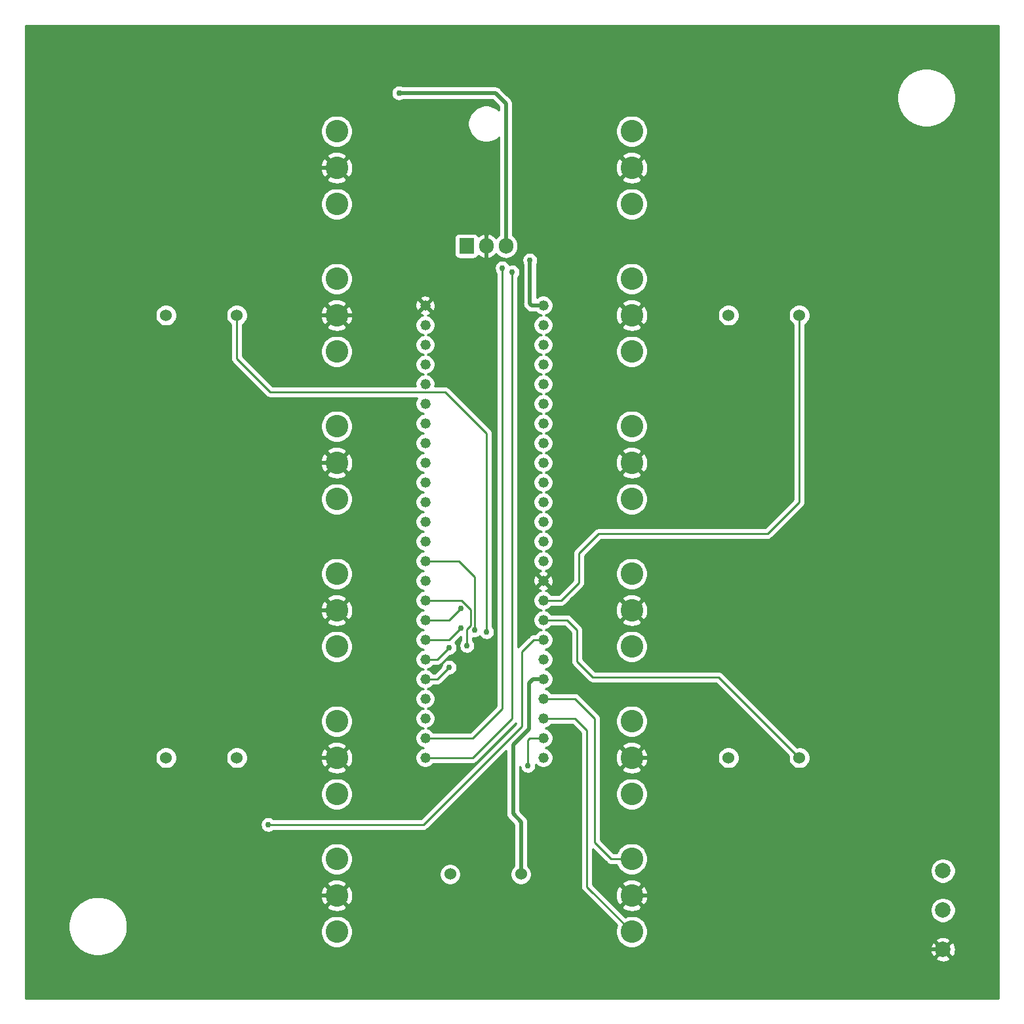
<source format=gbr>
G04 #@! TF.GenerationSoftware,KiCad,Pcbnew,(5.1.6)-1*
G04 #@! TF.CreationDate,2020-11-29T14:51:15-05:00*
G04 #@! TF.ProjectId,Launchbox,4c61756e-6368-4626-9f78-2e6b69636164,Launchbox*
G04 #@! TF.SameCoordinates,Original*
G04 #@! TF.FileFunction,Copper,L2,Bot*
G04 #@! TF.FilePolarity,Positive*
%FSLAX46Y46*%
G04 Gerber Fmt 4.6, Leading zero omitted, Abs format (unit mm)*
G04 Created by KiCad (PCBNEW (5.1.6)-1) date 2020-11-29 14:51:15*
%MOMM*%
%LPD*%
G01*
G04 APERTURE LIST*
G04 #@! TA.AperFunction,ComponentPad*
%ADD10C,1.320800*%
G04 #@! TD*
G04 #@! TA.AperFunction,ComponentPad*
%ADD11C,2.921000*%
G04 #@! TD*
G04 #@! TA.AperFunction,ComponentPad*
%ADD12C,1.524000*%
G04 #@! TD*
G04 #@! TA.AperFunction,ComponentPad*
%ADD13R,1.905000X2.000000*%
G04 #@! TD*
G04 #@! TA.AperFunction,ComponentPad*
%ADD14O,1.905000X2.000000*%
G04 #@! TD*
G04 #@! TA.AperFunction,ComponentPad*
%ADD15C,2.000000*%
G04 #@! TD*
G04 #@! TA.AperFunction,ViaPad*
%ADD16C,0.762000*%
G04 #@! TD*
G04 #@! TA.AperFunction,Conductor*
%ADD17C,0.508000*%
G04 #@! TD*
G04 #@! TA.AperFunction,Conductor*
%ADD18C,0.254000*%
G04 #@! TD*
G04 APERTURE END LIST*
D10*
X96095000Y-130795000D03*
X96095000Y-128255000D03*
X96095000Y-125715000D03*
X96095000Y-123175000D03*
X96095000Y-120635000D03*
X96095000Y-118095000D03*
X96095000Y-115555000D03*
X96095000Y-113015000D03*
X96095000Y-110475000D03*
X96095000Y-107935000D03*
X96095000Y-105395000D03*
X96095000Y-102855000D03*
X96095000Y-100315000D03*
X96095000Y-97775000D03*
X96095000Y-95235000D03*
X96095000Y-92695000D03*
X96095000Y-90155000D03*
X96095000Y-87615000D03*
X96095000Y-85075000D03*
X96095000Y-82535000D03*
X96095000Y-79995000D03*
X96095000Y-77455000D03*
X96095000Y-74915000D03*
X96095000Y-72375000D03*
X111335000Y-130795000D03*
X111335000Y-128255000D03*
X111335000Y-125715000D03*
X111335000Y-123175000D03*
X111335000Y-120635000D03*
X111335000Y-118095000D03*
X111335000Y-115555000D03*
X111335000Y-113015000D03*
X111335000Y-110475000D03*
X111335000Y-107935000D03*
X111335000Y-105395000D03*
X111335000Y-102855000D03*
X111335000Y-100315000D03*
X111335000Y-97775000D03*
X111335000Y-95235000D03*
X111335000Y-92695000D03*
X111335000Y-90155000D03*
X111335000Y-87615000D03*
X111335000Y-85075000D03*
X111335000Y-82535000D03*
X111335000Y-79995000D03*
X111335000Y-77455000D03*
X111335000Y-74915000D03*
X111335000Y-72375000D03*
D11*
X122765000Y-78344000D03*
X122765000Y-73645000D03*
X122765000Y-68946000D03*
X84665000Y-49896000D03*
X84665000Y-54595000D03*
X84665000Y-59294000D03*
X84665000Y-78344000D03*
X84665000Y-73645000D03*
X84665000Y-68946000D03*
X84665000Y-87996000D03*
X84665000Y-92695000D03*
X84665000Y-97394000D03*
X84665000Y-116444000D03*
X84665000Y-111745000D03*
X84665000Y-107046000D03*
X84665000Y-126096000D03*
X84665000Y-130795000D03*
X84665000Y-135494000D03*
X84665000Y-153274000D03*
X84665000Y-148575000D03*
X84665000Y-143876000D03*
X122765000Y-135494000D03*
X122765000Y-130795000D03*
X122765000Y-126096000D03*
X122765000Y-107046000D03*
X122765000Y-111745000D03*
X122765000Y-116444000D03*
X122765000Y-87996000D03*
X122765000Y-92695000D03*
X122765000Y-97394000D03*
X122765000Y-49896000D03*
X122765000Y-54595000D03*
X122765000Y-59294000D03*
X122765000Y-143876000D03*
X122765000Y-148575000D03*
X122765000Y-153274000D03*
D12*
X99321000Y-145835000D03*
X108465000Y-145835000D03*
X62611000Y-73660000D03*
X71755000Y-73660000D03*
X71755000Y-130810000D03*
X62611000Y-130810000D03*
X144399000Y-130810000D03*
X135255000Y-130810000D03*
X135255000Y-73660000D03*
X144399000Y-73660000D03*
D13*
X101440000Y-64710000D03*
D14*
X103980000Y-64710000D03*
X106520000Y-64710000D03*
D15*
X162965000Y-145400000D03*
X162965000Y-150480000D03*
X162965000Y-155560000D03*
D16*
X128016000Y-123571000D03*
X101473000Y-116332000D03*
X102489000Y-114300000D03*
X100711001Y-111506000D03*
X100711001Y-114046000D03*
X99187000Y-119126000D03*
X99187000Y-116586000D03*
X106045000Y-67564000D03*
X107315000Y-68072000D03*
X109601000Y-66548000D03*
X92710000Y-44958000D03*
X104013000Y-114554000D03*
X75819000Y-139446000D03*
X109347000Y-131826000D03*
D17*
X76947000Y-143266398D02*
X69215000Y-135534398D01*
X79502000Y-47752000D02*
X80899000Y-46355000D01*
X80899000Y-46355000D02*
X97282000Y-46355000D01*
X103980000Y-53053000D02*
X103980000Y-64710000D01*
X97282000Y-46355000D02*
X103980000Y-53053000D01*
X79771000Y-54595000D02*
X79502000Y-54864000D01*
X84665000Y-54595000D02*
X79771000Y-54595000D01*
X79502000Y-55626000D02*
X79502000Y-54864000D01*
X79502000Y-54864000D02*
X79502000Y-47752000D01*
X94825000Y-73645000D02*
X96095000Y-72375000D01*
X84665000Y-73645000D02*
X94825000Y-73645000D01*
X81773000Y-73645000D02*
X71628000Y-63500000D01*
X84665000Y-73645000D02*
X81773000Y-73645000D01*
X69215000Y-65913000D02*
X71628000Y-63500000D01*
X71628000Y-63500000D02*
X79502000Y-55626000D01*
X77582000Y-130795000D02*
X69215000Y-122428000D01*
X84665000Y-130795000D02*
X77582000Y-130795000D01*
X69215000Y-135534398D02*
X69215000Y-122428000D01*
X84665000Y-148575000D02*
X77171000Y-148575000D01*
X76947000Y-155560000D02*
X76947000Y-148351000D01*
X77171000Y-148575000D02*
X76947000Y-148351000D01*
X76947000Y-148351000D02*
X76947000Y-143266398D01*
X122765000Y-148575000D02*
X127874000Y-148575000D01*
X129809000Y-150510000D02*
X129809000Y-155560000D01*
X127874000Y-148575000D02*
X129809000Y-150510000D01*
X162965000Y-155560000D02*
X129809000Y-155560000D01*
X129809000Y-155560000D02*
X76947000Y-155560000D01*
X127874000Y-123713000D02*
X128016000Y-123571000D01*
X127747000Y-130795000D02*
X127874000Y-130668000D01*
X122765000Y-130795000D02*
X127747000Y-130795000D01*
X127874000Y-148575000D02*
X127874000Y-130668000D01*
X127874000Y-130668000D02*
X127874000Y-123713000D01*
X69738000Y-111745000D02*
X69215000Y-112268000D01*
X84665000Y-111745000D02*
X69738000Y-111745000D01*
X69215000Y-122428000D02*
X69215000Y-112268000D01*
X84665000Y-92695000D02*
X69992000Y-92695000D01*
X69215000Y-112268000D02*
X69215000Y-93472000D01*
X69992000Y-92695000D02*
X69215000Y-93472000D01*
X69215000Y-93472000D02*
X69215000Y-65913000D01*
D18*
X101473000Y-114188238D02*
X101980990Y-113680248D01*
X101473000Y-116332000D02*
X101473000Y-114188238D01*
X100807763Y-110475000D02*
X96095000Y-110475000D01*
X101980990Y-111648227D02*
X100807763Y-110475000D01*
X101980990Y-113680248D02*
X101980990Y-111648227D01*
X102489000Y-114300000D02*
X102489000Y-107442000D01*
X100442000Y-105395000D02*
X96095000Y-105395000D01*
X102489000Y-107442000D02*
X100442000Y-105395000D01*
X99202001Y-113015000D02*
X96095000Y-113015000D01*
X100711001Y-111506000D02*
X99202001Y-113015000D01*
X99202001Y-115555000D02*
X96095000Y-115555000D01*
X100711001Y-114046000D02*
X99202001Y-115555000D01*
X97678000Y-120635000D02*
X96095000Y-120635000D01*
X99187000Y-119126000D02*
X97678000Y-120635000D01*
X96110000Y-118110000D02*
X96095000Y-118095000D01*
X97678000Y-118095000D02*
X96095000Y-118095000D01*
X99187000Y-116586000D02*
X97678000Y-118095000D01*
X106045000Y-67564000D02*
X106045000Y-124460000D01*
X102250000Y-128255000D02*
X96095000Y-128255000D01*
X106045000Y-124460000D02*
X102250000Y-128255000D01*
X107315000Y-68072000D02*
X107315000Y-125730000D01*
X102250000Y-130795000D02*
X96095000Y-130795000D01*
X107315000Y-125730000D02*
X102250000Y-130795000D01*
X122765000Y-153274000D02*
X116967000Y-147476000D01*
X116967000Y-147476000D02*
X116967000Y-127254000D01*
X115428000Y-125715000D02*
X111335000Y-125715000D01*
X116967000Y-127254000D02*
X115428000Y-125715000D01*
X122765000Y-143876000D02*
X120127000Y-143876000D01*
X120127000Y-143876000D02*
X117983000Y-141732000D01*
X117983000Y-141732000D02*
X117983000Y-125730000D01*
X115428000Y-123175000D02*
X111335000Y-123175000D01*
X117983000Y-125730000D02*
X115428000Y-123175000D01*
D17*
X109840000Y-72375000D02*
X111335000Y-72375000D01*
X109601000Y-66548000D02*
X109601000Y-72136000D01*
X109601000Y-72136000D02*
X109840000Y-72375000D01*
X92710000Y-44958000D02*
X105156000Y-44958000D01*
X106520000Y-46322000D02*
X106520000Y-64710000D01*
X105156000Y-44958000D02*
X106520000Y-46322000D01*
D18*
X71755000Y-73660000D02*
X71755000Y-79248000D01*
X76083401Y-83576401D02*
X98689401Y-83576401D01*
X71755000Y-79248000D02*
X76083401Y-83576401D01*
X98689401Y-83576401D02*
X104013000Y-88900000D01*
X104013000Y-88900000D02*
X104013000Y-114554000D01*
X110124000Y-115555000D02*
X111335000Y-115555000D01*
X108585000Y-117094000D02*
X110124000Y-115555000D01*
X108585000Y-126746000D02*
X108585000Y-117094000D01*
X75819000Y-139446000D02*
X95885000Y-139446000D01*
X95885000Y-139446000D02*
X108585000Y-126746000D01*
X144399000Y-130810000D02*
X133985000Y-120396000D01*
X133985000Y-120396000D02*
X117729000Y-120396000D01*
X117729000Y-120396000D02*
X115697000Y-118364000D01*
X115697000Y-118364000D02*
X115697000Y-114300000D01*
X114412000Y-113015000D02*
X111335000Y-113015000D01*
X115697000Y-114300000D02*
X114412000Y-113015000D01*
X144399000Y-73660000D02*
X144399000Y-97790000D01*
X144399000Y-97790000D02*
X140335000Y-101854000D01*
X140335000Y-101854000D02*
X118491000Y-101854000D01*
X118491000Y-101854000D02*
X115951000Y-104394000D01*
X115951000Y-104394000D02*
X115951000Y-108204000D01*
X113680000Y-110475000D02*
X111335000Y-110475000D01*
X115951000Y-108204000D02*
X113680000Y-110475000D01*
X109347000Y-131826000D02*
X109347000Y-128524000D01*
X109616000Y-128255000D02*
X111335000Y-128255000D01*
X109347000Y-128524000D02*
X109616000Y-128255000D01*
D17*
X108465000Y-145835000D02*
X108465000Y-139072000D01*
X108465000Y-139072000D02*
X107442000Y-138049000D01*
X107442000Y-138049000D02*
X107442000Y-129159000D01*
X107442000Y-129159000D02*
X109474000Y-127127000D01*
X109474000Y-127127000D02*
X109474000Y-121158000D01*
X109997000Y-120635000D02*
X111335000Y-120635000D01*
X109474000Y-121158000D02*
X109997000Y-120635000D01*
D18*
G36*
X170167301Y-161912300D02*
G01*
X44462700Y-161912300D01*
X44462700Y-156695413D01*
X162009192Y-156695413D01*
X162104956Y-156959814D01*
X162394571Y-157100704D01*
X162706108Y-157182384D01*
X163027595Y-157201718D01*
X163346675Y-157157961D01*
X163651088Y-157052795D01*
X163825044Y-156959814D01*
X163920808Y-156695413D01*
X162965000Y-155739605D01*
X162009192Y-156695413D01*
X44462700Y-156695413D01*
X44462700Y-152183350D01*
X49990804Y-152183350D01*
X49990804Y-152936650D01*
X50137765Y-153675477D01*
X50426041Y-154371436D01*
X50844553Y-154997783D01*
X51377217Y-155530447D01*
X52003564Y-155948959D01*
X52699523Y-156237235D01*
X53438350Y-156384196D01*
X54191650Y-156384196D01*
X54930477Y-156237235D01*
X55626436Y-155948959D01*
X56114873Y-155622595D01*
X161323282Y-155622595D01*
X161367039Y-155941675D01*
X161472205Y-156246088D01*
X161565186Y-156420044D01*
X161829587Y-156515808D01*
X162785395Y-155560000D01*
X163144605Y-155560000D01*
X164100413Y-156515808D01*
X164364814Y-156420044D01*
X164505704Y-156130429D01*
X164587384Y-155818892D01*
X164606718Y-155497405D01*
X164562961Y-155178325D01*
X164457795Y-154873912D01*
X164364814Y-154699956D01*
X164100413Y-154604192D01*
X163144605Y-155560000D01*
X162785395Y-155560000D01*
X161829587Y-154604192D01*
X161565186Y-154699956D01*
X161424296Y-154989571D01*
X161342616Y-155301108D01*
X161323282Y-155622595D01*
X56114873Y-155622595D01*
X56252783Y-155530447D01*
X56785447Y-154997783D01*
X57203959Y-154371436D01*
X57492235Y-153675477D01*
X57613146Y-153067611D01*
X82569500Y-153067611D01*
X82569500Y-153480389D01*
X82650029Y-153885235D01*
X82807992Y-154266591D01*
X83037319Y-154609803D01*
X83329197Y-154901681D01*
X83672409Y-155131008D01*
X84053765Y-155288971D01*
X84458611Y-155369500D01*
X84871389Y-155369500D01*
X85276235Y-155288971D01*
X85657591Y-155131008D01*
X86000803Y-154901681D01*
X86292681Y-154609803D01*
X86522008Y-154266591D01*
X86679971Y-153885235D01*
X86760500Y-153480389D01*
X86760500Y-153067611D01*
X86679971Y-152662765D01*
X86522008Y-152281409D01*
X86292681Y-151938197D01*
X86000803Y-151646319D01*
X85657591Y-151416992D01*
X85276235Y-151259029D01*
X84871389Y-151178500D01*
X84458611Y-151178500D01*
X84053765Y-151259029D01*
X83672409Y-151416992D01*
X83329197Y-151646319D01*
X83037319Y-151938197D01*
X82807992Y-152281409D01*
X82650029Y-152662765D01*
X82569500Y-153067611D01*
X57613146Y-153067611D01*
X57639196Y-152936650D01*
X57639196Y-152183350D01*
X57492235Y-151444523D01*
X57203959Y-150748564D01*
X56785447Y-150122217D01*
X56701759Y-150038529D01*
X83381077Y-150038529D01*
X83532334Y-150350045D01*
X83900393Y-150536910D01*
X84297834Y-150648381D01*
X84709386Y-150680172D01*
X85119231Y-150631063D01*
X85511621Y-150502940D01*
X85797666Y-150350045D01*
X85948923Y-150038529D01*
X84665000Y-148754605D01*
X83381077Y-150038529D01*
X56701759Y-150038529D01*
X56252783Y-149589553D01*
X55626436Y-149171041D01*
X54930477Y-148882765D01*
X54191650Y-148735804D01*
X53438350Y-148735804D01*
X52699523Y-148882765D01*
X52003564Y-149171041D01*
X51377217Y-149589553D01*
X50844553Y-150122217D01*
X50426041Y-150748564D01*
X50137765Y-151444523D01*
X49990804Y-152183350D01*
X44462700Y-152183350D01*
X44462700Y-148619386D01*
X82559828Y-148619386D01*
X82608937Y-149029231D01*
X82737060Y-149421621D01*
X82889955Y-149707666D01*
X83201471Y-149858923D01*
X84485395Y-148575000D01*
X84844605Y-148575000D01*
X86128529Y-149858923D01*
X86440045Y-149707666D01*
X86626910Y-149339607D01*
X86738381Y-148942166D01*
X86770172Y-148530614D01*
X86721063Y-148120769D01*
X86592940Y-147728379D01*
X86440045Y-147442334D01*
X86128529Y-147291077D01*
X84844605Y-148575000D01*
X84485395Y-148575000D01*
X83201471Y-147291077D01*
X82889955Y-147442334D01*
X82703090Y-147810393D01*
X82591619Y-148207834D01*
X82559828Y-148619386D01*
X44462700Y-148619386D01*
X44462700Y-147111471D01*
X83381077Y-147111471D01*
X84665000Y-148395395D01*
X85948923Y-147111471D01*
X85797666Y-146799955D01*
X85429607Y-146613090D01*
X85032166Y-146501619D01*
X84620614Y-146469828D01*
X84210769Y-146518937D01*
X83818379Y-146647060D01*
X83532334Y-146799955D01*
X83381077Y-147111471D01*
X44462700Y-147111471D01*
X44462700Y-143669611D01*
X82569500Y-143669611D01*
X82569500Y-144082389D01*
X82650029Y-144487235D01*
X82807992Y-144868591D01*
X83037319Y-145211803D01*
X83329197Y-145503681D01*
X83672409Y-145733008D01*
X84053765Y-145890971D01*
X84458611Y-145971500D01*
X84871389Y-145971500D01*
X85276235Y-145890971D01*
X85657591Y-145733008D01*
X85710870Y-145697408D01*
X97924000Y-145697408D01*
X97924000Y-145972592D01*
X97977686Y-146242490D01*
X98082995Y-146496727D01*
X98235880Y-146725535D01*
X98430465Y-146920120D01*
X98659273Y-147073005D01*
X98913510Y-147178314D01*
X99183408Y-147232000D01*
X99458592Y-147232000D01*
X99728490Y-147178314D01*
X99982727Y-147073005D01*
X100211535Y-146920120D01*
X100406120Y-146725535D01*
X100559005Y-146496727D01*
X100664314Y-146242490D01*
X100718000Y-145972592D01*
X100718000Y-145697408D01*
X100664314Y-145427510D01*
X100559005Y-145173273D01*
X100406120Y-144944465D01*
X100211535Y-144749880D01*
X99982727Y-144596995D01*
X99728490Y-144491686D01*
X99458592Y-144438000D01*
X99183408Y-144438000D01*
X98913510Y-144491686D01*
X98659273Y-144596995D01*
X98430465Y-144749880D01*
X98235880Y-144944465D01*
X98082995Y-145173273D01*
X97977686Y-145427510D01*
X97924000Y-145697408D01*
X85710870Y-145697408D01*
X86000803Y-145503681D01*
X86292681Y-145211803D01*
X86522008Y-144868591D01*
X86679971Y-144487235D01*
X86760500Y-144082389D01*
X86760500Y-143669611D01*
X86679971Y-143264765D01*
X86522008Y-142883409D01*
X86292681Y-142540197D01*
X86000803Y-142248319D01*
X85657591Y-142018992D01*
X85276235Y-141861029D01*
X84871389Y-141780500D01*
X84458611Y-141780500D01*
X84053765Y-141861029D01*
X83672409Y-142018992D01*
X83329197Y-142248319D01*
X83037319Y-142540197D01*
X82807992Y-142883409D01*
X82650029Y-143264765D01*
X82569500Y-143669611D01*
X44462700Y-143669611D01*
X44462700Y-135287611D01*
X82569500Y-135287611D01*
X82569500Y-135700389D01*
X82650029Y-136105235D01*
X82807992Y-136486591D01*
X83037319Y-136829803D01*
X83329197Y-137121681D01*
X83672409Y-137351008D01*
X84053765Y-137508971D01*
X84458611Y-137589500D01*
X84871389Y-137589500D01*
X85276235Y-137508971D01*
X85657591Y-137351008D01*
X86000803Y-137121681D01*
X86292681Y-136829803D01*
X86522008Y-136486591D01*
X86679971Y-136105235D01*
X86760500Y-135700389D01*
X86760500Y-135287611D01*
X86679971Y-134882765D01*
X86522008Y-134501409D01*
X86292681Y-134158197D01*
X86000803Y-133866319D01*
X85657591Y-133636992D01*
X85276235Y-133479029D01*
X84871389Y-133398500D01*
X84458611Y-133398500D01*
X84053765Y-133479029D01*
X83672409Y-133636992D01*
X83329197Y-133866319D01*
X83037319Y-134158197D01*
X82807992Y-134501409D01*
X82650029Y-134882765D01*
X82569500Y-135287611D01*
X44462700Y-135287611D01*
X44462700Y-132258529D01*
X83381077Y-132258529D01*
X83532334Y-132570045D01*
X83900393Y-132756910D01*
X84297834Y-132868381D01*
X84709386Y-132900172D01*
X85119231Y-132851063D01*
X85511621Y-132722940D01*
X85797666Y-132570045D01*
X85948923Y-132258529D01*
X84665000Y-130974605D01*
X83381077Y-132258529D01*
X44462700Y-132258529D01*
X44462700Y-130672408D01*
X61214000Y-130672408D01*
X61214000Y-130947592D01*
X61267686Y-131217490D01*
X61372995Y-131471727D01*
X61525880Y-131700535D01*
X61720465Y-131895120D01*
X61949273Y-132048005D01*
X62203510Y-132153314D01*
X62473408Y-132207000D01*
X62748592Y-132207000D01*
X63018490Y-132153314D01*
X63272727Y-132048005D01*
X63501535Y-131895120D01*
X63696120Y-131700535D01*
X63849005Y-131471727D01*
X63954314Y-131217490D01*
X64008000Y-130947592D01*
X64008000Y-130672408D01*
X70358000Y-130672408D01*
X70358000Y-130947592D01*
X70411686Y-131217490D01*
X70516995Y-131471727D01*
X70669880Y-131700535D01*
X70864465Y-131895120D01*
X71093273Y-132048005D01*
X71347510Y-132153314D01*
X71617408Y-132207000D01*
X71892592Y-132207000D01*
X72162490Y-132153314D01*
X72416727Y-132048005D01*
X72645535Y-131895120D01*
X72840120Y-131700535D01*
X72993005Y-131471727D01*
X73098314Y-131217490D01*
X73152000Y-130947592D01*
X73152000Y-130839386D01*
X82559828Y-130839386D01*
X82608937Y-131249231D01*
X82737060Y-131641621D01*
X82889955Y-131927666D01*
X83201471Y-132078923D01*
X84485395Y-130795000D01*
X84844605Y-130795000D01*
X86128529Y-132078923D01*
X86440045Y-131927666D01*
X86626910Y-131559607D01*
X86738381Y-131162166D01*
X86770172Y-130750614D01*
X86721063Y-130340769D01*
X86592940Y-129948379D01*
X86440045Y-129662334D01*
X86128529Y-129511077D01*
X84844605Y-130795000D01*
X84485395Y-130795000D01*
X83201471Y-129511077D01*
X82889955Y-129662334D01*
X82703090Y-130030393D01*
X82591619Y-130427834D01*
X82559828Y-130839386D01*
X73152000Y-130839386D01*
X73152000Y-130672408D01*
X73098314Y-130402510D01*
X72993005Y-130148273D01*
X72840120Y-129919465D01*
X72645535Y-129724880D01*
X72416727Y-129571995D01*
X72162490Y-129466686D01*
X71892592Y-129413000D01*
X71617408Y-129413000D01*
X71347510Y-129466686D01*
X71093273Y-129571995D01*
X70864465Y-129724880D01*
X70669880Y-129919465D01*
X70516995Y-130148273D01*
X70411686Y-130402510D01*
X70358000Y-130672408D01*
X64008000Y-130672408D01*
X63954314Y-130402510D01*
X63849005Y-130148273D01*
X63696120Y-129919465D01*
X63501535Y-129724880D01*
X63272727Y-129571995D01*
X63018490Y-129466686D01*
X62748592Y-129413000D01*
X62473408Y-129413000D01*
X62203510Y-129466686D01*
X61949273Y-129571995D01*
X61720465Y-129724880D01*
X61525880Y-129919465D01*
X61372995Y-130148273D01*
X61267686Y-130402510D01*
X61214000Y-130672408D01*
X44462700Y-130672408D01*
X44462700Y-129331471D01*
X83381077Y-129331471D01*
X84665000Y-130615395D01*
X85948923Y-129331471D01*
X85797666Y-129019955D01*
X85429607Y-128833090D01*
X85032166Y-128721619D01*
X84620614Y-128689828D01*
X84210769Y-128738937D01*
X83818379Y-128867060D01*
X83532334Y-129019955D01*
X83381077Y-129331471D01*
X44462700Y-129331471D01*
X44462700Y-125889611D01*
X82569500Y-125889611D01*
X82569500Y-126302389D01*
X82650029Y-126707235D01*
X82807992Y-127088591D01*
X83037319Y-127431803D01*
X83329197Y-127723681D01*
X83672409Y-127953008D01*
X84053765Y-128110971D01*
X84458611Y-128191500D01*
X84871389Y-128191500D01*
X85276235Y-128110971D01*
X85657591Y-127953008D01*
X86000803Y-127723681D01*
X86292681Y-127431803D01*
X86522008Y-127088591D01*
X86679971Y-126707235D01*
X86760500Y-126302389D01*
X86760500Y-125889611D01*
X86679971Y-125484765D01*
X86522008Y-125103409D01*
X86292681Y-124760197D01*
X86000803Y-124468319D01*
X85657591Y-124238992D01*
X85276235Y-124081029D01*
X84871389Y-124000500D01*
X84458611Y-124000500D01*
X84053765Y-124081029D01*
X83672409Y-124238992D01*
X83329197Y-124468319D01*
X83037319Y-124760197D01*
X82807992Y-125103409D01*
X82650029Y-125484765D01*
X82569500Y-125889611D01*
X44462700Y-125889611D01*
X44462700Y-116237611D01*
X82569500Y-116237611D01*
X82569500Y-116650389D01*
X82650029Y-117055235D01*
X82807992Y-117436591D01*
X83037319Y-117779803D01*
X83329197Y-118071681D01*
X83672409Y-118301008D01*
X84053765Y-118458971D01*
X84458611Y-118539500D01*
X84871389Y-118539500D01*
X85276235Y-118458971D01*
X85657591Y-118301008D01*
X86000803Y-118071681D01*
X86292681Y-117779803D01*
X86522008Y-117436591D01*
X86679971Y-117055235D01*
X86760500Y-116650389D01*
X86760500Y-116237611D01*
X86679971Y-115832765D01*
X86522008Y-115451409D01*
X86292681Y-115108197D01*
X86000803Y-114816319D01*
X85657591Y-114586992D01*
X85276235Y-114429029D01*
X84871389Y-114348500D01*
X84458611Y-114348500D01*
X84053765Y-114429029D01*
X83672409Y-114586992D01*
X83329197Y-114816319D01*
X83037319Y-115108197D01*
X82807992Y-115451409D01*
X82650029Y-115832765D01*
X82569500Y-116237611D01*
X44462700Y-116237611D01*
X44462700Y-113208529D01*
X83381077Y-113208529D01*
X83532334Y-113520045D01*
X83900393Y-113706910D01*
X84297834Y-113818381D01*
X84709386Y-113850172D01*
X85119231Y-113801063D01*
X85511621Y-113672940D01*
X85797666Y-113520045D01*
X85948923Y-113208529D01*
X84665000Y-111924605D01*
X83381077Y-113208529D01*
X44462700Y-113208529D01*
X44462700Y-111789386D01*
X82559828Y-111789386D01*
X82608937Y-112199231D01*
X82737060Y-112591621D01*
X82889955Y-112877666D01*
X83201471Y-113028923D01*
X84485395Y-111745000D01*
X84844605Y-111745000D01*
X86128529Y-113028923D01*
X86440045Y-112877666D01*
X86626910Y-112509607D01*
X86738381Y-112112166D01*
X86770172Y-111700614D01*
X86721063Y-111290769D01*
X86592940Y-110898379D01*
X86440045Y-110612334D01*
X86128529Y-110461077D01*
X84844605Y-111745000D01*
X84485395Y-111745000D01*
X83201471Y-110461077D01*
X82889955Y-110612334D01*
X82703090Y-110980393D01*
X82591619Y-111377834D01*
X82559828Y-111789386D01*
X44462700Y-111789386D01*
X44462700Y-110281471D01*
X83381077Y-110281471D01*
X84665000Y-111565395D01*
X85948923Y-110281471D01*
X85797666Y-109969955D01*
X85429607Y-109783090D01*
X85032166Y-109671619D01*
X84620614Y-109639828D01*
X84210769Y-109688937D01*
X83818379Y-109817060D01*
X83532334Y-109969955D01*
X83381077Y-110281471D01*
X44462700Y-110281471D01*
X44462700Y-106839611D01*
X82569500Y-106839611D01*
X82569500Y-107252389D01*
X82650029Y-107657235D01*
X82807992Y-108038591D01*
X83037319Y-108381803D01*
X83329197Y-108673681D01*
X83672409Y-108903008D01*
X84053765Y-109060971D01*
X84458611Y-109141500D01*
X84871389Y-109141500D01*
X85276235Y-109060971D01*
X85657591Y-108903008D01*
X86000803Y-108673681D01*
X86292681Y-108381803D01*
X86522008Y-108038591D01*
X86679971Y-107657235D01*
X86760500Y-107252389D01*
X86760500Y-106839611D01*
X86679971Y-106434765D01*
X86522008Y-106053409D01*
X86292681Y-105710197D01*
X86000803Y-105418319D01*
X85657591Y-105188992D01*
X85276235Y-105031029D01*
X84871389Y-104950500D01*
X84458611Y-104950500D01*
X84053765Y-105031029D01*
X83672409Y-105188992D01*
X83329197Y-105418319D01*
X83037319Y-105710197D01*
X82807992Y-106053409D01*
X82650029Y-106434765D01*
X82569500Y-106839611D01*
X44462700Y-106839611D01*
X44462700Y-97187611D01*
X82569500Y-97187611D01*
X82569500Y-97600389D01*
X82650029Y-98005235D01*
X82807992Y-98386591D01*
X83037319Y-98729803D01*
X83329197Y-99021681D01*
X83672409Y-99251008D01*
X84053765Y-99408971D01*
X84458611Y-99489500D01*
X84871389Y-99489500D01*
X85276235Y-99408971D01*
X85657591Y-99251008D01*
X86000803Y-99021681D01*
X86292681Y-98729803D01*
X86522008Y-98386591D01*
X86679971Y-98005235D01*
X86760500Y-97600389D01*
X86760500Y-97187611D01*
X86679971Y-96782765D01*
X86522008Y-96401409D01*
X86292681Y-96058197D01*
X86000803Y-95766319D01*
X85657591Y-95536992D01*
X85276235Y-95379029D01*
X84871389Y-95298500D01*
X84458611Y-95298500D01*
X84053765Y-95379029D01*
X83672409Y-95536992D01*
X83329197Y-95766319D01*
X83037319Y-96058197D01*
X82807992Y-96401409D01*
X82650029Y-96782765D01*
X82569500Y-97187611D01*
X44462700Y-97187611D01*
X44462700Y-94158529D01*
X83381077Y-94158529D01*
X83532334Y-94470045D01*
X83900393Y-94656910D01*
X84297834Y-94768381D01*
X84709386Y-94800172D01*
X85119231Y-94751063D01*
X85511621Y-94622940D01*
X85797666Y-94470045D01*
X85948923Y-94158529D01*
X84665000Y-92874605D01*
X83381077Y-94158529D01*
X44462700Y-94158529D01*
X44462700Y-92739386D01*
X82559828Y-92739386D01*
X82608937Y-93149231D01*
X82737060Y-93541621D01*
X82889955Y-93827666D01*
X83201471Y-93978923D01*
X84485395Y-92695000D01*
X84844605Y-92695000D01*
X86128529Y-93978923D01*
X86440045Y-93827666D01*
X86626910Y-93459607D01*
X86738381Y-93062166D01*
X86770172Y-92650614D01*
X86721063Y-92240769D01*
X86592940Y-91848379D01*
X86440045Y-91562334D01*
X86128529Y-91411077D01*
X84844605Y-92695000D01*
X84485395Y-92695000D01*
X83201471Y-91411077D01*
X82889955Y-91562334D01*
X82703090Y-91930393D01*
X82591619Y-92327834D01*
X82559828Y-92739386D01*
X44462700Y-92739386D01*
X44462700Y-91231471D01*
X83381077Y-91231471D01*
X84665000Y-92515395D01*
X85948923Y-91231471D01*
X85797666Y-90919955D01*
X85429607Y-90733090D01*
X85032166Y-90621619D01*
X84620614Y-90589828D01*
X84210769Y-90638937D01*
X83818379Y-90767060D01*
X83532334Y-90919955D01*
X83381077Y-91231471D01*
X44462700Y-91231471D01*
X44462700Y-87789611D01*
X82569500Y-87789611D01*
X82569500Y-88202389D01*
X82650029Y-88607235D01*
X82807992Y-88988591D01*
X83037319Y-89331803D01*
X83329197Y-89623681D01*
X83672409Y-89853008D01*
X84053765Y-90010971D01*
X84458611Y-90091500D01*
X84871389Y-90091500D01*
X85276235Y-90010971D01*
X85657591Y-89853008D01*
X86000803Y-89623681D01*
X86292681Y-89331803D01*
X86522008Y-88988591D01*
X86679971Y-88607235D01*
X86760500Y-88202389D01*
X86760500Y-87789611D01*
X86679971Y-87384765D01*
X86522008Y-87003409D01*
X86292681Y-86660197D01*
X86000803Y-86368319D01*
X85657591Y-86138992D01*
X85276235Y-85981029D01*
X84871389Y-85900500D01*
X84458611Y-85900500D01*
X84053765Y-85981029D01*
X83672409Y-86138992D01*
X83329197Y-86368319D01*
X83037319Y-86660197D01*
X82807992Y-87003409D01*
X82650029Y-87384765D01*
X82569500Y-87789611D01*
X44462700Y-87789611D01*
X44462700Y-73522408D01*
X61214000Y-73522408D01*
X61214000Y-73797592D01*
X61267686Y-74067490D01*
X61372995Y-74321727D01*
X61525880Y-74550535D01*
X61720465Y-74745120D01*
X61949273Y-74898005D01*
X62203510Y-75003314D01*
X62473408Y-75057000D01*
X62748592Y-75057000D01*
X63018490Y-75003314D01*
X63272727Y-74898005D01*
X63501535Y-74745120D01*
X63696120Y-74550535D01*
X63849005Y-74321727D01*
X63954314Y-74067490D01*
X64008000Y-73797592D01*
X64008000Y-73522408D01*
X70358000Y-73522408D01*
X70358000Y-73797592D01*
X70411686Y-74067490D01*
X70516995Y-74321727D01*
X70669880Y-74550535D01*
X70864465Y-74745120D01*
X70993000Y-74831005D01*
X70993001Y-79210567D01*
X70989314Y-79248000D01*
X71004027Y-79397378D01*
X71047599Y-79541015D01*
X71118355Y-79673392D01*
X71189721Y-79760351D01*
X71213579Y-79789422D01*
X71242649Y-79813279D01*
X75518121Y-84088752D01*
X75541979Y-84117823D01*
X75658009Y-84213046D01*
X75790386Y-84283803D01*
X75934023Y-84327375D01*
X76045975Y-84338401D01*
X76045977Y-84338401D01*
X76083400Y-84342087D01*
X76120823Y-84338401D01*
X95029215Y-84338401D01*
X94947031Y-84461398D01*
X94849381Y-84697146D01*
X94799600Y-84947414D01*
X94799600Y-85202586D01*
X94849381Y-85452854D01*
X94947031Y-85688602D01*
X95088797Y-85900769D01*
X95269231Y-86081203D01*
X95481398Y-86222969D01*
X95717146Y-86320619D01*
X95839719Y-86345000D01*
X95717146Y-86369381D01*
X95481398Y-86467031D01*
X95269231Y-86608797D01*
X95088797Y-86789231D01*
X94947031Y-87001398D01*
X94849381Y-87237146D01*
X94799600Y-87487414D01*
X94799600Y-87742586D01*
X94849381Y-87992854D01*
X94947031Y-88228602D01*
X95088797Y-88440769D01*
X95269231Y-88621203D01*
X95481398Y-88762969D01*
X95717146Y-88860619D01*
X95839719Y-88885000D01*
X95717146Y-88909381D01*
X95481398Y-89007031D01*
X95269231Y-89148797D01*
X95088797Y-89329231D01*
X94947031Y-89541398D01*
X94849381Y-89777146D01*
X94799600Y-90027414D01*
X94799600Y-90282586D01*
X94849381Y-90532854D01*
X94947031Y-90768602D01*
X95088797Y-90980769D01*
X95269231Y-91161203D01*
X95481398Y-91302969D01*
X95717146Y-91400619D01*
X95839719Y-91425000D01*
X95717146Y-91449381D01*
X95481398Y-91547031D01*
X95269231Y-91688797D01*
X95088797Y-91869231D01*
X94947031Y-92081398D01*
X94849381Y-92317146D01*
X94799600Y-92567414D01*
X94799600Y-92822586D01*
X94849381Y-93072854D01*
X94947031Y-93308602D01*
X95088797Y-93520769D01*
X95269231Y-93701203D01*
X95481398Y-93842969D01*
X95717146Y-93940619D01*
X95839719Y-93965000D01*
X95717146Y-93989381D01*
X95481398Y-94087031D01*
X95269231Y-94228797D01*
X95088797Y-94409231D01*
X94947031Y-94621398D01*
X94849381Y-94857146D01*
X94799600Y-95107414D01*
X94799600Y-95362586D01*
X94849381Y-95612854D01*
X94947031Y-95848602D01*
X95088797Y-96060769D01*
X95269231Y-96241203D01*
X95481398Y-96382969D01*
X95717146Y-96480619D01*
X95839719Y-96505000D01*
X95717146Y-96529381D01*
X95481398Y-96627031D01*
X95269231Y-96768797D01*
X95088797Y-96949231D01*
X94947031Y-97161398D01*
X94849381Y-97397146D01*
X94799600Y-97647414D01*
X94799600Y-97902586D01*
X94849381Y-98152854D01*
X94947031Y-98388602D01*
X95088797Y-98600769D01*
X95269231Y-98781203D01*
X95481398Y-98922969D01*
X95717146Y-99020619D01*
X95839719Y-99045000D01*
X95717146Y-99069381D01*
X95481398Y-99167031D01*
X95269231Y-99308797D01*
X95088797Y-99489231D01*
X94947031Y-99701398D01*
X94849381Y-99937146D01*
X94799600Y-100187414D01*
X94799600Y-100442586D01*
X94849381Y-100692854D01*
X94947031Y-100928602D01*
X95088797Y-101140769D01*
X95269231Y-101321203D01*
X95481398Y-101462969D01*
X95717146Y-101560619D01*
X95839719Y-101585000D01*
X95717146Y-101609381D01*
X95481398Y-101707031D01*
X95269231Y-101848797D01*
X95088797Y-102029231D01*
X94947031Y-102241398D01*
X94849381Y-102477146D01*
X94799600Y-102727414D01*
X94799600Y-102982586D01*
X94849381Y-103232854D01*
X94947031Y-103468602D01*
X95088797Y-103680769D01*
X95269231Y-103861203D01*
X95481398Y-104002969D01*
X95717146Y-104100619D01*
X95839719Y-104125000D01*
X95717146Y-104149381D01*
X95481398Y-104247031D01*
X95269231Y-104388797D01*
X95088797Y-104569231D01*
X94947031Y-104781398D01*
X94849381Y-105017146D01*
X94799600Y-105267414D01*
X94799600Y-105522586D01*
X94849381Y-105772854D01*
X94947031Y-106008602D01*
X95088797Y-106220769D01*
X95269231Y-106401203D01*
X95481398Y-106542969D01*
X95717146Y-106640619D01*
X95839719Y-106665000D01*
X95717146Y-106689381D01*
X95481398Y-106787031D01*
X95269231Y-106928797D01*
X95088797Y-107109231D01*
X94947031Y-107321398D01*
X94849381Y-107557146D01*
X94799600Y-107807414D01*
X94799600Y-108062586D01*
X94849381Y-108312854D01*
X94947031Y-108548602D01*
X95088797Y-108760769D01*
X95269231Y-108941203D01*
X95481398Y-109082969D01*
X95717146Y-109180619D01*
X95839719Y-109205000D01*
X95717146Y-109229381D01*
X95481398Y-109327031D01*
X95269231Y-109468797D01*
X95088797Y-109649231D01*
X94947031Y-109861398D01*
X94849381Y-110097146D01*
X94799600Y-110347414D01*
X94799600Y-110602586D01*
X94849381Y-110852854D01*
X94947031Y-111088602D01*
X95088797Y-111300769D01*
X95269231Y-111481203D01*
X95481398Y-111622969D01*
X95717146Y-111720619D01*
X95839719Y-111745000D01*
X95717146Y-111769381D01*
X95481398Y-111867031D01*
X95269231Y-112008797D01*
X95088797Y-112189231D01*
X94947031Y-112401398D01*
X94849381Y-112637146D01*
X94799600Y-112887414D01*
X94799600Y-113142586D01*
X94849381Y-113392854D01*
X94947031Y-113628602D01*
X95088797Y-113840769D01*
X95269231Y-114021203D01*
X95481398Y-114162969D01*
X95717146Y-114260619D01*
X95839719Y-114285000D01*
X95717146Y-114309381D01*
X95481398Y-114407031D01*
X95269231Y-114548797D01*
X95088797Y-114729231D01*
X94947031Y-114941398D01*
X94849381Y-115177146D01*
X94799600Y-115427414D01*
X94799600Y-115682586D01*
X94849381Y-115932854D01*
X94947031Y-116168602D01*
X95088797Y-116380769D01*
X95269231Y-116561203D01*
X95481398Y-116702969D01*
X95717146Y-116800619D01*
X95839719Y-116825000D01*
X95717146Y-116849381D01*
X95481398Y-116947031D01*
X95269231Y-117088797D01*
X95088797Y-117269231D01*
X94947031Y-117481398D01*
X94849381Y-117717146D01*
X94799600Y-117967414D01*
X94799600Y-118222586D01*
X94849381Y-118472854D01*
X94947031Y-118708602D01*
X95088797Y-118920769D01*
X95269231Y-119101203D01*
X95481398Y-119242969D01*
X95717146Y-119340619D01*
X95839719Y-119365000D01*
X95717146Y-119389381D01*
X95481398Y-119487031D01*
X95269231Y-119628797D01*
X95088797Y-119809231D01*
X94947031Y-120021398D01*
X94849381Y-120257146D01*
X94799600Y-120507414D01*
X94799600Y-120762586D01*
X94849381Y-121012854D01*
X94947031Y-121248602D01*
X95088797Y-121460769D01*
X95269231Y-121641203D01*
X95481398Y-121782969D01*
X95717146Y-121880619D01*
X95839719Y-121905000D01*
X95717146Y-121929381D01*
X95481398Y-122027031D01*
X95269231Y-122168797D01*
X95088797Y-122349231D01*
X94947031Y-122561398D01*
X94849381Y-122797146D01*
X94799600Y-123047414D01*
X94799600Y-123302586D01*
X94849381Y-123552854D01*
X94947031Y-123788602D01*
X95088797Y-124000769D01*
X95269231Y-124181203D01*
X95481398Y-124322969D01*
X95717146Y-124420619D01*
X95839719Y-124445000D01*
X95717146Y-124469381D01*
X95481398Y-124567031D01*
X95269231Y-124708797D01*
X95088797Y-124889231D01*
X94947031Y-125101398D01*
X94849381Y-125337146D01*
X94799600Y-125587414D01*
X94799600Y-125842586D01*
X94849381Y-126092854D01*
X94947031Y-126328602D01*
X95088797Y-126540769D01*
X95269231Y-126721203D01*
X95481398Y-126862969D01*
X95717146Y-126960619D01*
X95839719Y-126985000D01*
X95717146Y-127009381D01*
X95481398Y-127107031D01*
X95269231Y-127248797D01*
X95088797Y-127429231D01*
X94947031Y-127641398D01*
X94849381Y-127877146D01*
X94799600Y-128127414D01*
X94799600Y-128382586D01*
X94849381Y-128632854D01*
X94947031Y-128868602D01*
X95088797Y-129080769D01*
X95269231Y-129261203D01*
X95481398Y-129402969D01*
X95717146Y-129500619D01*
X95839719Y-129525000D01*
X95717146Y-129549381D01*
X95481398Y-129647031D01*
X95269231Y-129788797D01*
X95088797Y-129969231D01*
X94947031Y-130181398D01*
X94849381Y-130417146D01*
X94799600Y-130667414D01*
X94799600Y-130922586D01*
X94849381Y-131172854D01*
X94947031Y-131408602D01*
X95088797Y-131620769D01*
X95269231Y-131801203D01*
X95481398Y-131942969D01*
X95717146Y-132040619D01*
X95967414Y-132090400D01*
X96222586Y-132090400D01*
X96472854Y-132040619D01*
X96708602Y-131942969D01*
X96920769Y-131801203D01*
X97101203Y-131620769D01*
X97143812Y-131557000D01*
X102212577Y-131557000D01*
X102250000Y-131560686D01*
X102287423Y-131557000D01*
X102287426Y-131557000D01*
X102399378Y-131545974D01*
X102543015Y-131502402D01*
X102675392Y-131431645D01*
X102791422Y-131336422D01*
X102815284Y-131307346D01*
X107823000Y-126299630D01*
X107823000Y-126430369D01*
X95569370Y-138684000D01*
X76493841Y-138684000D01*
X76466662Y-138656821D01*
X76300256Y-138545632D01*
X76115356Y-138469044D01*
X75919067Y-138430000D01*
X75718933Y-138430000D01*
X75522644Y-138469044D01*
X75337744Y-138545632D01*
X75171338Y-138656821D01*
X75029821Y-138798338D01*
X74918632Y-138964744D01*
X74842044Y-139149644D01*
X74803000Y-139345933D01*
X74803000Y-139546067D01*
X74842044Y-139742356D01*
X74918632Y-139927256D01*
X75029821Y-140093662D01*
X75171338Y-140235179D01*
X75337744Y-140346368D01*
X75522644Y-140422956D01*
X75718933Y-140462000D01*
X75919067Y-140462000D01*
X76115356Y-140422956D01*
X76300256Y-140346368D01*
X76466662Y-140235179D01*
X76493841Y-140208000D01*
X95847577Y-140208000D01*
X95885000Y-140211686D01*
X95922423Y-140208000D01*
X95922426Y-140208000D01*
X96034378Y-140196974D01*
X96178015Y-140153402D01*
X96310392Y-140082645D01*
X96426422Y-139987422D01*
X96450284Y-139958346D01*
X106553001Y-129855630D01*
X106553000Y-138005340D01*
X106548700Y-138049000D01*
X106553000Y-138092660D01*
X106553000Y-138092666D01*
X106565864Y-138223273D01*
X106616697Y-138390850D01*
X106699247Y-138545290D01*
X106810341Y-138680659D01*
X106844264Y-138708499D01*
X107576001Y-139440237D01*
X107576000Y-144748854D01*
X107574465Y-144749880D01*
X107379880Y-144944465D01*
X107226995Y-145173273D01*
X107121686Y-145427510D01*
X107068000Y-145697408D01*
X107068000Y-145972592D01*
X107121686Y-146242490D01*
X107226995Y-146496727D01*
X107379880Y-146725535D01*
X107574465Y-146920120D01*
X107803273Y-147073005D01*
X108057510Y-147178314D01*
X108327408Y-147232000D01*
X108602592Y-147232000D01*
X108872490Y-147178314D01*
X109126727Y-147073005D01*
X109355535Y-146920120D01*
X109550120Y-146725535D01*
X109703005Y-146496727D01*
X109808314Y-146242490D01*
X109862000Y-145972592D01*
X109862000Y-145697408D01*
X109808314Y-145427510D01*
X109703005Y-145173273D01*
X109550120Y-144944465D01*
X109355535Y-144749880D01*
X109354000Y-144748854D01*
X109354000Y-139115659D01*
X109358300Y-139071999D01*
X109354000Y-139028339D01*
X109354000Y-139028333D01*
X109341136Y-138897726D01*
X109341136Y-138897724D01*
X109290302Y-138730147D01*
X109271529Y-138695026D01*
X109207753Y-138575709D01*
X109096659Y-138440341D01*
X109062741Y-138412505D01*
X108331000Y-137680765D01*
X108331000Y-131926067D01*
X108370044Y-132122356D01*
X108446632Y-132307256D01*
X108557821Y-132473662D01*
X108699338Y-132615179D01*
X108865744Y-132726368D01*
X109050644Y-132802956D01*
X109246933Y-132842000D01*
X109447067Y-132842000D01*
X109643356Y-132802956D01*
X109828256Y-132726368D01*
X109994662Y-132615179D01*
X110136179Y-132473662D01*
X110247368Y-132307256D01*
X110323956Y-132122356D01*
X110363000Y-131926067D01*
X110363000Y-131725933D01*
X110345380Y-131637352D01*
X110509231Y-131801203D01*
X110721398Y-131942969D01*
X110957146Y-132040619D01*
X111207414Y-132090400D01*
X111462586Y-132090400D01*
X111712854Y-132040619D01*
X111948602Y-131942969D01*
X112160769Y-131801203D01*
X112341203Y-131620769D01*
X112482969Y-131408602D01*
X112580619Y-131172854D01*
X112630400Y-130922586D01*
X112630400Y-130667414D01*
X112580619Y-130417146D01*
X112482969Y-130181398D01*
X112341203Y-129969231D01*
X112160769Y-129788797D01*
X111948602Y-129647031D01*
X111712854Y-129549381D01*
X111590281Y-129525000D01*
X111712854Y-129500619D01*
X111948602Y-129402969D01*
X112160769Y-129261203D01*
X112341203Y-129080769D01*
X112482969Y-128868602D01*
X112580619Y-128632854D01*
X112630400Y-128382586D01*
X112630400Y-128127414D01*
X112580619Y-127877146D01*
X112482969Y-127641398D01*
X112341203Y-127429231D01*
X112160769Y-127248797D01*
X111948602Y-127107031D01*
X111712854Y-127009381D01*
X111590281Y-126985000D01*
X111712854Y-126960619D01*
X111948602Y-126862969D01*
X112160769Y-126721203D01*
X112341203Y-126540769D01*
X112383812Y-126477000D01*
X115112370Y-126477000D01*
X116205001Y-127569631D01*
X116205000Y-147438577D01*
X116201314Y-147476000D01*
X116205000Y-147513423D01*
X116205000Y-147513425D01*
X116216026Y-147625377D01*
X116259598Y-147769014D01*
X116259599Y-147769015D01*
X116330355Y-147901392D01*
X116369983Y-147949678D01*
X116425578Y-148017422D01*
X116454654Y-148041284D01*
X120845543Y-152432174D01*
X120750029Y-152662765D01*
X120669500Y-153067611D01*
X120669500Y-153480389D01*
X120750029Y-153885235D01*
X120907992Y-154266591D01*
X121137319Y-154609803D01*
X121429197Y-154901681D01*
X121772409Y-155131008D01*
X122153765Y-155288971D01*
X122558611Y-155369500D01*
X122971389Y-155369500D01*
X123376235Y-155288971D01*
X123757591Y-155131008D01*
X124100803Y-154901681D01*
X124392681Y-154609803D01*
X124516438Y-154424587D01*
X162009192Y-154424587D01*
X162965000Y-155380395D01*
X163920808Y-154424587D01*
X163825044Y-154160186D01*
X163535429Y-154019296D01*
X163223892Y-153937616D01*
X162902405Y-153918282D01*
X162583325Y-153962039D01*
X162278912Y-154067205D01*
X162104956Y-154160186D01*
X162009192Y-154424587D01*
X124516438Y-154424587D01*
X124622008Y-154266591D01*
X124779971Y-153885235D01*
X124860500Y-153480389D01*
X124860500Y-153067611D01*
X124779971Y-152662765D01*
X124622008Y-152281409D01*
X124392681Y-151938197D01*
X124100803Y-151646319D01*
X123757591Y-151416992D01*
X123376235Y-151259029D01*
X122971389Y-151178500D01*
X122558611Y-151178500D01*
X122153765Y-151259029D01*
X121923174Y-151354543D01*
X120607160Y-150038529D01*
X121481077Y-150038529D01*
X121632334Y-150350045D01*
X122000393Y-150536910D01*
X122397834Y-150648381D01*
X122809386Y-150680172D01*
X123219231Y-150631063D01*
X123611621Y-150502940D01*
X123897666Y-150350045D01*
X123912755Y-150318967D01*
X161330000Y-150318967D01*
X161330000Y-150641033D01*
X161392832Y-150956912D01*
X161516082Y-151254463D01*
X161695013Y-151522252D01*
X161922748Y-151749987D01*
X162190537Y-151928918D01*
X162488088Y-152052168D01*
X162803967Y-152115000D01*
X163126033Y-152115000D01*
X163441912Y-152052168D01*
X163739463Y-151928918D01*
X164007252Y-151749987D01*
X164234987Y-151522252D01*
X164413918Y-151254463D01*
X164537168Y-150956912D01*
X164600000Y-150641033D01*
X164600000Y-150318967D01*
X164537168Y-150003088D01*
X164413918Y-149705537D01*
X164234987Y-149437748D01*
X164007252Y-149210013D01*
X163739463Y-149031082D01*
X163441912Y-148907832D01*
X163126033Y-148845000D01*
X162803967Y-148845000D01*
X162488088Y-148907832D01*
X162190537Y-149031082D01*
X161922748Y-149210013D01*
X161695013Y-149437748D01*
X161516082Y-149705537D01*
X161392832Y-150003088D01*
X161330000Y-150318967D01*
X123912755Y-150318967D01*
X124048923Y-150038529D01*
X122765000Y-148754605D01*
X121481077Y-150038529D01*
X120607160Y-150038529D01*
X119188017Y-148619386D01*
X120659828Y-148619386D01*
X120708937Y-149029231D01*
X120837060Y-149421621D01*
X120989955Y-149707666D01*
X121301471Y-149858923D01*
X122585395Y-148575000D01*
X122944605Y-148575000D01*
X124228529Y-149858923D01*
X124540045Y-149707666D01*
X124726910Y-149339607D01*
X124838381Y-148942166D01*
X124870172Y-148530614D01*
X124821063Y-148120769D01*
X124692940Y-147728379D01*
X124540045Y-147442334D01*
X124228529Y-147291077D01*
X122944605Y-148575000D01*
X122585395Y-148575000D01*
X121301471Y-147291077D01*
X120989955Y-147442334D01*
X120803090Y-147810393D01*
X120691619Y-148207834D01*
X120659828Y-148619386D01*
X119188017Y-148619386D01*
X117729000Y-147160370D01*
X117729000Y-147111471D01*
X121481077Y-147111471D01*
X122765000Y-148395395D01*
X124048923Y-147111471D01*
X123897666Y-146799955D01*
X123529607Y-146613090D01*
X123132166Y-146501619D01*
X122720614Y-146469828D01*
X122310769Y-146518937D01*
X121918379Y-146647060D01*
X121632334Y-146799955D01*
X121481077Y-147111471D01*
X117729000Y-147111471D01*
X117729000Y-142555630D01*
X119561721Y-144388352D01*
X119585578Y-144417422D01*
X119614648Y-144441279D01*
X119701607Y-144512645D01*
X119772364Y-144550465D01*
X119833985Y-144583402D01*
X119977622Y-144626974D01*
X120089574Y-144638000D01*
X120089577Y-144638000D01*
X120127000Y-144641686D01*
X120164423Y-144638000D01*
X120812478Y-144638000D01*
X120907992Y-144868591D01*
X121137319Y-145211803D01*
X121429197Y-145503681D01*
X121772409Y-145733008D01*
X122153765Y-145890971D01*
X122558611Y-145971500D01*
X122971389Y-145971500D01*
X123376235Y-145890971D01*
X123757591Y-145733008D01*
X124100803Y-145503681D01*
X124365517Y-145238967D01*
X161330000Y-145238967D01*
X161330000Y-145561033D01*
X161392832Y-145876912D01*
X161516082Y-146174463D01*
X161695013Y-146442252D01*
X161922748Y-146669987D01*
X162190537Y-146848918D01*
X162488088Y-146972168D01*
X162803967Y-147035000D01*
X163126033Y-147035000D01*
X163441912Y-146972168D01*
X163739463Y-146848918D01*
X164007252Y-146669987D01*
X164234987Y-146442252D01*
X164413918Y-146174463D01*
X164537168Y-145876912D01*
X164600000Y-145561033D01*
X164600000Y-145238967D01*
X164537168Y-144923088D01*
X164413918Y-144625537D01*
X164234987Y-144357748D01*
X164007252Y-144130013D01*
X163739463Y-143951082D01*
X163441912Y-143827832D01*
X163126033Y-143765000D01*
X162803967Y-143765000D01*
X162488088Y-143827832D01*
X162190537Y-143951082D01*
X161922748Y-144130013D01*
X161695013Y-144357748D01*
X161516082Y-144625537D01*
X161392832Y-144923088D01*
X161330000Y-145238967D01*
X124365517Y-145238967D01*
X124392681Y-145211803D01*
X124622008Y-144868591D01*
X124779971Y-144487235D01*
X124860500Y-144082389D01*
X124860500Y-143669611D01*
X124779971Y-143264765D01*
X124622008Y-142883409D01*
X124392681Y-142540197D01*
X124100803Y-142248319D01*
X123757591Y-142018992D01*
X123376235Y-141861029D01*
X122971389Y-141780500D01*
X122558611Y-141780500D01*
X122153765Y-141861029D01*
X121772409Y-142018992D01*
X121429197Y-142248319D01*
X121137319Y-142540197D01*
X120907992Y-142883409D01*
X120812478Y-143114000D01*
X120442631Y-143114000D01*
X118745000Y-141416370D01*
X118745000Y-135287611D01*
X120669500Y-135287611D01*
X120669500Y-135700389D01*
X120750029Y-136105235D01*
X120907992Y-136486591D01*
X121137319Y-136829803D01*
X121429197Y-137121681D01*
X121772409Y-137351008D01*
X122153765Y-137508971D01*
X122558611Y-137589500D01*
X122971389Y-137589500D01*
X123376235Y-137508971D01*
X123757591Y-137351008D01*
X124100803Y-137121681D01*
X124392681Y-136829803D01*
X124622008Y-136486591D01*
X124779971Y-136105235D01*
X124860500Y-135700389D01*
X124860500Y-135287611D01*
X124779971Y-134882765D01*
X124622008Y-134501409D01*
X124392681Y-134158197D01*
X124100803Y-133866319D01*
X123757591Y-133636992D01*
X123376235Y-133479029D01*
X122971389Y-133398500D01*
X122558611Y-133398500D01*
X122153765Y-133479029D01*
X121772409Y-133636992D01*
X121429197Y-133866319D01*
X121137319Y-134158197D01*
X120907992Y-134501409D01*
X120750029Y-134882765D01*
X120669500Y-135287611D01*
X118745000Y-135287611D01*
X118745000Y-132258529D01*
X121481077Y-132258529D01*
X121632334Y-132570045D01*
X122000393Y-132756910D01*
X122397834Y-132868381D01*
X122809386Y-132900172D01*
X123219231Y-132851063D01*
X123611621Y-132722940D01*
X123897666Y-132570045D01*
X124048923Y-132258529D01*
X122765000Y-130974605D01*
X121481077Y-132258529D01*
X118745000Y-132258529D01*
X118745000Y-130839386D01*
X120659828Y-130839386D01*
X120708937Y-131249231D01*
X120837060Y-131641621D01*
X120989955Y-131927666D01*
X121301471Y-132078923D01*
X122585395Y-130795000D01*
X122944605Y-130795000D01*
X124228529Y-132078923D01*
X124540045Y-131927666D01*
X124726910Y-131559607D01*
X124838381Y-131162166D01*
X124870172Y-130750614D01*
X124860802Y-130672408D01*
X133858000Y-130672408D01*
X133858000Y-130947592D01*
X133911686Y-131217490D01*
X134016995Y-131471727D01*
X134169880Y-131700535D01*
X134364465Y-131895120D01*
X134593273Y-132048005D01*
X134847510Y-132153314D01*
X135117408Y-132207000D01*
X135392592Y-132207000D01*
X135662490Y-132153314D01*
X135916727Y-132048005D01*
X136145535Y-131895120D01*
X136340120Y-131700535D01*
X136493005Y-131471727D01*
X136598314Y-131217490D01*
X136652000Y-130947592D01*
X136652000Y-130672408D01*
X136598314Y-130402510D01*
X136493005Y-130148273D01*
X136340120Y-129919465D01*
X136145535Y-129724880D01*
X135916727Y-129571995D01*
X135662490Y-129466686D01*
X135392592Y-129413000D01*
X135117408Y-129413000D01*
X134847510Y-129466686D01*
X134593273Y-129571995D01*
X134364465Y-129724880D01*
X134169880Y-129919465D01*
X134016995Y-130148273D01*
X133911686Y-130402510D01*
X133858000Y-130672408D01*
X124860802Y-130672408D01*
X124821063Y-130340769D01*
X124692940Y-129948379D01*
X124540045Y-129662334D01*
X124228529Y-129511077D01*
X122944605Y-130795000D01*
X122585395Y-130795000D01*
X121301471Y-129511077D01*
X120989955Y-129662334D01*
X120803090Y-130030393D01*
X120691619Y-130427834D01*
X120659828Y-130839386D01*
X118745000Y-130839386D01*
X118745000Y-129331471D01*
X121481077Y-129331471D01*
X122765000Y-130615395D01*
X124048923Y-129331471D01*
X123897666Y-129019955D01*
X123529607Y-128833090D01*
X123132166Y-128721619D01*
X122720614Y-128689828D01*
X122310769Y-128738937D01*
X121918379Y-128867060D01*
X121632334Y-129019955D01*
X121481077Y-129331471D01*
X118745000Y-129331471D01*
X118745000Y-125889611D01*
X120669500Y-125889611D01*
X120669500Y-126302389D01*
X120750029Y-126707235D01*
X120907992Y-127088591D01*
X121137319Y-127431803D01*
X121429197Y-127723681D01*
X121772409Y-127953008D01*
X122153765Y-128110971D01*
X122558611Y-128191500D01*
X122971389Y-128191500D01*
X123376235Y-128110971D01*
X123757591Y-127953008D01*
X124100803Y-127723681D01*
X124392681Y-127431803D01*
X124622008Y-127088591D01*
X124779971Y-126707235D01*
X124860500Y-126302389D01*
X124860500Y-125889611D01*
X124779971Y-125484765D01*
X124622008Y-125103409D01*
X124392681Y-124760197D01*
X124100803Y-124468319D01*
X123757591Y-124238992D01*
X123376235Y-124081029D01*
X122971389Y-124000500D01*
X122558611Y-124000500D01*
X122153765Y-124081029D01*
X121772409Y-124238992D01*
X121429197Y-124468319D01*
X121137319Y-124760197D01*
X120907992Y-125103409D01*
X120750029Y-125484765D01*
X120669500Y-125889611D01*
X118745000Y-125889611D01*
X118745000Y-125767423D01*
X118748686Y-125730000D01*
X118745000Y-125692574D01*
X118733974Y-125580622D01*
X118690402Y-125436985D01*
X118637037Y-125337146D01*
X118619645Y-125304607D01*
X118584857Y-125262219D01*
X118524422Y-125188578D01*
X118495346Y-125164716D01*
X115993284Y-122662654D01*
X115969422Y-122633578D01*
X115853392Y-122538355D01*
X115721015Y-122467598D01*
X115577378Y-122424026D01*
X115465426Y-122413000D01*
X115465423Y-122413000D01*
X115428000Y-122409314D01*
X115390577Y-122413000D01*
X112383812Y-122413000D01*
X112341203Y-122349231D01*
X112160769Y-122168797D01*
X111948602Y-122027031D01*
X111712854Y-121929381D01*
X111590281Y-121905000D01*
X111712854Y-121880619D01*
X111948602Y-121782969D01*
X112160769Y-121641203D01*
X112341203Y-121460769D01*
X112482969Y-121248602D01*
X112580619Y-121012854D01*
X112630400Y-120762586D01*
X112630400Y-120507414D01*
X112580619Y-120257146D01*
X112482969Y-120021398D01*
X112341203Y-119809231D01*
X112160769Y-119628797D01*
X111948602Y-119487031D01*
X111712854Y-119389381D01*
X111590281Y-119365000D01*
X111712854Y-119340619D01*
X111948602Y-119242969D01*
X112160769Y-119101203D01*
X112341203Y-118920769D01*
X112482969Y-118708602D01*
X112580619Y-118472854D01*
X112630400Y-118222586D01*
X112630400Y-117967414D01*
X112580619Y-117717146D01*
X112482969Y-117481398D01*
X112341203Y-117269231D01*
X112160769Y-117088797D01*
X111948602Y-116947031D01*
X111712854Y-116849381D01*
X111590281Y-116825000D01*
X111712854Y-116800619D01*
X111948602Y-116702969D01*
X112160769Y-116561203D01*
X112341203Y-116380769D01*
X112482969Y-116168602D01*
X112580619Y-115932854D01*
X112630400Y-115682586D01*
X112630400Y-115427414D01*
X112580619Y-115177146D01*
X112482969Y-114941398D01*
X112341203Y-114729231D01*
X112160769Y-114548797D01*
X111948602Y-114407031D01*
X111712854Y-114309381D01*
X111590281Y-114285000D01*
X111712854Y-114260619D01*
X111948602Y-114162969D01*
X112160769Y-114021203D01*
X112341203Y-113840769D01*
X112383812Y-113777000D01*
X114096370Y-113777000D01*
X114935001Y-114615632D01*
X114935000Y-118326577D01*
X114931314Y-118364000D01*
X114935000Y-118401423D01*
X114935000Y-118401425D01*
X114946026Y-118513377D01*
X114989598Y-118657014D01*
X115017172Y-118708602D01*
X115060355Y-118789392D01*
X115083342Y-118817401D01*
X115155578Y-118905422D01*
X115184654Y-118929284D01*
X117163720Y-120908351D01*
X117187578Y-120937422D01*
X117216648Y-120961279D01*
X117303607Y-121032645D01*
X117355519Y-121060392D01*
X117435985Y-121103402D01*
X117579622Y-121146974D01*
X117691574Y-121158000D01*
X117691577Y-121158000D01*
X117729000Y-121161686D01*
X117766423Y-121158000D01*
X133669370Y-121158000D01*
X143032159Y-130520790D01*
X143002000Y-130672408D01*
X143002000Y-130947592D01*
X143055686Y-131217490D01*
X143160995Y-131471727D01*
X143313880Y-131700535D01*
X143508465Y-131895120D01*
X143737273Y-132048005D01*
X143991510Y-132153314D01*
X144261408Y-132207000D01*
X144536592Y-132207000D01*
X144806490Y-132153314D01*
X145060727Y-132048005D01*
X145289535Y-131895120D01*
X145484120Y-131700535D01*
X145637005Y-131471727D01*
X145742314Y-131217490D01*
X145796000Y-130947592D01*
X145796000Y-130672408D01*
X145742314Y-130402510D01*
X145637005Y-130148273D01*
X145484120Y-129919465D01*
X145289535Y-129724880D01*
X145060727Y-129571995D01*
X144806490Y-129466686D01*
X144536592Y-129413000D01*
X144261408Y-129413000D01*
X144109790Y-129443159D01*
X134550284Y-119883654D01*
X134526422Y-119854578D01*
X134410392Y-119759355D01*
X134278015Y-119688598D01*
X134134378Y-119645026D01*
X134022426Y-119634000D01*
X134022423Y-119634000D01*
X133985000Y-119630314D01*
X133947577Y-119634000D01*
X118044631Y-119634000D01*
X116459000Y-118048370D01*
X116459000Y-116237611D01*
X120669500Y-116237611D01*
X120669500Y-116650389D01*
X120750029Y-117055235D01*
X120907992Y-117436591D01*
X121137319Y-117779803D01*
X121429197Y-118071681D01*
X121772409Y-118301008D01*
X122153765Y-118458971D01*
X122558611Y-118539500D01*
X122971389Y-118539500D01*
X123376235Y-118458971D01*
X123757591Y-118301008D01*
X124100803Y-118071681D01*
X124392681Y-117779803D01*
X124622008Y-117436591D01*
X124779971Y-117055235D01*
X124860500Y-116650389D01*
X124860500Y-116237611D01*
X124779971Y-115832765D01*
X124622008Y-115451409D01*
X124392681Y-115108197D01*
X124100803Y-114816319D01*
X123757591Y-114586992D01*
X123376235Y-114429029D01*
X122971389Y-114348500D01*
X122558611Y-114348500D01*
X122153765Y-114429029D01*
X121772409Y-114586992D01*
X121429197Y-114816319D01*
X121137319Y-115108197D01*
X120907992Y-115451409D01*
X120750029Y-115832765D01*
X120669500Y-116237611D01*
X116459000Y-116237611D01*
X116459000Y-114337422D01*
X116462686Y-114299999D01*
X116454971Y-114221670D01*
X116447974Y-114150622D01*
X116404402Y-114006985D01*
X116333645Y-113874608D01*
X116238422Y-113758578D01*
X116209352Y-113734721D01*
X115683160Y-113208529D01*
X121481077Y-113208529D01*
X121632334Y-113520045D01*
X122000393Y-113706910D01*
X122397834Y-113818381D01*
X122809386Y-113850172D01*
X123219231Y-113801063D01*
X123611621Y-113672940D01*
X123897666Y-113520045D01*
X124048923Y-113208529D01*
X122765000Y-111924605D01*
X121481077Y-113208529D01*
X115683160Y-113208529D01*
X114977284Y-112502654D01*
X114953422Y-112473578D01*
X114837392Y-112378355D01*
X114705015Y-112307598D01*
X114561378Y-112264026D01*
X114449426Y-112253000D01*
X114449423Y-112253000D01*
X114412000Y-112249314D01*
X114374577Y-112253000D01*
X112383812Y-112253000D01*
X112341203Y-112189231D01*
X112160769Y-112008797D01*
X111948602Y-111867031D01*
X111761151Y-111789386D01*
X120659828Y-111789386D01*
X120708937Y-112199231D01*
X120837060Y-112591621D01*
X120989955Y-112877666D01*
X121301471Y-113028923D01*
X122585395Y-111745000D01*
X122944605Y-111745000D01*
X124228529Y-113028923D01*
X124540045Y-112877666D01*
X124726910Y-112509607D01*
X124838381Y-112112166D01*
X124870172Y-111700614D01*
X124821063Y-111290769D01*
X124692940Y-110898379D01*
X124540045Y-110612334D01*
X124228529Y-110461077D01*
X122944605Y-111745000D01*
X122585395Y-111745000D01*
X121301471Y-110461077D01*
X120989955Y-110612334D01*
X120803090Y-110980393D01*
X120691619Y-111377834D01*
X120659828Y-111789386D01*
X111761151Y-111789386D01*
X111712854Y-111769381D01*
X111590281Y-111745000D01*
X111712854Y-111720619D01*
X111948602Y-111622969D01*
X112160769Y-111481203D01*
X112341203Y-111300769D01*
X112383812Y-111237000D01*
X113642577Y-111237000D01*
X113680000Y-111240686D01*
X113717423Y-111237000D01*
X113717426Y-111237000D01*
X113829378Y-111225974D01*
X113973015Y-111182402D01*
X114105392Y-111111645D01*
X114221422Y-111016422D01*
X114245284Y-110987346D01*
X114951159Y-110281471D01*
X121481077Y-110281471D01*
X122765000Y-111565395D01*
X124048923Y-110281471D01*
X123897666Y-109969955D01*
X123529607Y-109783090D01*
X123132166Y-109671619D01*
X122720614Y-109639828D01*
X122310769Y-109688937D01*
X121918379Y-109817060D01*
X121632334Y-109969955D01*
X121481077Y-110281471D01*
X114951159Y-110281471D01*
X116463352Y-108769279D01*
X116492422Y-108745422D01*
X116551298Y-108673681D01*
X116587645Y-108629393D01*
X116658401Y-108497016D01*
X116658402Y-108497015D01*
X116701974Y-108353378D01*
X116713000Y-108241426D01*
X116713000Y-108241424D01*
X116716686Y-108204001D01*
X116713000Y-108166578D01*
X116713000Y-106839611D01*
X120669500Y-106839611D01*
X120669500Y-107252389D01*
X120750029Y-107657235D01*
X120907992Y-108038591D01*
X121137319Y-108381803D01*
X121429197Y-108673681D01*
X121772409Y-108903008D01*
X122153765Y-109060971D01*
X122558611Y-109141500D01*
X122971389Y-109141500D01*
X123376235Y-109060971D01*
X123757591Y-108903008D01*
X124100803Y-108673681D01*
X124392681Y-108381803D01*
X124622008Y-108038591D01*
X124779971Y-107657235D01*
X124860500Y-107252389D01*
X124860500Y-106839611D01*
X124779971Y-106434765D01*
X124622008Y-106053409D01*
X124392681Y-105710197D01*
X124100803Y-105418319D01*
X123757591Y-105188992D01*
X123376235Y-105031029D01*
X122971389Y-104950500D01*
X122558611Y-104950500D01*
X122153765Y-105031029D01*
X121772409Y-105188992D01*
X121429197Y-105418319D01*
X121137319Y-105710197D01*
X120907992Y-106053409D01*
X120750029Y-106434765D01*
X120669500Y-106839611D01*
X116713000Y-106839611D01*
X116713000Y-104709630D01*
X118806631Y-102616000D01*
X140297577Y-102616000D01*
X140335000Y-102619686D01*
X140372423Y-102616000D01*
X140372426Y-102616000D01*
X140484378Y-102604974D01*
X140628015Y-102561402D01*
X140760392Y-102490645D01*
X140876422Y-102395422D01*
X140900284Y-102366346D01*
X144911352Y-98355279D01*
X144940422Y-98331422D01*
X144967772Y-98298096D01*
X145035645Y-98215393D01*
X145106401Y-98083016D01*
X145106402Y-98083015D01*
X145149974Y-97939378D01*
X145161000Y-97827426D01*
X145161000Y-97827423D01*
X145164686Y-97790000D01*
X145161000Y-97752577D01*
X145161000Y-74831005D01*
X145289535Y-74745120D01*
X145484120Y-74550535D01*
X145637005Y-74321727D01*
X145742314Y-74067490D01*
X145796000Y-73797592D01*
X145796000Y-73522408D01*
X145742314Y-73252510D01*
X145637005Y-72998273D01*
X145484120Y-72769465D01*
X145289535Y-72574880D01*
X145060727Y-72421995D01*
X144806490Y-72316686D01*
X144536592Y-72263000D01*
X144261408Y-72263000D01*
X143991510Y-72316686D01*
X143737273Y-72421995D01*
X143508465Y-72574880D01*
X143313880Y-72769465D01*
X143160995Y-72998273D01*
X143055686Y-73252510D01*
X143002000Y-73522408D01*
X143002000Y-73797592D01*
X143055686Y-74067490D01*
X143160995Y-74321727D01*
X143313880Y-74550535D01*
X143508465Y-74745120D01*
X143637000Y-74831005D01*
X143637001Y-97474368D01*
X140019370Y-101092000D01*
X118528422Y-101092000D01*
X118490999Y-101088314D01*
X118453576Y-101092000D01*
X118453574Y-101092000D01*
X118341622Y-101103026D01*
X118197985Y-101146598D01*
X118065608Y-101217355D01*
X117949578Y-101312578D01*
X117925721Y-101341648D01*
X115438654Y-103828716D01*
X115409578Y-103852578D01*
X115353983Y-103920322D01*
X115314355Y-103968608D01*
X115295989Y-104002969D01*
X115243598Y-104100986D01*
X115200026Y-104244623D01*
X115189000Y-104356574D01*
X115185314Y-104394000D01*
X115189000Y-104431423D01*
X115189001Y-107888368D01*
X113364370Y-109713000D01*
X112383812Y-109713000D01*
X112341203Y-109649231D01*
X112160769Y-109468797D01*
X111948602Y-109327031D01*
X111712854Y-109229381D01*
X111593475Y-109205635D01*
X111663092Y-109194641D01*
X111902532Y-109106431D01*
X111993706Y-109057697D01*
X112048358Y-108827963D01*
X111335000Y-108114605D01*
X110621642Y-108827963D01*
X110676294Y-109057697D01*
X110907978Y-109164632D01*
X111077569Y-109205428D01*
X110957146Y-109229381D01*
X110721398Y-109327031D01*
X110509231Y-109468797D01*
X110328797Y-109649231D01*
X110187031Y-109861398D01*
X110089381Y-110097146D01*
X110039600Y-110347414D01*
X110039600Y-110602586D01*
X110089381Y-110852854D01*
X110187031Y-111088602D01*
X110328797Y-111300769D01*
X110509231Y-111481203D01*
X110721398Y-111622969D01*
X110957146Y-111720619D01*
X111079719Y-111745000D01*
X110957146Y-111769381D01*
X110721398Y-111867031D01*
X110509231Y-112008797D01*
X110328797Y-112189231D01*
X110187031Y-112401398D01*
X110089381Y-112637146D01*
X110039600Y-112887414D01*
X110039600Y-113142586D01*
X110089381Y-113392854D01*
X110187031Y-113628602D01*
X110328797Y-113840769D01*
X110509231Y-114021203D01*
X110721398Y-114162969D01*
X110957146Y-114260619D01*
X111079719Y-114285000D01*
X110957146Y-114309381D01*
X110721398Y-114407031D01*
X110509231Y-114548797D01*
X110328797Y-114729231D01*
X110286188Y-114793000D01*
X110161423Y-114793000D01*
X110124000Y-114789314D01*
X110086577Y-114793000D01*
X110086574Y-114793000D01*
X109974622Y-114804026D01*
X109830985Y-114847598D01*
X109769364Y-114880535D01*
X109698607Y-114918355D01*
X109670530Y-114941398D01*
X109582578Y-115013578D01*
X109558716Y-115042654D01*
X108077000Y-116524370D01*
X108077000Y-108011044D01*
X110035554Y-108011044D01*
X110075359Y-108263092D01*
X110163569Y-108502532D01*
X110212303Y-108593706D01*
X110442037Y-108648358D01*
X111155395Y-107935000D01*
X111514605Y-107935000D01*
X112227963Y-108648358D01*
X112457697Y-108593706D01*
X112564632Y-108362022D01*
X112624312Y-108113927D01*
X112634446Y-107858956D01*
X112594641Y-107606908D01*
X112506431Y-107367468D01*
X112457697Y-107276294D01*
X112227963Y-107221642D01*
X111514605Y-107935000D01*
X111155395Y-107935000D01*
X110442037Y-107221642D01*
X110212303Y-107276294D01*
X110105368Y-107507978D01*
X110045688Y-107756073D01*
X110035554Y-108011044D01*
X108077000Y-108011044D01*
X108077000Y-68746841D01*
X108104179Y-68719662D01*
X108215368Y-68553256D01*
X108291956Y-68368356D01*
X108331000Y-68172067D01*
X108331000Y-67971933D01*
X108291956Y-67775644D01*
X108215368Y-67590744D01*
X108104179Y-67424338D01*
X107962662Y-67282821D01*
X107796256Y-67171632D01*
X107611356Y-67095044D01*
X107415067Y-67056000D01*
X107214933Y-67056000D01*
X107018644Y-67095044D01*
X106960448Y-67119150D01*
X106945368Y-67082744D01*
X106834179Y-66916338D01*
X106692662Y-66774821D01*
X106526256Y-66663632D01*
X106341356Y-66587044D01*
X106145067Y-66548000D01*
X105944933Y-66548000D01*
X105748644Y-66587044D01*
X105563744Y-66663632D01*
X105397338Y-66774821D01*
X105255821Y-66916338D01*
X105144632Y-67082744D01*
X105068044Y-67267644D01*
X105029000Y-67463933D01*
X105029000Y-67664067D01*
X105068044Y-67860356D01*
X105144632Y-68045256D01*
X105255821Y-68211662D01*
X105283000Y-68238841D01*
X105283001Y-124144368D01*
X101934370Y-127493000D01*
X97143812Y-127493000D01*
X97101203Y-127429231D01*
X96920769Y-127248797D01*
X96708602Y-127107031D01*
X96472854Y-127009381D01*
X96350281Y-126985000D01*
X96472854Y-126960619D01*
X96708602Y-126862969D01*
X96920769Y-126721203D01*
X97101203Y-126540769D01*
X97242969Y-126328602D01*
X97340619Y-126092854D01*
X97390400Y-125842586D01*
X97390400Y-125587414D01*
X97340619Y-125337146D01*
X97242969Y-125101398D01*
X97101203Y-124889231D01*
X96920769Y-124708797D01*
X96708602Y-124567031D01*
X96472854Y-124469381D01*
X96350281Y-124445000D01*
X96472854Y-124420619D01*
X96708602Y-124322969D01*
X96920769Y-124181203D01*
X97101203Y-124000769D01*
X97242969Y-123788602D01*
X97340619Y-123552854D01*
X97390400Y-123302586D01*
X97390400Y-123047414D01*
X97340619Y-122797146D01*
X97242969Y-122561398D01*
X97101203Y-122349231D01*
X96920769Y-122168797D01*
X96708602Y-122027031D01*
X96472854Y-121929381D01*
X96350281Y-121905000D01*
X96472854Y-121880619D01*
X96708602Y-121782969D01*
X96920769Y-121641203D01*
X97101203Y-121460769D01*
X97143812Y-121397000D01*
X97640577Y-121397000D01*
X97678000Y-121400686D01*
X97715423Y-121397000D01*
X97715426Y-121397000D01*
X97827378Y-121385974D01*
X97971015Y-121342402D01*
X98103392Y-121271645D01*
X98219422Y-121176422D01*
X98243284Y-121147346D01*
X99248631Y-120142000D01*
X99287067Y-120142000D01*
X99483356Y-120102956D01*
X99668256Y-120026368D01*
X99834662Y-119915179D01*
X99976179Y-119773662D01*
X100087368Y-119607256D01*
X100163956Y-119422356D01*
X100203000Y-119226067D01*
X100203000Y-119025933D01*
X100163956Y-118829644D01*
X100087368Y-118644744D01*
X99976179Y-118478338D01*
X99834662Y-118336821D01*
X99668256Y-118225632D01*
X99483356Y-118149044D01*
X99287067Y-118110000D01*
X99086933Y-118110000D01*
X98890644Y-118149044D01*
X98705744Y-118225632D01*
X98539338Y-118336821D01*
X98397821Y-118478338D01*
X98286632Y-118644744D01*
X98210044Y-118829644D01*
X98171000Y-119025933D01*
X98171000Y-119064369D01*
X97362370Y-119873000D01*
X97143812Y-119873000D01*
X97101203Y-119809231D01*
X96920769Y-119628797D01*
X96708602Y-119487031D01*
X96472854Y-119389381D01*
X96350281Y-119365000D01*
X96472854Y-119340619D01*
X96708602Y-119242969D01*
X96920769Y-119101203D01*
X97101203Y-118920769D01*
X97143812Y-118857000D01*
X97640577Y-118857000D01*
X97678000Y-118860686D01*
X97715423Y-118857000D01*
X97715426Y-118857000D01*
X97827378Y-118845974D01*
X97971015Y-118802402D01*
X98103392Y-118731645D01*
X98219422Y-118636422D01*
X98243284Y-118607346D01*
X99248631Y-117602000D01*
X99287067Y-117602000D01*
X99483356Y-117562956D01*
X99668256Y-117486368D01*
X99834662Y-117375179D01*
X99976179Y-117233662D01*
X100087368Y-117067256D01*
X100163956Y-116882356D01*
X100203000Y-116686067D01*
X100203000Y-116485933D01*
X100163956Y-116289644D01*
X100087368Y-116104744D01*
X99976179Y-115938338D01*
X99936236Y-115898395D01*
X100711001Y-115123631D01*
X100711000Y-115657159D01*
X100683821Y-115684338D01*
X100572632Y-115850744D01*
X100496044Y-116035644D01*
X100457000Y-116231933D01*
X100457000Y-116432067D01*
X100496044Y-116628356D01*
X100572632Y-116813256D01*
X100683821Y-116979662D01*
X100825338Y-117121179D01*
X100991744Y-117232368D01*
X101176644Y-117308956D01*
X101372933Y-117348000D01*
X101573067Y-117348000D01*
X101769356Y-117308956D01*
X101954256Y-117232368D01*
X102120662Y-117121179D01*
X102262179Y-116979662D01*
X102373368Y-116813256D01*
X102449956Y-116628356D01*
X102489000Y-116432067D01*
X102489000Y-116231933D01*
X102449956Y-116035644D01*
X102373368Y-115850744D01*
X102262179Y-115684338D01*
X102235000Y-115657159D01*
X102235000Y-115285381D01*
X102388933Y-115316000D01*
X102589067Y-115316000D01*
X102785356Y-115276956D01*
X102970256Y-115200368D01*
X103136662Y-115089179D01*
X103143856Y-115081985D01*
X103223821Y-115201662D01*
X103365338Y-115343179D01*
X103531744Y-115454368D01*
X103716644Y-115530956D01*
X103912933Y-115570000D01*
X104113067Y-115570000D01*
X104309356Y-115530956D01*
X104494256Y-115454368D01*
X104660662Y-115343179D01*
X104802179Y-115201662D01*
X104913368Y-115035256D01*
X104989956Y-114850356D01*
X105029000Y-114654067D01*
X105029000Y-114453933D01*
X104989956Y-114257644D01*
X104913368Y-114072744D01*
X104802179Y-113906338D01*
X104775000Y-113879159D01*
X104775000Y-88937423D01*
X104778686Y-88900000D01*
X104774707Y-88859600D01*
X104763974Y-88750622D01*
X104720402Y-88606985D01*
X104649646Y-88474609D01*
X104649645Y-88474607D01*
X104578279Y-88387648D01*
X104554422Y-88358578D01*
X104525353Y-88334722D01*
X99254685Y-83064055D01*
X99230823Y-83034979D01*
X99114793Y-82939756D01*
X98982416Y-82868999D01*
X98838779Y-82825427D01*
X98726827Y-82814401D01*
X98726824Y-82814401D01*
X98689401Y-82810715D01*
X98651978Y-82814401D01*
X97360202Y-82814401D01*
X97390400Y-82662586D01*
X97390400Y-82407414D01*
X97340619Y-82157146D01*
X97242969Y-81921398D01*
X97101203Y-81709231D01*
X96920769Y-81528797D01*
X96708602Y-81387031D01*
X96472854Y-81289381D01*
X96350281Y-81265000D01*
X96472854Y-81240619D01*
X96708602Y-81142969D01*
X96920769Y-81001203D01*
X97101203Y-80820769D01*
X97242969Y-80608602D01*
X97340619Y-80372854D01*
X97390400Y-80122586D01*
X97390400Y-79867414D01*
X97340619Y-79617146D01*
X97242969Y-79381398D01*
X97101203Y-79169231D01*
X96920769Y-78988797D01*
X96708602Y-78847031D01*
X96472854Y-78749381D01*
X96350281Y-78725000D01*
X96472854Y-78700619D01*
X96708602Y-78602969D01*
X96920769Y-78461203D01*
X97101203Y-78280769D01*
X97242969Y-78068602D01*
X97340619Y-77832854D01*
X97390400Y-77582586D01*
X97390400Y-77327414D01*
X97340619Y-77077146D01*
X97242969Y-76841398D01*
X97101203Y-76629231D01*
X96920769Y-76448797D01*
X96708602Y-76307031D01*
X96472854Y-76209381D01*
X96350281Y-76185000D01*
X96472854Y-76160619D01*
X96708602Y-76062969D01*
X96920769Y-75921203D01*
X97101203Y-75740769D01*
X97242969Y-75528602D01*
X97340619Y-75292854D01*
X97390400Y-75042586D01*
X97390400Y-74787414D01*
X97340619Y-74537146D01*
X97242969Y-74301398D01*
X97101203Y-74089231D01*
X96920769Y-73908797D01*
X96708602Y-73767031D01*
X96472854Y-73669381D01*
X96353475Y-73645635D01*
X96423092Y-73634641D01*
X96662532Y-73546431D01*
X96753706Y-73497697D01*
X96808358Y-73267963D01*
X96095000Y-72554605D01*
X95381642Y-73267963D01*
X95436294Y-73497697D01*
X95667978Y-73604632D01*
X95837569Y-73645428D01*
X95717146Y-73669381D01*
X95481398Y-73767031D01*
X95269231Y-73908797D01*
X95088797Y-74089231D01*
X94947031Y-74301398D01*
X94849381Y-74537146D01*
X94799600Y-74787414D01*
X94799600Y-75042586D01*
X94849381Y-75292854D01*
X94947031Y-75528602D01*
X95088797Y-75740769D01*
X95269231Y-75921203D01*
X95481398Y-76062969D01*
X95717146Y-76160619D01*
X95839719Y-76185000D01*
X95717146Y-76209381D01*
X95481398Y-76307031D01*
X95269231Y-76448797D01*
X95088797Y-76629231D01*
X94947031Y-76841398D01*
X94849381Y-77077146D01*
X94799600Y-77327414D01*
X94799600Y-77582586D01*
X94849381Y-77832854D01*
X94947031Y-78068602D01*
X95088797Y-78280769D01*
X95269231Y-78461203D01*
X95481398Y-78602969D01*
X95717146Y-78700619D01*
X95839719Y-78725000D01*
X95717146Y-78749381D01*
X95481398Y-78847031D01*
X95269231Y-78988797D01*
X95088797Y-79169231D01*
X94947031Y-79381398D01*
X94849381Y-79617146D01*
X94799600Y-79867414D01*
X94799600Y-80122586D01*
X94849381Y-80372854D01*
X94947031Y-80608602D01*
X95088797Y-80820769D01*
X95269231Y-81001203D01*
X95481398Y-81142969D01*
X95717146Y-81240619D01*
X95839719Y-81265000D01*
X95717146Y-81289381D01*
X95481398Y-81387031D01*
X95269231Y-81528797D01*
X95088797Y-81709231D01*
X94947031Y-81921398D01*
X94849381Y-82157146D01*
X94799600Y-82407414D01*
X94799600Y-82662586D01*
X94829798Y-82814401D01*
X76399032Y-82814401D01*
X72517000Y-78932370D01*
X72517000Y-78137611D01*
X82569500Y-78137611D01*
X82569500Y-78550389D01*
X82650029Y-78955235D01*
X82807992Y-79336591D01*
X83037319Y-79679803D01*
X83329197Y-79971681D01*
X83672409Y-80201008D01*
X84053765Y-80358971D01*
X84458611Y-80439500D01*
X84871389Y-80439500D01*
X85276235Y-80358971D01*
X85657591Y-80201008D01*
X86000803Y-79971681D01*
X86292681Y-79679803D01*
X86522008Y-79336591D01*
X86679971Y-78955235D01*
X86760500Y-78550389D01*
X86760500Y-78137611D01*
X86679971Y-77732765D01*
X86522008Y-77351409D01*
X86292681Y-77008197D01*
X86000803Y-76716319D01*
X85657591Y-76486992D01*
X85276235Y-76329029D01*
X84871389Y-76248500D01*
X84458611Y-76248500D01*
X84053765Y-76329029D01*
X83672409Y-76486992D01*
X83329197Y-76716319D01*
X83037319Y-77008197D01*
X82807992Y-77351409D01*
X82650029Y-77732765D01*
X82569500Y-78137611D01*
X72517000Y-78137611D01*
X72517000Y-75108529D01*
X83381077Y-75108529D01*
X83532334Y-75420045D01*
X83900393Y-75606910D01*
X84297834Y-75718381D01*
X84709386Y-75750172D01*
X85119231Y-75701063D01*
X85511621Y-75572940D01*
X85797666Y-75420045D01*
X85948923Y-75108529D01*
X84665000Y-73824605D01*
X83381077Y-75108529D01*
X72517000Y-75108529D01*
X72517000Y-74831005D01*
X72645535Y-74745120D01*
X72840120Y-74550535D01*
X72993005Y-74321727D01*
X73098314Y-74067490D01*
X73152000Y-73797592D01*
X73152000Y-73689386D01*
X82559828Y-73689386D01*
X82608937Y-74099231D01*
X82737060Y-74491621D01*
X82889955Y-74777666D01*
X83201471Y-74928923D01*
X84485395Y-73645000D01*
X84844605Y-73645000D01*
X86128529Y-74928923D01*
X86440045Y-74777666D01*
X86626910Y-74409607D01*
X86738381Y-74012166D01*
X86770172Y-73600614D01*
X86721063Y-73190769D01*
X86592940Y-72798379D01*
X86440045Y-72512334D01*
X86313818Y-72451044D01*
X94795554Y-72451044D01*
X94835359Y-72703092D01*
X94923569Y-72942532D01*
X94972303Y-73033706D01*
X95202037Y-73088358D01*
X95915395Y-72375000D01*
X96274605Y-72375000D01*
X96987963Y-73088358D01*
X97217697Y-73033706D01*
X97324632Y-72802022D01*
X97384312Y-72553927D01*
X97394446Y-72298956D01*
X97354641Y-72046908D01*
X97266431Y-71807468D01*
X97217697Y-71716294D01*
X96987963Y-71661642D01*
X96274605Y-72375000D01*
X95915395Y-72375000D01*
X95202037Y-71661642D01*
X94972303Y-71716294D01*
X94865368Y-71947978D01*
X94805688Y-72196073D01*
X94795554Y-72451044D01*
X86313818Y-72451044D01*
X86128529Y-72361077D01*
X84844605Y-73645000D01*
X84485395Y-73645000D01*
X83201471Y-72361077D01*
X82889955Y-72512334D01*
X82703090Y-72880393D01*
X82591619Y-73277834D01*
X82559828Y-73689386D01*
X73152000Y-73689386D01*
X73152000Y-73522408D01*
X73098314Y-73252510D01*
X72993005Y-72998273D01*
X72840120Y-72769465D01*
X72645535Y-72574880D01*
X72416727Y-72421995D01*
X72162490Y-72316686D01*
X71892592Y-72263000D01*
X71617408Y-72263000D01*
X71347510Y-72316686D01*
X71093273Y-72421995D01*
X70864465Y-72574880D01*
X70669880Y-72769465D01*
X70516995Y-72998273D01*
X70411686Y-73252510D01*
X70358000Y-73522408D01*
X64008000Y-73522408D01*
X63954314Y-73252510D01*
X63849005Y-72998273D01*
X63696120Y-72769465D01*
X63501535Y-72574880D01*
X63272727Y-72421995D01*
X63018490Y-72316686D01*
X62748592Y-72263000D01*
X62473408Y-72263000D01*
X62203510Y-72316686D01*
X61949273Y-72421995D01*
X61720465Y-72574880D01*
X61525880Y-72769465D01*
X61372995Y-72998273D01*
X61267686Y-73252510D01*
X61214000Y-73522408D01*
X44462700Y-73522408D01*
X44462700Y-72181471D01*
X83381077Y-72181471D01*
X84665000Y-73465395D01*
X85948923Y-72181471D01*
X85797666Y-71869955D01*
X85429607Y-71683090D01*
X85032166Y-71571619D01*
X84620614Y-71539828D01*
X84210769Y-71588937D01*
X83818379Y-71717060D01*
X83532334Y-71869955D01*
X83381077Y-72181471D01*
X44462700Y-72181471D01*
X44462700Y-71482037D01*
X95381642Y-71482037D01*
X96095000Y-72195395D01*
X96808358Y-71482037D01*
X96753706Y-71252303D01*
X96522022Y-71145368D01*
X96273927Y-71085688D01*
X96018956Y-71075554D01*
X95766908Y-71115359D01*
X95527468Y-71203569D01*
X95436294Y-71252303D01*
X95381642Y-71482037D01*
X44462700Y-71482037D01*
X44462700Y-68739611D01*
X82569500Y-68739611D01*
X82569500Y-69152389D01*
X82650029Y-69557235D01*
X82807992Y-69938591D01*
X83037319Y-70281803D01*
X83329197Y-70573681D01*
X83672409Y-70803008D01*
X84053765Y-70960971D01*
X84458611Y-71041500D01*
X84871389Y-71041500D01*
X85276235Y-70960971D01*
X85657591Y-70803008D01*
X86000803Y-70573681D01*
X86292681Y-70281803D01*
X86522008Y-69938591D01*
X86679971Y-69557235D01*
X86760500Y-69152389D01*
X86760500Y-68739611D01*
X86679971Y-68334765D01*
X86522008Y-67953409D01*
X86292681Y-67610197D01*
X86000803Y-67318319D01*
X85657591Y-67088992D01*
X85276235Y-66931029D01*
X84871389Y-66850500D01*
X84458611Y-66850500D01*
X84053765Y-66931029D01*
X83672409Y-67088992D01*
X83329197Y-67318319D01*
X83037319Y-67610197D01*
X82807992Y-67953409D01*
X82650029Y-68334765D01*
X82569500Y-68739611D01*
X44462700Y-68739611D01*
X44462700Y-66447933D01*
X108585000Y-66447933D01*
X108585000Y-66648067D01*
X108624044Y-66844356D01*
X108700632Y-67029256D01*
X108712000Y-67046270D01*
X108712001Y-72092330D01*
X108707700Y-72136000D01*
X108724864Y-72310274D01*
X108775698Y-72477852D01*
X108858248Y-72632291D01*
X108927646Y-72716852D01*
X108969342Y-72767659D01*
X109003259Y-72795494D01*
X109180501Y-72972736D01*
X109208341Y-73006659D01*
X109343709Y-73117753D01*
X109498149Y-73200303D01*
X109611243Y-73234609D01*
X109665725Y-73251136D01*
X109679676Y-73252510D01*
X109796333Y-73264000D01*
X109796339Y-73264000D01*
X109839999Y-73268300D01*
X109883659Y-73264000D01*
X110392028Y-73264000D01*
X110509231Y-73381203D01*
X110721398Y-73522969D01*
X110957146Y-73620619D01*
X111079719Y-73645000D01*
X110957146Y-73669381D01*
X110721398Y-73767031D01*
X110509231Y-73908797D01*
X110328797Y-74089231D01*
X110187031Y-74301398D01*
X110089381Y-74537146D01*
X110039600Y-74787414D01*
X110039600Y-75042586D01*
X110089381Y-75292854D01*
X110187031Y-75528602D01*
X110328797Y-75740769D01*
X110509231Y-75921203D01*
X110721398Y-76062969D01*
X110957146Y-76160619D01*
X111079719Y-76185000D01*
X110957146Y-76209381D01*
X110721398Y-76307031D01*
X110509231Y-76448797D01*
X110328797Y-76629231D01*
X110187031Y-76841398D01*
X110089381Y-77077146D01*
X110039600Y-77327414D01*
X110039600Y-77582586D01*
X110089381Y-77832854D01*
X110187031Y-78068602D01*
X110328797Y-78280769D01*
X110509231Y-78461203D01*
X110721398Y-78602969D01*
X110957146Y-78700619D01*
X111079719Y-78725000D01*
X110957146Y-78749381D01*
X110721398Y-78847031D01*
X110509231Y-78988797D01*
X110328797Y-79169231D01*
X110187031Y-79381398D01*
X110089381Y-79617146D01*
X110039600Y-79867414D01*
X110039600Y-80122586D01*
X110089381Y-80372854D01*
X110187031Y-80608602D01*
X110328797Y-80820769D01*
X110509231Y-81001203D01*
X110721398Y-81142969D01*
X110957146Y-81240619D01*
X111079719Y-81265000D01*
X110957146Y-81289381D01*
X110721398Y-81387031D01*
X110509231Y-81528797D01*
X110328797Y-81709231D01*
X110187031Y-81921398D01*
X110089381Y-82157146D01*
X110039600Y-82407414D01*
X110039600Y-82662586D01*
X110089381Y-82912854D01*
X110187031Y-83148602D01*
X110328797Y-83360769D01*
X110509231Y-83541203D01*
X110721398Y-83682969D01*
X110957146Y-83780619D01*
X111079719Y-83805000D01*
X110957146Y-83829381D01*
X110721398Y-83927031D01*
X110509231Y-84068797D01*
X110328797Y-84249231D01*
X110187031Y-84461398D01*
X110089381Y-84697146D01*
X110039600Y-84947414D01*
X110039600Y-85202586D01*
X110089381Y-85452854D01*
X110187031Y-85688602D01*
X110328797Y-85900769D01*
X110509231Y-86081203D01*
X110721398Y-86222969D01*
X110957146Y-86320619D01*
X111079719Y-86345000D01*
X110957146Y-86369381D01*
X110721398Y-86467031D01*
X110509231Y-86608797D01*
X110328797Y-86789231D01*
X110187031Y-87001398D01*
X110089381Y-87237146D01*
X110039600Y-87487414D01*
X110039600Y-87742586D01*
X110089381Y-87992854D01*
X110187031Y-88228602D01*
X110328797Y-88440769D01*
X110509231Y-88621203D01*
X110721398Y-88762969D01*
X110957146Y-88860619D01*
X111079719Y-88885000D01*
X110957146Y-88909381D01*
X110721398Y-89007031D01*
X110509231Y-89148797D01*
X110328797Y-89329231D01*
X110187031Y-89541398D01*
X110089381Y-89777146D01*
X110039600Y-90027414D01*
X110039600Y-90282586D01*
X110089381Y-90532854D01*
X110187031Y-90768602D01*
X110328797Y-90980769D01*
X110509231Y-91161203D01*
X110721398Y-91302969D01*
X110957146Y-91400619D01*
X111079719Y-91425000D01*
X110957146Y-91449381D01*
X110721398Y-91547031D01*
X110509231Y-91688797D01*
X110328797Y-91869231D01*
X110187031Y-92081398D01*
X110089381Y-92317146D01*
X110039600Y-92567414D01*
X110039600Y-92822586D01*
X110089381Y-93072854D01*
X110187031Y-93308602D01*
X110328797Y-93520769D01*
X110509231Y-93701203D01*
X110721398Y-93842969D01*
X110957146Y-93940619D01*
X111079719Y-93965000D01*
X110957146Y-93989381D01*
X110721398Y-94087031D01*
X110509231Y-94228797D01*
X110328797Y-94409231D01*
X110187031Y-94621398D01*
X110089381Y-94857146D01*
X110039600Y-95107414D01*
X110039600Y-95362586D01*
X110089381Y-95612854D01*
X110187031Y-95848602D01*
X110328797Y-96060769D01*
X110509231Y-96241203D01*
X110721398Y-96382969D01*
X110957146Y-96480619D01*
X111079719Y-96505000D01*
X110957146Y-96529381D01*
X110721398Y-96627031D01*
X110509231Y-96768797D01*
X110328797Y-96949231D01*
X110187031Y-97161398D01*
X110089381Y-97397146D01*
X110039600Y-97647414D01*
X110039600Y-97902586D01*
X110089381Y-98152854D01*
X110187031Y-98388602D01*
X110328797Y-98600769D01*
X110509231Y-98781203D01*
X110721398Y-98922969D01*
X110957146Y-99020619D01*
X111079719Y-99045000D01*
X110957146Y-99069381D01*
X110721398Y-99167031D01*
X110509231Y-99308797D01*
X110328797Y-99489231D01*
X110187031Y-99701398D01*
X110089381Y-99937146D01*
X110039600Y-100187414D01*
X110039600Y-100442586D01*
X110089381Y-100692854D01*
X110187031Y-100928602D01*
X110328797Y-101140769D01*
X110509231Y-101321203D01*
X110721398Y-101462969D01*
X110957146Y-101560619D01*
X111079719Y-101585000D01*
X110957146Y-101609381D01*
X110721398Y-101707031D01*
X110509231Y-101848797D01*
X110328797Y-102029231D01*
X110187031Y-102241398D01*
X110089381Y-102477146D01*
X110039600Y-102727414D01*
X110039600Y-102982586D01*
X110089381Y-103232854D01*
X110187031Y-103468602D01*
X110328797Y-103680769D01*
X110509231Y-103861203D01*
X110721398Y-104002969D01*
X110957146Y-104100619D01*
X111079719Y-104125000D01*
X110957146Y-104149381D01*
X110721398Y-104247031D01*
X110509231Y-104388797D01*
X110328797Y-104569231D01*
X110187031Y-104781398D01*
X110089381Y-105017146D01*
X110039600Y-105267414D01*
X110039600Y-105522586D01*
X110089381Y-105772854D01*
X110187031Y-106008602D01*
X110328797Y-106220769D01*
X110509231Y-106401203D01*
X110721398Y-106542969D01*
X110957146Y-106640619D01*
X111076525Y-106664365D01*
X111006908Y-106675359D01*
X110767468Y-106763569D01*
X110676294Y-106812303D01*
X110621642Y-107042037D01*
X111335000Y-107755395D01*
X112048358Y-107042037D01*
X111993706Y-106812303D01*
X111762022Y-106705368D01*
X111592431Y-106664572D01*
X111712854Y-106640619D01*
X111948602Y-106542969D01*
X112160769Y-106401203D01*
X112341203Y-106220769D01*
X112482969Y-106008602D01*
X112580619Y-105772854D01*
X112630400Y-105522586D01*
X112630400Y-105267414D01*
X112580619Y-105017146D01*
X112482969Y-104781398D01*
X112341203Y-104569231D01*
X112160769Y-104388797D01*
X111948602Y-104247031D01*
X111712854Y-104149381D01*
X111590281Y-104125000D01*
X111712854Y-104100619D01*
X111948602Y-104002969D01*
X112160769Y-103861203D01*
X112341203Y-103680769D01*
X112482969Y-103468602D01*
X112580619Y-103232854D01*
X112630400Y-102982586D01*
X112630400Y-102727414D01*
X112580619Y-102477146D01*
X112482969Y-102241398D01*
X112341203Y-102029231D01*
X112160769Y-101848797D01*
X111948602Y-101707031D01*
X111712854Y-101609381D01*
X111590281Y-101585000D01*
X111712854Y-101560619D01*
X111948602Y-101462969D01*
X112160769Y-101321203D01*
X112341203Y-101140769D01*
X112482969Y-100928602D01*
X112580619Y-100692854D01*
X112630400Y-100442586D01*
X112630400Y-100187414D01*
X112580619Y-99937146D01*
X112482969Y-99701398D01*
X112341203Y-99489231D01*
X112160769Y-99308797D01*
X111948602Y-99167031D01*
X111712854Y-99069381D01*
X111590281Y-99045000D01*
X111712854Y-99020619D01*
X111948602Y-98922969D01*
X112160769Y-98781203D01*
X112341203Y-98600769D01*
X112482969Y-98388602D01*
X112580619Y-98152854D01*
X112630400Y-97902586D01*
X112630400Y-97647414D01*
X112580619Y-97397146D01*
X112493827Y-97187611D01*
X120669500Y-97187611D01*
X120669500Y-97600389D01*
X120750029Y-98005235D01*
X120907992Y-98386591D01*
X121137319Y-98729803D01*
X121429197Y-99021681D01*
X121772409Y-99251008D01*
X122153765Y-99408971D01*
X122558611Y-99489500D01*
X122971389Y-99489500D01*
X123376235Y-99408971D01*
X123757591Y-99251008D01*
X124100803Y-99021681D01*
X124392681Y-98729803D01*
X124622008Y-98386591D01*
X124779971Y-98005235D01*
X124860500Y-97600389D01*
X124860500Y-97187611D01*
X124779971Y-96782765D01*
X124622008Y-96401409D01*
X124392681Y-96058197D01*
X124100803Y-95766319D01*
X123757591Y-95536992D01*
X123376235Y-95379029D01*
X122971389Y-95298500D01*
X122558611Y-95298500D01*
X122153765Y-95379029D01*
X121772409Y-95536992D01*
X121429197Y-95766319D01*
X121137319Y-96058197D01*
X120907992Y-96401409D01*
X120750029Y-96782765D01*
X120669500Y-97187611D01*
X112493827Y-97187611D01*
X112482969Y-97161398D01*
X112341203Y-96949231D01*
X112160769Y-96768797D01*
X111948602Y-96627031D01*
X111712854Y-96529381D01*
X111590281Y-96505000D01*
X111712854Y-96480619D01*
X111948602Y-96382969D01*
X112160769Y-96241203D01*
X112341203Y-96060769D01*
X112482969Y-95848602D01*
X112580619Y-95612854D01*
X112630400Y-95362586D01*
X112630400Y-95107414D01*
X112580619Y-94857146D01*
X112482969Y-94621398D01*
X112341203Y-94409231D01*
X112160769Y-94228797D01*
X112055606Y-94158529D01*
X121481077Y-94158529D01*
X121632334Y-94470045D01*
X122000393Y-94656910D01*
X122397834Y-94768381D01*
X122809386Y-94800172D01*
X123219231Y-94751063D01*
X123611621Y-94622940D01*
X123897666Y-94470045D01*
X124048923Y-94158529D01*
X122765000Y-92874605D01*
X121481077Y-94158529D01*
X112055606Y-94158529D01*
X111948602Y-94087031D01*
X111712854Y-93989381D01*
X111590281Y-93965000D01*
X111712854Y-93940619D01*
X111948602Y-93842969D01*
X112160769Y-93701203D01*
X112341203Y-93520769D01*
X112482969Y-93308602D01*
X112580619Y-93072854D01*
X112630400Y-92822586D01*
X112630400Y-92739386D01*
X120659828Y-92739386D01*
X120708937Y-93149231D01*
X120837060Y-93541621D01*
X120989955Y-93827666D01*
X121301471Y-93978923D01*
X122585395Y-92695000D01*
X122944605Y-92695000D01*
X124228529Y-93978923D01*
X124540045Y-93827666D01*
X124726910Y-93459607D01*
X124838381Y-93062166D01*
X124870172Y-92650614D01*
X124821063Y-92240769D01*
X124692940Y-91848379D01*
X124540045Y-91562334D01*
X124228529Y-91411077D01*
X122944605Y-92695000D01*
X122585395Y-92695000D01*
X121301471Y-91411077D01*
X120989955Y-91562334D01*
X120803090Y-91930393D01*
X120691619Y-92327834D01*
X120659828Y-92739386D01*
X112630400Y-92739386D01*
X112630400Y-92567414D01*
X112580619Y-92317146D01*
X112482969Y-92081398D01*
X112341203Y-91869231D01*
X112160769Y-91688797D01*
X111948602Y-91547031D01*
X111712854Y-91449381D01*
X111590281Y-91425000D01*
X111712854Y-91400619D01*
X111948602Y-91302969D01*
X112055605Y-91231471D01*
X121481077Y-91231471D01*
X122765000Y-92515395D01*
X124048923Y-91231471D01*
X123897666Y-90919955D01*
X123529607Y-90733090D01*
X123132166Y-90621619D01*
X122720614Y-90589828D01*
X122310769Y-90638937D01*
X121918379Y-90767060D01*
X121632334Y-90919955D01*
X121481077Y-91231471D01*
X112055605Y-91231471D01*
X112160769Y-91161203D01*
X112341203Y-90980769D01*
X112482969Y-90768602D01*
X112580619Y-90532854D01*
X112630400Y-90282586D01*
X112630400Y-90027414D01*
X112580619Y-89777146D01*
X112482969Y-89541398D01*
X112341203Y-89329231D01*
X112160769Y-89148797D01*
X111948602Y-89007031D01*
X111712854Y-88909381D01*
X111590281Y-88885000D01*
X111712854Y-88860619D01*
X111948602Y-88762969D01*
X112160769Y-88621203D01*
X112341203Y-88440769D01*
X112482969Y-88228602D01*
X112580619Y-87992854D01*
X112621046Y-87789611D01*
X120669500Y-87789611D01*
X120669500Y-88202389D01*
X120750029Y-88607235D01*
X120907992Y-88988591D01*
X121137319Y-89331803D01*
X121429197Y-89623681D01*
X121772409Y-89853008D01*
X122153765Y-90010971D01*
X122558611Y-90091500D01*
X122971389Y-90091500D01*
X123376235Y-90010971D01*
X123757591Y-89853008D01*
X124100803Y-89623681D01*
X124392681Y-89331803D01*
X124622008Y-88988591D01*
X124779971Y-88607235D01*
X124860500Y-88202389D01*
X124860500Y-87789611D01*
X124779971Y-87384765D01*
X124622008Y-87003409D01*
X124392681Y-86660197D01*
X124100803Y-86368319D01*
X123757591Y-86138992D01*
X123376235Y-85981029D01*
X122971389Y-85900500D01*
X122558611Y-85900500D01*
X122153765Y-85981029D01*
X121772409Y-86138992D01*
X121429197Y-86368319D01*
X121137319Y-86660197D01*
X120907992Y-87003409D01*
X120750029Y-87384765D01*
X120669500Y-87789611D01*
X112621046Y-87789611D01*
X112630400Y-87742586D01*
X112630400Y-87487414D01*
X112580619Y-87237146D01*
X112482969Y-87001398D01*
X112341203Y-86789231D01*
X112160769Y-86608797D01*
X111948602Y-86467031D01*
X111712854Y-86369381D01*
X111590281Y-86345000D01*
X111712854Y-86320619D01*
X111948602Y-86222969D01*
X112160769Y-86081203D01*
X112341203Y-85900769D01*
X112482969Y-85688602D01*
X112580619Y-85452854D01*
X112630400Y-85202586D01*
X112630400Y-84947414D01*
X112580619Y-84697146D01*
X112482969Y-84461398D01*
X112341203Y-84249231D01*
X112160769Y-84068797D01*
X111948602Y-83927031D01*
X111712854Y-83829381D01*
X111590281Y-83805000D01*
X111712854Y-83780619D01*
X111948602Y-83682969D01*
X112160769Y-83541203D01*
X112341203Y-83360769D01*
X112482969Y-83148602D01*
X112580619Y-82912854D01*
X112630400Y-82662586D01*
X112630400Y-82407414D01*
X112580619Y-82157146D01*
X112482969Y-81921398D01*
X112341203Y-81709231D01*
X112160769Y-81528797D01*
X111948602Y-81387031D01*
X111712854Y-81289381D01*
X111590281Y-81265000D01*
X111712854Y-81240619D01*
X111948602Y-81142969D01*
X112160769Y-81001203D01*
X112341203Y-80820769D01*
X112482969Y-80608602D01*
X112580619Y-80372854D01*
X112630400Y-80122586D01*
X112630400Y-79867414D01*
X112580619Y-79617146D01*
X112482969Y-79381398D01*
X112341203Y-79169231D01*
X112160769Y-78988797D01*
X111948602Y-78847031D01*
X111712854Y-78749381D01*
X111590281Y-78725000D01*
X111712854Y-78700619D01*
X111948602Y-78602969D01*
X112160769Y-78461203D01*
X112341203Y-78280769D01*
X112436858Y-78137611D01*
X120669500Y-78137611D01*
X120669500Y-78550389D01*
X120750029Y-78955235D01*
X120907992Y-79336591D01*
X121137319Y-79679803D01*
X121429197Y-79971681D01*
X121772409Y-80201008D01*
X122153765Y-80358971D01*
X122558611Y-80439500D01*
X122971389Y-80439500D01*
X123376235Y-80358971D01*
X123757591Y-80201008D01*
X124100803Y-79971681D01*
X124392681Y-79679803D01*
X124622008Y-79336591D01*
X124779971Y-78955235D01*
X124860500Y-78550389D01*
X124860500Y-78137611D01*
X124779971Y-77732765D01*
X124622008Y-77351409D01*
X124392681Y-77008197D01*
X124100803Y-76716319D01*
X123757591Y-76486992D01*
X123376235Y-76329029D01*
X122971389Y-76248500D01*
X122558611Y-76248500D01*
X122153765Y-76329029D01*
X121772409Y-76486992D01*
X121429197Y-76716319D01*
X121137319Y-77008197D01*
X120907992Y-77351409D01*
X120750029Y-77732765D01*
X120669500Y-78137611D01*
X112436858Y-78137611D01*
X112482969Y-78068602D01*
X112580619Y-77832854D01*
X112630400Y-77582586D01*
X112630400Y-77327414D01*
X112580619Y-77077146D01*
X112482969Y-76841398D01*
X112341203Y-76629231D01*
X112160769Y-76448797D01*
X111948602Y-76307031D01*
X111712854Y-76209381D01*
X111590281Y-76185000D01*
X111712854Y-76160619D01*
X111948602Y-76062969D01*
X112160769Y-75921203D01*
X112341203Y-75740769D01*
X112482969Y-75528602D01*
X112580619Y-75292854D01*
X112617283Y-75108529D01*
X121481077Y-75108529D01*
X121632334Y-75420045D01*
X122000393Y-75606910D01*
X122397834Y-75718381D01*
X122809386Y-75750172D01*
X123219231Y-75701063D01*
X123611621Y-75572940D01*
X123897666Y-75420045D01*
X124048923Y-75108529D01*
X122765000Y-73824605D01*
X121481077Y-75108529D01*
X112617283Y-75108529D01*
X112630400Y-75042586D01*
X112630400Y-74787414D01*
X112580619Y-74537146D01*
X112482969Y-74301398D01*
X112341203Y-74089231D01*
X112160769Y-73908797D01*
X111948602Y-73767031D01*
X111761151Y-73689386D01*
X120659828Y-73689386D01*
X120708937Y-74099231D01*
X120837060Y-74491621D01*
X120989955Y-74777666D01*
X121301471Y-74928923D01*
X122585395Y-73645000D01*
X122944605Y-73645000D01*
X124228529Y-74928923D01*
X124540045Y-74777666D01*
X124726910Y-74409607D01*
X124838381Y-74012166D01*
X124870172Y-73600614D01*
X124860802Y-73522408D01*
X133858000Y-73522408D01*
X133858000Y-73797592D01*
X133911686Y-74067490D01*
X134016995Y-74321727D01*
X134169880Y-74550535D01*
X134364465Y-74745120D01*
X134593273Y-74898005D01*
X134847510Y-75003314D01*
X135117408Y-75057000D01*
X135392592Y-75057000D01*
X135662490Y-75003314D01*
X135916727Y-74898005D01*
X136145535Y-74745120D01*
X136340120Y-74550535D01*
X136493005Y-74321727D01*
X136598314Y-74067490D01*
X136652000Y-73797592D01*
X136652000Y-73522408D01*
X136598314Y-73252510D01*
X136493005Y-72998273D01*
X136340120Y-72769465D01*
X136145535Y-72574880D01*
X135916727Y-72421995D01*
X135662490Y-72316686D01*
X135392592Y-72263000D01*
X135117408Y-72263000D01*
X134847510Y-72316686D01*
X134593273Y-72421995D01*
X134364465Y-72574880D01*
X134169880Y-72769465D01*
X134016995Y-72998273D01*
X133911686Y-73252510D01*
X133858000Y-73522408D01*
X124860802Y-73522408D01*
X124821063Y-73190769D01*
X124692940Y-72798379D01*
X124540045Y-72512334D01*
X124228529Y-72361077D01*
X122944605Y-73645000D01*
X122585395Y-73645000D01*
X121301471Y-72361077D01*
X120989955Y-72512334D01*
X120803090Y-72880393D01*
X120691619Y-73277834D01*
X120659828Y-73689386D01*
X111761151Y-73689386D01*
X111712854Y-73669381D01*
X111590281Y-73645000D01*
X111712854Y-73620619D01*
X111948602Y-73522969D01*
X112160769Y-73381203D01*
X112341203Y-73200769D01*
X112482969Y-72988602D01*
X112580619Y-72752854D01*
X112630400Y-72502586D01*
X112630400Y-72247414D01*
X112617284Y-72181471D01*
X121481077Y-72181471D01*
X122765000Y-73465395D01*
X124048923Y-72181471D01*
X123897666Y-71869955D01*
X123529607Y-71683090D01*
X123132166Y-71571619D01*
X122720614Y-71539828D01*
X122310769Y-71588937D01*
X121918379Y-71717060D01*
X121632334Y-71869955D01*
X121481077Y-72181471D01*
X112617284Y-72181471D01*
X112580619Y-71997146D01*
X112482969Y-71761398D01*
X112341203Y-71549231D01*
X112160769Y-71368797D01*
X111948602Y-71227031D01*
X111712854Y-71129381D01*
X111462586Y-71079600D01*
X111207414Y-71079600D01*
X110957146Y-71129381D01*
X110721398Y-71227031D01*
X110509231Y-71368797D01*
X110490000Y-71388028D01*
X110490000Y-68739611D01*
X120669500Y-68739611D01*
X120669500Y-69152389D01*
X120750029Y-69557235D01*
X120907992Y-69938591D01*
X121137319Y-70281803D01*
X121429197Y-70573681D01*
X121772409Y-70803008D01*
X122153765Y-70960971D01*
X122558611Y-71041500D01*
X122971389Y-71041500D01*
X123376235Y-70960971D01*
X123757591Y-70803008D01*
X124100803Y-70573681D01*
X124392681Y-70281803D01*
X124622008Y-69938591D01*
X124779971Y-69557235D01*
X124860500Y-69152389D01*
X124860500Y-68739611D01*
X124779971Y-68334765D01*
X124622008Y-67953409D01*
X124392681Y-67610197D01*
X124100803Y-67318319D01*
X123757591Y-67088992D01*
X123376235Y-66931029D01*
X122971389Y-66850500D01*
X122558611Y-66850500D01*
X122153765Y-66931029D01*
X121772409Y-67088992D01*
X121429197Y-67318319D01*
X121137319Y-67610197D01*
X120907992Y-67953409D01*
X120750029Y-68334765D01*
X120669500Y-68739611D01*
X110490000Y-68739611D01*
X110490000Y-67046269D01*
X110501368Y-67029256D01*
X110577956Y-66844356D01*
X110617000Y-66648067D01*
X110617000Y-66447933D01*
X110577956Y-66251644D01*
X110501368Y-66066744D01*
X110390179Y-65900338D01*
X110248662Y-65758821D01*
X110082256Y-65647632D01*
X109897356Y-65571044D01*
X109701067Y-65532000D01*
X109500933Y-65532000D01*
X109304644Y-65571044D01*
X109119744Y-65647632D01*
X108953338Y-65758821D01*
X108811821Y-65900338D01*
X108700632Y-66066744D01*
X108624044Y-66251644D01*
X108585000Y-66447933D01*
X44462700Y-66447933D01*
X44462700Y-63710000D01*
X99849428Y-63710000D01*
X99849428Y-65710000D01*
X99861688Y-65834482D01*
X99897998Y-65954180D01*
X99956963Y-66064494D01*
X100036315Y-66161185D01*
X100133006Y-66240537D01*
X100243320Y-66299502D01*
X100363018Y-66335812D01*
X100487500Y-66348072D01*
X102392500Y-66348072D01*
X102516982Y-66335812D01*
X102636680Y-66299502D01*
X102746994Y-66240537D01*
X102843685Y-66161185D01*
X102923037Y-66064494D01*
X102972059Y-65972781D01*
X103113077Y-66085969D01*
X103388906Y-66229571D01*
X103607020Y-66300563D01*
X103853000Y-66180594D01*
X103853000Y-64837000D01*
X103833000Y-64837000D01*
X103833000Y-64583000D01*
X103853000Y-64583000D01*
X103853000Y-63239406D01*
X103607020Y-63119437D01*
X103388906Y-63190429D01*
X103113077Y-63334031D01*
X102972059Y-63447219D01*
X102923037Y-63355506D01*
X102843685Y-63258815D01*
X102746994Y-63179463D01*
X102636680Y-63120498D01*
X102516982Y-63084188D01*
X102392500Y-63071928D01*
X100487500Y-63071928D01*
X100363018Y-63084188D01*
X100243320Y-63120498D01*
X100133006Y-63179463D01*
X100036315Y-63258815D01*
X99956963Y-63355506D01*
X99897998Y-63465820D01*
X99861688Y-63585518D01*
X99849428Y-63710000D01*
X44462700Y-63710000D01*
X44462700Y-59087611D01*
X82569500Y-59087611D01*
X82569500Y-59500389D01*
X82650029Y-59905235D01*
X82807992Y-60286591D01*
X83037319Y-60629803D01*
X83329197Y-60921681D01*
X83672409Y-61151008D01*
X84053765Y-61308971D01*
X84458611Y-61389500D01*
X84871389Y-61389500D01*
X85276235Y-61308971D01*
X85657591Y-61151008D01*
X86000803Y-60921681D01*
X86292681Y-60629803D01*
X86522008Y-60286591D01*
X86679971Y-59905235D01*
X86760500Y-59500389D01*
X86760500Y-59087611D01*
X86679971Y-58682765D01*
X86522008Y-58301409D01*
X86292681Y-57958197D01*
X86000803Y-57666319D01*
X85657591Y-57436992D01*
X85276235Y-57279029D01*
X84871389Y-57198500D01*
X84458611Y-57198500D01*
X84053765Y-57279029D01*
X83672409Y-57436992D01*
X83329197Y-57666319D01*
X83037319Y-57958197D01*
X82807992Y-58301409D01*
X82650029Y-58682765D01*
X82569500Y-59087611D01*
X44462700Y-59087611D01*
X44462700Y-56058529D01*
X83381077Y-56058529D01*
X83532334Y-56370045D01*
X83900393Y-56556910D01*
X84297834Y-56668381D01*
X84709386Y-56700172D01*
X85119231Y-56651063D01*
X85511621Y-56522940D01*
X85797666Y-56370045D01*
X85948923Y-56058529D01*
X84665000Y-54774605D01*
X83381077Y-56058529D01*
X44462700Y-56058529D01*
X44462700Y-54639386D01*
X82559828Y-54639386D01*
X82608937Y-55049231D01*
X82737060Y-55441621D01*
X82889955Y-55727666D01*
X83201471Y-55878923D01*
X84485395Y-54595000D01*
X84844605Y-54595000D01*
X86128529Y-55878923D01*
X86440045Y-55727666D01*
X86626910Y-55359607D01*
X86738381Y-54962166D01*
X86770172Y-54550614D01*
X86721063Y-54140769D01*
X86592940Y-53748379D01*
X86440045Y-53462334D01*
X86128529Y-53311077D01*
X84844605Y-54595000D01*
X84485395Y-54595000D01*
X83201471Y-53311077D01*
X82889955Y-53462334D01*
X82703090Y-53830393D01*
X82591619Y-54227834D01*
X82559828Y-54639386D01*
X44462700Y-54639386D01*
X44462700Y-53131471D01*
X83381077Y-53131471D01*
X84665000Y-54415395D01*
X85948923Y-53131471D01*
X85797666Y-52819955D01*
X85429607Y-52633090D01*
X85032166Y-52521619D01*
X84620614Y-52489828D01*
X84210769Y-52538937D01*
X83818379Y-52667060D01*
X83532334Y-52819955D01*
X83381077Y-53131471D01*
X44462700Y-53131471D01*
X44462700Y-49689611D01*
X82569500Y-49689611D01*
X82569500Y-50102389D01*
X82650029Y-50507235D01*
X82807992Y-50888591D01*
X83037319Y-51231803D01*
X83329197Y-51523681D01*
X83672409Y-51753008D01*
X84053765Y-51910971D01*
X84458611Y-51991500D01*
X84871389Y-51991500D01*
X85276235Y-51910971D01*
X85657591Y-51753008D01*
X86000803Y-51523681D01*
X86292681Y-51231803D01*
X86522008Y-50888591D01*
X86679971Y-50507235D01*
X86760500Y-50102389D01*
X86760500Y-49689611D01*
X86679971Y-49284765D01*
X86522008Y-48903409D01*
X86292681Y-48560197D01*
X86000803Y-48268319D01*
X85657591Y-48038992D01*
X85276235Y-47881029D01*
X84871389Y-47800500D01*
X84458611Y-47800500D01*
X84053765Y-47881029D01*
X83672409Y-48038992D01*
X83329197Y-48268319D01*
X83037319Y-48560197D01*
X82807992Y-48903409D01*
X82650029Y-49284765D01*
X82569500Y-49689611D01*
X44462700Y-49689611D01*
X44462700Y-44857933D01*
X91694000Y-44857933D01*
X91694000Y-45058067D01*
X91733044Y-45254356D01*
X91809632Y-45439256D01*
X91920821Y-45605662D01*
X92062338Y-45747179D01*
X92228744Y-45858368D01*
X92413644Y-45934956D01*
X92609933Y-45974000D01*
X92810067Y-45974000D01*
X93006356Y-45934956D01*
X93191256Y-45858368D01*
X93208269Y-45847000D01*
X104787765Y-45847000D01*
X105631000Y-46690235D01*
X105631000Y-47188101D01*
X105500349Y-47057450D01*
X105109721Y-46796440D01*
X104675679Y-46616654D01*
X104214902Y-46525000D01*
X103745098Y-46525000D01*
X103284321Y-46616654D01*
X102850279Y-46796440D01*
X102459651Y-47057450D01*
X102127450Y-47389651D01*
X101866440Y-47780279D01*
X101686654Y-48214321D01*
X101595000Y-48675098D01*
X101595000Y-49144902D01*
X101686654Y-49605679D01*
X101866440Y-50039721D01*
X102127450Y-50430349D01*
X102459651Y-50762550D01*
X102850279Y-51023560D01*
X103284321Y-51203346D01*
X103745098Y-51295000D01*
X104214902Y-51295000D01*
X104675679Y-51203346D01*
X105109721Y-51023560D01*
X105500349Y-50762550D01*
X105631000Y-50631899D01*
X105631001Y-63338423D01*
X105392037Y-63534537D01*
X105244838Y-63713900D01*
X105089437Y-63528685D01*
X104846923Y-63334031D01*
X104571094Y-63190429D01*
X104352980Y-63119437D01*
X104107000Y-63239406D01*
X104107000Y-64583000D01*
X104127000Y-64583000D01*
X104127000Y-64837000D01*
X104107000Y-64837000D01*
X104107000Y-66180594D01*
X104352980Y-66300563D01*
X104571094Y-66229571D01*
X104846923Y-66085969D01*
X105089437Y-65891315D01*
X105244837Y-65706101D01*
X105392037Y-65885463D01*
X105633766Y-66083845D01*
X105909552Y-66231255D01*
X106208797Y-66322030D01*
X106520000Y-66352681D01*
X106831204Y-66322030D01*
X107130449Y-66231255D01*
X107406235Y-66083845D01*
X107647963Y-65885463D01*
X107846345Y-65643734D01*
X107993755Y-65367948D01*
X108084530Y-65068703D01*
X108107500Y-64835485D01*
X108107500Y-64584514D01*
X108084530Y-64351296D01*
X107993755Y-64052051D01*
X107846345Y-63776265D01*
X107647963Y-63534537D01*
X107409000Y-63338425D01*
X107409000Y-59087611D01*
X120669500Y-59087611D01*
X120669500Y-59500389D01*
X120750029Y-59905235D01*
X120907992Y-60286591D01*
X121137319Y-60629803D01*
X121429197Y-60921681D01*
X121772409Y-61151008D01*
X122153765Y-61308971D01*
X122558611Y-61389500D01*
X122971389Y-61389500D01*
X123376235Y-61308971D01*
X123757591Y-61151008D01*
X124100803Y-60921681D01*
X124392681Y-60629803D01*
X124622008Y-60286591D01*
X124779971Y-59905235D01*
X124860500Y-59500389D01*
X124860500Y-59087611D01*
X124779971Y-58682765D01*
X124622008Y-58301409D01*
X124392681Y-57958197D01*
X124100803Y-57666319D01*
X123757591Y-57436992D01*
X123376235Y-57279029D01*
X122971389Y-57198500D01*
X122558611Y-57198500D01*
X122153765Y-57279029D01*
X121772409Y-57436992D01*
X121429197Y-57666319D01*
X121137319Y-57958197D01*
X120907992Y-58301409D01*
X120750029Y-58682765D01*
X120669500Y-59087611D01*
X107409000Y-59087611D01*
X107409000Y-56058529D01*
X121481077Y-56058529D01*
X121632334Y-56370045D01*
X122000393Y-56556910D01*
X122397834Y-56668381D01*
X122809386Y-56700172D01*
X123219231Y-56651063D01*
X123611621Y-56522940D01*
X123897666Y-56370045D01*
X124048923Y-56058529D01*
X122765000Y-54774605D01*
X121481077Y-56058529D01*
X107409000Y-56058529D01*
X107409000Y-54639386D01*
X120659828Y-54639386D01*
X120708937Y-55049231D01*
X120837060Y-55441621D01*
X120989955Y-55727666D01*
X121301471Y-55878923D01*
X122585395Y-54595000D01*
X122944605Y-54595000D01*
X124228529Y-55878923D01*
X124540045Y-55727666D01*
X124726910Y-55359607D01*
X124838381Y-54962166D01*
X124870172Y-54550614D01*
X124821063Y-54140769D01*
X124692940Y-53748379D01*
X124540045Y-53462334D01*
X124228529Y-53311077D01*
X122944605Y-54595000D01*
X122585395Y-54595000D01*
X121301471Y-53311077D01*
X120989955Y-53462334D01*
X120803090Y-53830393D01*
X120691619Y-54227834D01*
X120659828Y-54639386D01*
X107409000Y-54639386D01*
X107409000Y-53131471D01*
X121481077Y-53131471D01*
X122765000Y-54415395D01*
X124048923Y-53131471D01*
X123897666Y-52819955D01*
X123529607Y-52633090D01*
X123132166Y-52521619D01*
X122720614Y-52489828D01*
X122310769Y-52538937D01*
X121918379Y-52667060D01*
X121632334Y-52819955D01*
X121481077Y-53131471D01*
X107409000Y-53131471D01*
X107409000Y-49689611D01*
X120669500Y-49689611D01*
X120669500Y-50102389D01*
X120750029Y-50507235D01*
X120907992Y-50888591D01*
X121137319Y-51231803D01*
X121429197Y-51523681D01*
X121772409Y-51753008D01*
X122153765Y-51910971D01*
X122558611Y-51991500D01*
X122971389Y-51991500D01*
X123376235Y-51910971D01*
X123757591Y-51753008D01*
X124100803Y-51523681D01*
X124392681Y-51231803D01*
X124622008Y-50888591D01*
X124779971Y-50507235D01*
X124860500Y-50102389D01*
X124860500Y-49689611D01*
X124779971Y-49284765D01*
X124622008Y-48903409D01*
X124392681Y-48560197D01*
X124100803Y-48268319D01*
X123757591Y-48038992D01*
X123376235Y-47881029D01*
X122971389Y-47800500D01*
X122558611Y-47800500D01*
X122153765Y-47881029D01*
X121772409Y-48038992D01*
X121429197Y-48268319D01*
X121137319Y-48560197D01*
X120907992Y-48903409D01*
X120750029Y-49284765D01*
X120669500Y-49689611D01*
X107409000Y-49689611D01*
X107409000Y-46365659D01*
X107413300Y-46321999D01*
X107409000Y-46278334D01*
X107409000Y-46278333D01*
X107396136Y-46147726D01*
X107396136Y-46147724D01*
X107345302Y-45980147D01*
X107322052Y-45936650D01*
X107262753Y-45825709D01*
X107151659Y-45690341D01*
X107117737Y-45662502D01*
X106638585Y-45183350D01*
X156990804Y-45183350D01*
X156990804Y-45936650D01*
X157137765Y-46675477D01*
X157426041Y-47371436D01*
X157844553Y-47997783D01*
X158377217Y-48530447D01*
X159003564Y-48948959D01*
X159699523Y-49237235D01*
X160438350Y-49384196D01*
X161191650Y-49384196D01*
X161930477Y-49237235D01*
X162626436Y-48948959D01*
X163252783Y-48530447D01*
X163785447Y-47997783D01*
X164203959Y-47371436D01*
X164492235Y-46675477D01*
X164639196Y-45936650D01*
X164639196Y-45183350D01*
X164492235Y-44444523D01*
X164203959Y-43748564D01*
X163785447Y-43122217D01*
X163252783Y-42589553D01*
X162626436Y-42171041D01*
X161930477Y-41882765D01*
X161191650Y-41735804D01*
X160438350Y-41735804D01*
X159699523Y-41882765D01*
X159003564Y-42171041D01*
X158377217Y-42589553D01*
X157844553Y-43122217D01*
X157426041Y-43748564D01*
X157137765Y-44444523D01*
X156990804Y-45183350D01*
X106638585Y-45183350D01*
X105815499Y-44360264D01*
X105787659Y-44326341D01*
X105652291Y-44215247D01*
X105497851Y-44132697D01*
X105330274Y-44081864D01*
X105199667Y-44069000D01*
X105199660Y-44069000D01*
X105156000Y-44064700D01*
X105112340Y-44069000D01*
X93208269Y-44069000D01*
X93191256Y-44057632D01*
X93006356Y-43981044D01*
X92810067Y-43942000D01*
X92609933Y-43942000D01*
X92413644Y-43981044D01*
X92228744Y-44057632D01*
X92062338Y-44168821D01*
X91920821Y-44310338D01*
X91809632Y-44476744D01*
X91733044Y-44661644D01*
X91694000Y-44857933D01*
X44462700Y-44857933D01*
X44462700Y-36207700D01*
X170167300Y-36207700D01*
X170167301Y-161912300D01*
G37*
X170167301Y-161912300D02*
X44462700Y-161912300D01*
X44462700Y-156695413D01*
X162009192Y-156695413D01*
X162104956Y-156959814D01*
X162394571Y-157100704D01*
X162706108Y-157182384D01*
X163027595Y-157201718D01*
X163346675Y-157157961D01*
X163651088Y-157052795D01*
X163825044Y-156959814D01*
X163920808Y-156695413D01*
X162965000Y-155739605D01*
X162009192Y-156695413D01*
X44462700Y-156695413D01*
X44462700Y-152183350D01*
X49990804Y-152183350D01*
X49990804Y-152936650D01*
X50137765Y-153675477D01*
X50426041Y-154371436D01*
X50844553Y-154997783D01*
X51377217Y-155530447D01*
X52003564Y-155948959D01*
X52699523Y-156237235D01*
X53438350Y-156384196D01*
X54191650Y-156384196D01*
X54930477Y-156237235D01*
X55626436Y-155948959D01*
X56114873Y-155622595D01*
X161323282Y-155622595D01*
X161367039Y-155941675D01*
X161472205Y-156246088D01*
X161565186Y-156420044D01*
X161829587Y-156515808D01*
X162785395Y-155560000D01*
X163144605Y-155560000D01*
X164100413Y-156515808D01*
X164364814Y-156420044D01*
X164505704Y-156130429D01*
X164587384Y-155818892D01*
X164606718Y-155497405D01*
X164562961Y-155178325D01*
X164457795Y-154873912D01*
X164364814Y-154699956D01*
X164100413Y-154604192D01*
X163144605Y-155560000D01*
X162785395Y-155560000D01*
X161829587Y-154604192D01*
X161565186Y-154699956D01*
X161424296Y-154989571D01*
X161342616Y-155301108D01*
X161323282Y-155622595D01*
X56114873Y-155622595D01*
X56252783Y-155530447D01*
X56785447Y-154997783D01*
X57203959Y-154371436D01*
X57492235Y-153675477D01*
X57613146Y-153067611D01*
X82569500Y-153067611D01*
X82569500Y-153480389D01*
X82650029Y-153885235D01*
X82807992Y-154266591D01*
X83037319Y-154609803D01*
X83329197Y-154901681D01*
X83672409Y-155131008D01*
X84053765Y-155288971D01*
X84458611Y-155369500D01*
X84871389Y-155369500D01*
X85276235Y-155288971D01*
X85657591Y-155131008D01*
X86000803Y-154901681D01*
X86292681Y-154609803D01*
X86522008Y-154266591D01*
X86679971Y-153885235D01*
X86760500Y-153480389D01*
X86760500Y-153067611D01*
X86679971Y-152662765D01*
X86522008Y-152281409D01*
X86292681Y-151938197D01*
X86000803Y-151646319D01*
X85657591Y-151416992D01*
X85276235Y-151259029D01*
X84871389Y-151178500D01*
X84458611Y-151178500D01*
X84053765Y-151259029D01*
X83672409Y-151416992D01*
X83329197Y-151646319D01*
X83037319Y-151938197D01*
X82807992Y-152281409D01*
X82650029Y-152662765D01*
X82569500Y-153067611D01*
X57613146Y-153067611D01*
X57639196Y-152936650D01*
X57639196Y-152183350D01*
X57492235Y-151444523D01*
X57203959Y-150748564D01*
X56785447Y-150122217D01*
X56701759Y-150038529D01*
X83381077Y-150038529D01*
X83532334Y-150350045D01*
X83900393Y-150536910D01*
X84297834Y-150648381D01*
X84709386Y-150680172D01*
X85119231Y-150631063D01*
X85511621Y-150502940D01*
X85797666Y-150350045D01*
X85948923Y-150038529D01*
X84665000Y-148754605D01*
X83381077Y-150038529D01*
X56701759Y-150038529D01*
X56252783Y-149589553D01*
X55626436Y-149171041D01*
X54930477Y-148882765D01*
X54191650Y-148735804D01*
X53438350Y-148735804D01*
X52699523Y-148882765D01*
X52003564Y-149171041D01*
X51377217Y-149589553D01*
X50844553Y-150122217D01*
X50426041Y-150748564D01*
X50137765Y-151444523D01*
X49990804Y-152183350D01*
X44462700Y-152183350D01*
X44462700Y-148619386D01*
X82559828Y-148619386D01*
X82608937Y-149029231D01*
X82737060Y-149421621D01*
X82889955Y-149707666D01*
X83201471Y-149858923D01*
X84485395Y-148575000D01*
X84844605Y-148575000D01*
X86128529Y-149858923D01*
X86440045Y-149707666D01*
X86626910Y-149339607D01*
X86738381Y-148942166D01*
X86770172Y-148530614D01*
X86721063Y-148120769D01*
X86592940Y-147728379D01*
X86440045Y-147442334D01*
X86128529Y-147291077D01*
X84844605Y-148575000D01*
X84485395Y-148575000D01*
X83201471Y-147291077D01*
X82889955Y-147442334D01*
X82703090Y-147810393D01*
X82591619Y-148207834D01*
X82559828Y-148619386D01*
X44462700Y-148619386D01*
X44462700Y-147111471D01*
X83381077Y-147111471D01*
X84665000Y-148395395D01*
X85948923Y-147111471D01*
X85797666Y-146799955D01*
X85429607Y-146613090D01*
X85032166Y-146501619D01*
X84620614Y-146469828D01*
X84210769Y-146518937D01*
X83818379Y-146647060D01*
X83532334Y-146799955D01*
X83381077Y-147111471D01*
X44462700Y-147111471D01*
X44462700Y-143669611D01*
X82569500Y-143669611D01*
X82569500Y-144082389D01*
X82650029Y-144487235D01*
X82807992Y-144868591D01*
X83037319Y-145211803D01*
X83329197Y-145503681D01*
X83672409Y-145733008D01*
X84053765Y-145890971D01*
X84458611Y-145971500D01*
X84871389Y-145971500D01*
X85276235Y-145890971D01*
X85657591Y-145733008D01*
X85710870Y-145697408D01*
X97924000Y-145697408D01*
X97924000Y-145972592D01*
X97977686Y-146242490D01*
X98082995Y-146496727D01*
X98235880Y-146725535D01*
X98430465Y-146920120D01*
X98659273Y-147073005D01*
X98913510Y-147178314D01*
X99183408Y-147232000D01*
X99458592Y-147232000D01*
X99728490Y-147178314D01*
X99982727Y-147073005D01*
X100211535Y-146920120D01*
X100406120Y-146725535D01*
X100559005Y-146496727D01*
X100664314Y-146242490D01*
X100718000Y-145972592D01*
X100718000Y-145697408D01*
X100664314Y-145427510D01*
X100559005Y-145173273D01*
X100406120Y-144944465D01*
X100211535Y-144749880D01*
X99982727Y-144596995D01*
X99728490Y-144491686D01*
X99458592Y-144438000D01*
X99183408Y-144438000D01*
X98913510Y-144491686D01*
X98659273Y-144596995D01*
X98430465Y-144749880D01*
X98235880Y-144944465D01*
X98082995Y-145173273D01*
X97977686Y-145427510D01*
X97924000Y-145697408D01*
X85710870Y-145697408D01*
X86000803Y-145503681D01*
X86292681Y-145211803D01*
X86522008Y-144868591D01*
X86679971Y-144487235D01*
X86760500Y-144082389D01*
X86760500Y-143669611D01*
X86679971Y-143264765D01*
X86522008Y-142883409D01*
X86292681Y-142540197D01*
X86000803Y-142248319D01*
X85657591Y-142018992D01*
X85276235Y-141861029D01*
X84871389Y-141780500D01*
X84458611Y-141780500D01*
X84053765Y-141861029D01*
X83672409Y-142018992D01*
X83329197Y-142248319D01*
X83037319Y-142540197D01*
X82807992Y-142883409D01*
X82650029Y-143264765D01*
X82569500Y-143669611D01*
X44462700Y-143669611D01*
X44462700Y-135287611D01*
X82569500Y-135287611D01*
X82569500Y-135700389D01*
X82650029Y-136105235D01*
X82807992Y-136486591D01*
X83037319Y-136829803D01*
X83329197Y-137121681D01*
X83672409Y-137351008D01*
X84053765Y-137508971D01*
X84458611Y-137589500D01*
X84871389Y-137589500D01*
X85276235Y-137508971D01*
X85657591Y-137351008D01*
X86000803Y-137121681D01*
X86292681Y-136829803D01*
X86522008Y-136486591D01*
X86679971Y-136105235D01*
X86760500Y-135700389D01*
X86760500Y-135287611D01*
X86679971Y-134882765D01*
X86522008Y-134501409D01*
X86292681Y-134158197D01*
X86000803Y-133866319D01*
X85657591Y-133636992D01*
X85276235Y-133479029D01*
X84871389Y-133398500D01*
X84458611Y-133398500D01*
X84053765Y-133479029D01*
X83672409Y-133636992D01*
X83329197Y-133866319D01*
X83037319Y-134158197D01*
X82807992Y-134501409D01*
X82650029Y-134882765D01*
X82569500Y-135287611D01*
X44462700Y-135287611D01*
X44462700Y-132258529D01*
X83381077Y-132258529D01*
X83532334Y-132570045D01*
X83900393Y-132756910D01*
X84297834Y-132868381D01*
X84709386Y-132900172D01*
X85119231Y-132851063D01*
X85511621Y-132722940D01*
X85797666Y-132570045D01*
X85948923Y-132258529D01*
X84665000Y-130974605D01*
X83381077Y-132258529D01*
X44462700Y-132258529D01*
X44462700Y-130672408D01*
X61214000Y-130672408D01*
X61214000Y-130947592D01*
X61267686Y-131217490D01*
X61372995Y-131471727D01*
X61525880Y-131700535D01*
X61720465Y-131895120D01*
X61949273Y-132048005D01*
X62203510Y-132153314D01*
X62473408Y-132207000D01*
X62748592Y-132207000D01*
X63018490Y-132153314D01*
X63272727Y-132048005D01*
X63501535Y-131895120D01*
X63696120Y-131700535D01*
X63849005Y-131471727D01*
X63954314Y-131217490D01*
X64008000Y-130947592D01*
X64008000Y-130672408D01*
X70358000Y-130672408D01*
X70358000Y-130947592D01*
X70411686Y-131217490D01*
X70516995Y-131471727D01*
X70669880Y-131700535D01*
X70864465Y-131895120D01*
X71093273Y-132048005D01*
X71347510Y-132153314D01*
X71617408Y-132207000D01*
X71892592Y-132207000D01*
X72162490Y-132153314D01*
X72416727Y-132048005D01*
X72645535Y-131895120D01*
X72840120Y-131700535D01*
X72993005Y-131471727D01*
X73098314Y-131217490D01*
X73152000Y-130947592D01*
X73152000Y-130839386D01*
X82559828Y-130839386D01*
X82608937Y-131249231D01*
X82737060Y-131641621D01*
X82889955Y-131927666D01*
X83201471Y-132078923D01*
X84485395Y-130795000D01*
X84844605Y-130795000D01*
X86128529Y-132078923D01*
X86440045Y-131927666D01*
X86626910Y-131559607D01*
X86738381Y-131162166D01*
X86770172Y-130750614D01*
X86721063Y-130340769D01*
X86592940Y-129948379D01*
X86440045Y-129662334D01*
X86128529Y-129511077D01*
X84844605Y-130795000D01*
X84485395Y-130795000D01*
X83201471Y-129511077D01*
X82889955Y-129662334D01*
X82703090Y-130030393D01*
X82591619Y-130427834D01*
X82559828Y-130839386D01*
X73152000Y-130839386D01*
X73152000Y-130672408D01*
X73098314Y-130402510D01*
X72993005Y-130148273D01*
X72840120Y-129919465D01*
X72645535Y-129724880D01*
X72416727Y-129571995D01*
X72162490Y-129466686D01*
X71892592Y-129413000D01*
X71617408Y-129413000D01*
X71347510Y-129466686D01*
X71093273Y-129571995D01*
X70864465Y-129724880D01*
X70669880Y-129919465D01*
X70516995Y-130148273D01*
X70411686Y-130402510D01*
X70358000Y-130672408D01*
X64008000Y-130672408D01*
X63954314Y-130402510D01*
X63849005Y-130148273D01*
X63696120Y-129919465D01*
X63501535Y-129724880D01*
X63272727Y-129571995D01*
X63018490Y-129466686D01*
X62748592Y-129413000D01*
X62473408Y-129413000D01*
X62203510Y-129466686D01*
X61949273Y-129571995D01*
X61720465Y-129724880D01*
X61525880Y-129919465D01*
X61372995Y-130148273D01*
X61267686Y-130402510D01*
X61214000Y-130672408D01*
X44462700Y-130672408D01*
X44462700Y-129331471D01*
X83381077Y-129331471D01*
X84665000Y-130615395D01*
X85948923Y-129331471D01*
X85797666Y-129019955D01*
X85429607Y-128833090D01*
X85032166Y-128721619D01*
X84620614Y-128689828D01*
X84210769Y-128738937D01*
X83818379Y-128867060D01*
X83532334Y-129019955D01*
X83381077Y-129331471D01*
X44462700Y-129331471D01*
X44462700Y-125889611D01*
X82569500Y-125889611D01*
X82569500Y-126302389D01*
X82650029Y-126707235D01*
X82807992Y-127088591D01*
X83037319Y-127431803D01*
X83329197Y-127723681D01*
X83672409Y-127953008D01*
X84053765Y-128110971D01*
X84458611Y-128191500D01*
X84871389Y-128191500D01*
X85276235Y-128110971D01*
X85657591Y-127953008D01*
X86000803Y-127723681D01*
X86292681Y-127431803D01*
X86522008Y-127088591D01*
X86679971Y-126707235D01*
X86760500Y-126302389D01*
X86760500Y-125889611D01*
X86679971Y-125484765D01*
X86522008Y-125103409D01*
X86292681Y-124760197D01*
X86000803Y-124468319D01*
X85657591Y-124238992D01*
X85276235Y-124081029D01*
X84871389Y-124000500D01*
X84458611Y-124000500D01*
X84053765Y-124081029D01*
X83672409Y-124238992D01*
X83329197Y-124468319D01*
X83037319Y-124760197D01*
X82807992Y-125103409D01*
X82650029Y-125484765D01*
X82569500Y-125889611D01*
X44462700Y-125889611D01*
X44462700Y-116237611D01*
X82569500Y-116237611D01*
X82569500Y-116650389D01*
X82650029Y-117055235D01*
X82807992Y-117436591D01*
X83037319Y-117779803D01*
X83329197Y-118071681D01*
X83672409Y-118301008D01*
X84053765Y-118458971D01*
X84458611Y-118539500D01*
X84871389Y-118539500D01*
X85276235Y-118458971D01*
X85657591Y-118301008D01*
X86000803Y-118071681D01*
X86292681Y-117779803D01*
X86522008Y-117436591D01*
X86679971Y-117055235D01*
X86760500Y-116650389D01*
X86760500Y-116237611D01*
X86679971Y-115832765D01*
X86522008Y-115451409D01*
X86292681Y-115108197D01*
X86000803Y-114816319D01*
X85657591Y-114586992D01*
X85276235Y-114429029D01*
X84871389Y-114348500D01*
X84458611Y-114348500D01*
X84053765Y-114429029D01*
X83672409Y-114586992D01*
X83329197Y-114816319D01*
X83037319Y-115108197D01*
X82807992Y-115451409D01*
X82650029Y-115832765D01*
X82569500Y-116237611D01*
X44462700Y-116237611D01*
X44462700Y-113208529D01*
X83381077Y-113208529D01*
X83532334Y-113520045D01*
X83900393Y-113706910D01*
X84297834Y-113818381D01*
X84709386Y-113850172D01*
X85119231Y-113801063D01*
X85511621Y-113672940D01*
X85797666Y-113520045D01*
X85948923Y-113208529D01*
X84665000Y-111924605D01*
X83381077Y-113208529D01*
X44462700Y-113208529D01*
X44462700Y-111789386D01*
X82559828Y-111789386D01*
X82608937Y-112199231D01*
X82737060Y-112591621D01*
X82889955Y-112877666D01*
X83201471Y-113028923D01*
X84485395Y-111745000D01*
X84844605Y-111745000D01*
X86128529Y-113028923D01*
X86440045Y-112877666D01*
X86626910Y-112509607D01*
X86738381Y-112112166D01*
X86770172Y-111700614D01*
X86721063Y-111290769D01*
X86592940Y-110898379D01*
X86440045Y-110612334D01*
X86128529Y-110461077D01*
X84844605Y-111745000D01*
X84485395Y-111745000D01*
X83201471Y-110461077D01*
X82889955Y-110612334D01*
X82703090Y-110980393D01*
X82591619Y-111377834D01*
X82559828Y-111789386D01*
X44462700Y-111789386D01*
X44462700Y-110281471D01*
X83381077Y-110281471D01*
X84665000Y-111565395D01*
X85948923Y-110281471D01*
X85797666Y-109969955D01*
X85429607Y-109783090D01*
X85032166Y-109671619D01*
X84620614Y-109639828D01*
X84210769Y-109688937D01*
X83818379Y-109817060D01*
X83532334Y-109969955D01*
X83381077Y-110281471D01*
X44462700Y-110281471D01*
X44462700Y-106839611D01*
X82569500Y-106839611D01*
X82569500Y-107252389D01*
X82650029Y-107657235D01*
X82807992Y-108038591D01*
X83037319Y-108381803D01*
X83329197Y-108673681D01*
X83672409Y-108903008D01*
X84053765Y-109060971D01*
X84458611Y-109141500D01*
X84871389Y-109141500D01*
X85276235Y-109060971D01*
X85657591Y-108903008D01*
X86000803Y-108673681D01*
X86292681Y-108381803D01*
X86522008Y-108038591D01*
X86679971Y-107657235D01*
X86760500Y-107252389D01*
X86760500Y-106839611D01*
X86679971Y-106434765D01*
X86522008Y-106053409D01*
X86292681Y-105710197D01*
X86000803Y-105418319D01*
X85657591Y-105188992D01*
X85276235Y-105031029D01*
X84871389Y-104950500D01*
X84458611Y-104950500D01*
X84053765Y-105031029D01*
X83672409Y-105188992D01*
X83329197Y-105418319D01*
X83037319Y-105710197D01*
X82807992Y-106053409D01*
X82650029Y-106434765D01*
X82569500Y-106839611D01*
X44462700Y-106839611D01*
X44462700Y-97187611D01*
X82569500Y-97187611D01*
X82569500Y-97600389D01*
X82650029Y-98005235D01*
X82807992Y-98386591D01*
X83037319Y-98729803D01*
X83329197Y-99021681D01*
X83672409Y-99251008D01*
X84053765Y-99408971D01*
X84458611Y-99489500D01*
X84871389Y-99489500D01*
X85276235Y-99408971D01*
X85657591Y-99251008D01*
X86000803Y-99021681D01*
X86292681Y-98729803D01*
X86522008Y-98386591D01*
X86679971Y-98005235D01*
X86760500Y-97600389D01*
X86760500Y-97187611D01*
X86679971Y-96782765D01*
X86522008Y-96401409D01*
X86292681Y-96058197D01*
X86000803Y-95766319D01*
X85657591Y-95536992D01*
X85276235Y-95379029D01*
X84871389Y-95298500D01*
X84458611Y-95298500D01*
X84053765Y-95379029D01*
X83672409Y-95536992D01*
X83329197Y-95766319D01*
X83037319Y-96058197D01*
X82807992Y-96401409D01*
X82650029Y-96782765D01*
X82569500Y-97187611D01*
X44462700Y-97187611D01*
X44462700Y-94158529D01*
X83381077Y-94158529D01*
X83532334Y-94470045D01*
X83900393Y-94656910D01*
X84297834Y-94768381D01*
X84709386Y-94800172D01*
X85119231Y-94751063D01*
X85511621Y-94622940D01*
X85797666Y-94470045D01*
X85948923Y-94158529D01*
X84665000Y-92874605D01*
X83381077Y-94158529D01*
X44462700Y-94158529D01*
X44462700Y-92739386D01*
X82559828Y-92739386D01*
X82608937Y-93149231D01*
X82737060Y-93541621D01*
X82889955Y-93827666D01*
X83201471Y-93978923D01*
X84485395Y-92695000D01*
X84844605Y-92695000D01*
X86128529Y-93978923D01*
X86440045Y-93827666D01*
X86626910Y-93459607D01*
X86738381Y-93062166D01*
X86770172Y-92650614D01*
X86721063Y-92240769D01*
X86592940Y-91848379D01*
X86440045Y-91562334D01*
X86128529Y-91411077D01*
X84844605Y-92695000D01*
X84485395Y-92695000D01*
X83201471Y-91411077D01*
X82889955Y-91562334D01*
X82703090Y-91930393D01*
X82591619Y-92327834D01*
X82559828Y-92739386D01*
X44462700Y-92739386D01*
X44462700Y-91231471D01*
X83381077Y-91231471D01*
X84665000Y-92515395D01*
X85948923Y-91231471D01*
X85797666Y-90919955D01*
X85429607Y-90733090D01*
X85032166Y-90621619D01*
X84620614Y-90589828D01*
X84210769Y-90638937D01*
X83818379Y-90767060D01*
X83532334Y-90919955D01*
X83381077Y-91231471D01*
X44462700Y-91231471D01*
X44462700Y-87789611D01*
X82569500Y-87789611D01*
X82569500Y-88202389D01*
X82650029Y-88607235D01*
X82807992Y-88988591D01*
X83037319Y-89331803D01*
X83329197Y-89623681D01*
X83672409Y-89853008D01*
X84053765Y-90010971D01*
X84458611Y-90091500D01*
X84871389Y-90091500D01*
X85276235Y-90010971D01*
X85657591Y-89853008D01*
X86000803Y-89623681D01*
X86292681Y-89331803D01*
X86522008Y-88988591D01*
X86679971Y-88607235D01*
X86760500Y-88202389D01*
X86760500Y-87789611D01*
X86679971Y-87384765D01*
X86522008Y-87003409D01*
X86292681Y-86660197D01*
X86000803Y-86368319D01*
X85657591Y-86138992D01*
X85276235Y-85981029D01*
X84871389Y-85900500D01*
X84458611Y-85900500D01*
X84053765Y-85981029D01*
X83672409Y-86138992D01*
X83329197Y-86368319D01*
X83037319Y-86660197D01*
X82807992Y-87003409D01*
X82650029Y-87384765D01*
X82569500Y-87789611D01*
X44462700Y-87789611D01*
X44462700Y-73522408D01*
X61214000Y-73522408D01*
X61214000Y-73797592D01*
X61267686Y-74067490D01*
X61372995Y-74321727D01*
X61525880Y-74550535D01*
X61720465Y-74745120D01*
X61949273Y-74898005D01*
X62203510Y-75003314D01*
X62473408Y-75057000D01*
X62748592Y-75057000D01*
X63018490Y-75003314D01*
X63272727Y-74898005D01*
X63501535Y-74745120D01*
X63696120Y-74550535D01*
X63849005Y-74321727D01*
X63954314Y-74067490D01*
X64008000Y-73797592D01*
X64008000Y-73522408D01*
X70358000Y-73522408D01*
X70358000Y-73797592D01*
X70411686Y-74067490D01*
X70516995Y-74321727D01*
X70669880Y-74550535D01*
X70864465Y-74745120D01*
X70993000Y-74831005D01*
X70993001Y-79210567D01*
X70989314Y-79248000D01*
X71004027Y-79397378D01*
X71047599Y-79541015D01*
X71118355Y-79673392D01*
X71189721Y-79760351D01*
X71213579Y-79789422D01*
X71242649Y-79813279D01*
X75518121Y-84088752D01*
X75541979Y-84117823D01*
X75658009Y-84213046D01*
X75790386Y-84283803D01*
X75934023Y-84327375D01*
X76045975Y-84338401D01*
X76045977Y-84338401D01*
X76083400Y-84342087D01*
X76120823Y-84338401D01*
X95029215Y-84338401D01*
X94947031Y-84461398D01*
X94849381Y-84697146D01*
X94799600Y-84947414D01*
X94799600Y-85202586D01*
X94849381Y-85452854D01*
X94947031Y-85688602D01*
X95088797Y-85900769D01*
X95269231Y-86081203D01*
X95481398Y-86222969D01*
X95717146Y-86320619D01*
X95839719Y-86345000D01*
X95717146Y-86369381D01*
X95481398Y-86467031D01*
X95269231Y-86608797D01*
X95088797Y-86789231D01*
X94947031Y-87001398D01*
X94849381Y-87237146D01*
X94799600Y-87487414D01*
X94799600Y-87742586D01*
X94849381Y-87992854D01*
X94947031Y-88228602D01*
X95088797Y-88440769D01*
X95269231Y-88621203D01*
X95481398Y-88762969D01*
X95717146Y-88860619D01*
X95839719Y-88885000D01*
X95717146Y-88909381D01*
X95481398Y-89007031D01*
X95269231Y-89148797D01*
X95088797Y-89329231D01*
X94947031Y-89541398D01*
X94849381Y-89777146D01*
X94799600Y-90027414D01*
X94799600Y-90282586D01*
X94849381Y-90532854D01*
X94947031Y-90768602D01*
X95088797Y-90980769D01*
X95269231Y-91161203D01*
X95481398Y-91302969D01*
X95717146Y-91400619D01*
X95839719Y-91425000D01*
X95717146Y-91449381D01*
X95481398Y-91547031D01*
X95269231Y-91688797D01*
X95088797Y-91869231D01*
X94947031Y-92081398D01*
X94849381Y-92317146D01*
X94799600Y-92567414D01*
X94799600Y-92822586D01*
X94849381Y-93072854D01*
X94947031Y-93308602D01*
X95088797Y-93520769D01*
X95269231Y-93701203D01*
X95481398Y-93842969D01*
X95717146Y-93940619D01*
X95839719Y-93965000D01*
X95717146Y-93989381D01*
X95481398Y-94087031D01*
X95269231Y-94228797D01*
X95088797Y-94409231D01*
X94947031Y-94621398D01*
X94849381Y-94857146D01*
X94799600Y-95107414D01*
X94799600Y-95362586D01*
X94849381Y-95612854D01*
X94947031Y-95848602D01*
X95088797Y-96060769D01*
X95269231Y-96241203D01*
X95481398Y-96382969D01*
X95717146Y-96480619D01*
X95839719Y-96505000D01*
X95717146Y-96529381D01*
X95481398Y-96627031D01*
X95269231Y-96768797D01*
X95088797Y-96949231D01*
X94947031Y-97161398D01*
X94849381Y-97397146D01*
X94799600Y-97647414D01*
X94799600Y-97902586D01*
X94849381Y-98152854D01*
X94947031Y-98388602D01*
X95088797Y-98600769D01*
X95269231Y-98781203D01*
X95481398Y-98922969D01*
X95717146Y-99020619D01*
X95839719Y-99045000D01*
X95717146Y-99069381D01*
X95481398Y-99167031D01*
X95269231Y-99308797D01*
X95088797Y-99489231D01*
X94947031Y-99701398D01*
X94849381Y-99937146D01*
X94799600Y-100187414D01*
X94799600Y-100442586D01*
X94849381Y-100692854D01*
X94947031Y-100928602D01*
X95088797Y-101140769D01*
X95269231Y-101321203D01*
X95481398Y-101462969D01*
X95717146Y-101560619D01*
X95839719Y-101585000D01*
X95717146Y-101609381D01*
X95481398Y-101707031D01*
X95269231Y-101848797D01*
X95088797Y-102029231D01*
X94947031Y-102241398D01*
X94849381Y-102477146D01*
X94799600Y-102727414D01*
X94799600Y-102982586D01*
X94849381Y-103232854D01*
X94947031Y-103468602D01*
X95088797Y-103680769D01*
X95269231Y-103861203D01*
X95481398Y-104002969D01*
X95717146Y-104100619D01*
X95839719Y-104125000D01*
X95717146Y-104149381D01*
X95481398Y-104247031D01*
X95269231Y-104388797D01*
X95088797Y-104569231D01*
X94947031Y-104781398D01*
X94849381Y-105017146D01*
X94799600Y-105267414D01*
X94799600Y-105522586D01*
X94849381Y-105772854D01*
X94947031Y-106008602D01*
X95088797Y-106220769D01*
X95269231Y-106401203D01*
X95481398Y-106542969D01*
X95717146Y-106640619D01*
X95839719Y-106665000D01*
X95717146Y-106689381D01*
X95481398Y-106787031D01*
X95269231Y-106928797D01*
X95088797Y-107109231D01*
X94947031Y-107321398D01*
X94849381Y-107557146D01*
X94799600Y-107807414D01*
X94799600Y-108062586D01*
X94849381Y-108312854D01*
X94947031Y-108548602D01*
X95088797Y-108760769D01*
X95269231Y-108941203D01*
X95481398Y-109082969D01*
X95717146Y-109180619D01*
X95839719Y-109205000D01*
X95717146Y-109229381D01*
X95481398Y-109327031D01*
X95269231Y-109468797D01*
X95088797Y-109649231D01*
X94947031Y-109861398D01*
X94849381Y-110097146D01*
X94799600Y-110347414D01*
X94799600Y-110602586D01*
X94849381Y-110852854D01*
X94947031Y-111088602D01*
X95088797Y-111300769D01*
X95269231Y-111481203D01*
X95481398Y-111622969D01*
X95717146Y-111720619D01*
X95839719Y-111745000D01*
X95717146Y-111769381D01*
X95481398Y-111867031D01*
X95269231Y-112008797D01*
X95088797Y-112189231D01*
X94947031Y-112401398D01*
X94849381Y-112637146D01*
X94799600Y-112887414D01*
X94799600Y-113142586D01*
X94849381Y-113392854D01*
X94947031Y-113628602D01*
X95088797Y-113840769D01*
X95269231Y-114021203D01*
X95481398Y-114162969D01*
X95717146Y-114260619D01*
X95839719Y-114285000D01*
X95717146Y-114309381D01*
X95481398Y-114407031D01*
X95269231Y-114548797D01*
X95088797Y-114729231D01*
X94947031Y-114941398D01*
X94849381Y-115177146D01*
X94799600Y-115427414D01*
X94799600Y-115682586D01*
X94849381Y-115932854D01*
X94947031Y-116168602D01*
X95088797Y-116380769D01*
X95269231Y-116561203D01*
X95481398Y-116702969D01*
X95717146Y-116800619D01*
X95839719Y-116825000D01*
X95717146Y-116849381D01*
X95481398Y-116947031D01*
X95269231Y-117088797D01*
X95088797Y-117269231D01*
X94947031Y-117481398D01*
X94849381Y-117717146D01*
X94799600Y-117967414D01*
X94799600Y-118222586D01*
X94849381Y-118472854D01*
X94947031Y-118708602D01*
X95088797Y-118920769D01*
X95269231Y-119101203D01*
X95481398Y-119242969D01*
X95717146Y-119340619D01*
X95839719Y-119365000D01*
X95717146Y-119389381D01*
X95481398Y-119487031D01*
X95269231Y-119628797D01*
X95088797Y-119809231D01*
X94947031Y-120021398D01*
X94849381Y-120257146D01*
X94799600Y-120507414D01*
X94799600Y-120762586D01*
X94849381Y-121012854D01*
X94947031Y-121248602D01*
X95088797Y-121460769D01*
X95269231Y-121641203D01*
X95481398Y-121782969D01*
X95717146Y-121880619D01*
X95839719Y-121905000D01*
X95717146Y-121929381D01*
X95481398Y-122027031D01*
X95269231Y-122168797D01*
X95088797Y-122349231D01*
X94947031Y-122561398D01*
X94849381Y-122797146D01*
X94799600Y-123047414D01*
X94799600Y-123302586D01*
X94849381Y-123552854D01*
X94947031Y-123788602D01*
X95088797Y-124000769D01*
X95269231Y-124181203D01*
X95481398Y-124322969D01*
X95717146Y-124420619D01*
X95839719Y-124445000D01*
X95717146Y-124469381D01*
X95481398Y-124567031D01*
X95269231Y-124708797D01*
X95088797Y-124889231D01*
X94947031Y-125101398D01*
X94849381Y-125337146D01*
X94799600Y-125587414D01*
X94799600Y-125842586D01*
X94849381Y-126092854D01*
X94947031Y-126328602D01*
X95088797Y-126540769D01*
X95269231Y-126721203D01*
X95481398Y-126862969D01*
X95717146Y-126960619D01*
X95839719Y-126985000D01*
X95717146Y-127009381D01*
X95481398Y-127107031D01*
X95269231Y-127248797D01*
X95088797Y-127429231D01*
X94947031Y-127641398D01*
X94849381Y-127877146D01*
X94799600Y-128127414D01*
X94799600Y-128382586D01*
X94849381Y-128632854D01*
X94947031Y-128868602D01*
X95088797Y-129080769D01*
X95269231Y-129261203D01*
X95481398Y-129402969D01*
X95717146Y-129500619D01*
X95839719Y-129525000D01*
X95717146Y-129549381D01*
X95481398Y-129647031D01*
X95269231Y-129788797D01*
X95088797Y-129969231D01*
X94947031Y-130181398D01*
X94849381Y-130417146D01*
X94799600Y-130667414D01*
X94799600Y-130922586D01*
X94849381Y-131172854D01*
X94947031Y-131408602D01*
X95088797Y-131620769D01*
X95269231Y-131801203D01*
X95481398Y-131942969D01*
X95717146Y-132040619D01*
X95967414Y-132090400D01*
X96222586Y-132090400D01*
X96472854Y-132040619D01*
X96708602Y-131942969D01*
X96920769Y-131801203D01*
X97101203Y-131620769D01*
X97143812Y-131557000D01*
X102212577Y-131557000D01*
X102250000Y-131560686D01*
X102287423Y-131557000D01*
X102287426Y-131557000D01*
X102399378Y-131545974D01*
X102543015Y-131502402D01*
X102675392Y-131431645D01*
X102791422Y-131336422D01*
X102815284Y-131307346D01*
X107823000Y-126299630D01*
X107823000Y-126430369D01*
X95569370Y-138684000D01*
X76493841Y-138684000D01*
X76466662Y-138656821D01*
X76300256Y-138545632D01*
X76115356Y-138469044D01*
X75919067Y-138430000D01*
X75718933Y-138430000D01*
X75522644Y-138469044D01*
X75337744Y-138545632D01*
X75171338Y-138656821D01*
X75029821Y-138798338D01*
X74918632Y-138964744D01*
X74842044Y-139149644D01*
X74803000Y-139345933D01*
X74803000Y-139546067D01*
X74842044Y-139742356D01*
X74918632Y-139927256D01*
X75029821Y-140093662D01*
X75171338Y-140235179D01*
X75337744Y-140346368D01*
X75522644Y-140422956D01*
X75718933Y-140462000D01*
X75919067Y-140462000D01*
X76115356Y-140422956D01*
X76300256Y-140346368D01*
X76466662Y-140235179D01*
X76493841Y-140208000D01*
X95847577Y-140208000D01*
X95885000Y-140211686D01*
X95922423Y-140208000D01*
X95922426Y-140208000D01*
X96034378Y-140196974D01*
X96178015Y-140153402D01*
X96310392Y-140082645D01*
X96426422Y-139987422D01*
X96450284Y-139958346D01*
X106553001Y-129855630D01*
X106553000Y-138005340D01*
X106548700Y-138049000D01*
X106553000Y-138092660D01*
X106553000Y-138092666D01*
X106565864Y-138223273D01*
X106616697Y-138390850D01*
X106699247Y-138545290D01*
X106810341Y-138680659D01*
X106844264Y-138708499D01*
X107576001Y-139440237D01*
X107576000Y-144748854D01*
X107574465Y-144749880D01*
X107379880Y-144944465D01*
X107226995Y-145173273D01*
X107121686Y-145427510D01*
X107068000Y-145697408D01*
X107068000Y-145972592D01*
X107121686Y-146242490D01*
X107226995Y-146496727D01*
X107379880Y-146725535D01*
X107574465Y-146920120D01*
X107803273Y-147073005D01*
X108057510Y-147178314D01*
X108327408Y-147232000D01*
X108602592Y-147232000D01*
X108872490Y-147178314D01*
X109126727Y-147073005D01*
X109355535Y-146920120D01*
X109550120Y-146725535D01*
X109703005Y-146496727D01*
X109808314Y-146242490D01*
X109862000Y-145972592D01*
X109862000Y-145697408D01*
X109808314Y-145427510D01*
X109703005Y-145173273D01*
X109550120Y-144944465D01*
X109355535Y-144749880D01*
X109354000Y-144748854D01*
X109354000Y-139115659D01*
X109358300Y-139071999D01*
X109354000Y-139028339D01*
X109354000Y-139028333D01*
X109341136Y-138897726D01*
X109341136Y-138897724D01*
X109290302Y-138730147D01*
X109271529Y-138695026D01*
X109207753Y-138575709D01*
X109096659Y-138440341D01*
X109062741Y-138412505D01*
X108331000Y-137680765D01*
X108331000Y-131926067D01*
X108370044Y-132122356D01*
X108446632Y-132307256D01*
X108557821Y-132473662D01*
X108699338Y-132615179D01*
X108865744Y-132726368D01*
X109050644Y-132802956D01*
X109246933Y-132842000D01*
X109447067Y-132842000D01*
X109643356Y-132802956D01*
X109828256Y-132726368D01*
X109994662Y-132615179D01*
X110136179Y-132473662D01*
X110247368Y-132307256D01*
X110323956Y-132122356D01*
X110363000Y-131926067D01*
X110363000Y-131725933D01*
X110345380Y-131637352D01*
X110509231Y-131801203D01*
X110721398Y-131942969D01*
X110957146Y-132040619D01*
X111207414Y-132090400D01*
X111462586Y-132090400D01*
X111712854Y-132040619D01*
X111948602Y-131942969D01*
X112160769Y-131801203D01*
X112341203Y-131620769D01*
X112482969Y-131408602D01*
X112580619Y-131172854D01*
X112630400Y-130922586D01*
X112630400Y-130667414D01*
X112580619Y-130417146D01*
X112482969Y-130181398D01*
X112341203Y-129969231D01*
X112160769Y-129788797D01*
X111948602Y-129647031D01*
X111712854Y-129549381D01*
X111590281Y-129525000D01*
X111712854Y-129500619D01*
X111948602Y-129402969D01*
X112160769Y-129261203D01*
X112341203Y-129080769D01*
X112482969Y-128868602D01*
X112580619Y-128632854D01*
X112630400Y-128382586D01*
X112630400Y-128127414D01*
X112580619Y-127877146D01*
X112482969Y-127641398D01*
X112341203Y-127429231D01*
X112160769Y-127248797D01*
X111948602Y-127107031D01*
X111712854Y-127009381D01*
X111590281Y-126985000D01*
X111712854Y-126960619D01*
X111948602Y-126862969D01*
X112160769Y-126721203D01*
X112341203Y-126540769D01*
X112383812Y-126477000D01*
X115112370Y-126477000D01*
X116205001Y-127569631D01*
X116205000Y-147438577D01*
X116201314Y-147476000D01*
X116205000Y-147513423D01*
X116205000Y-147513425D01*
X116216026Y-147625377D01*
X116259598Y-147769014D01*
X116259599Y-147769015D01*
X116330355Y-147901392D01*
X116369983Y-147949678D01*
X116425578Y-148017422D01*
X116454654Y-148041284D01*
X120845543Y-152432174D01*
X120750029Y-152662765D01*
X120669500Y-153067611D01*
X120669500Y-153480389D01*
X120750029Y-153885235D01*
X120907992Y-154266591D01*
X121137319Y-154609803D01*
X121429197Y-154901681D01*
X121772409Y-155131008D01*
X122153765Y-155288971D01*
X122558611Y-155369500D01*
X122971389Y-155369500D01*
X123376235Y-155288971D01*
X123757591Y-155131008D01*
X124100803Y-154901681D01*
X124392681Y-154609803D01*
X124516438Y-154424587D01*
X162009192Y-154424587D01*
X162965000Y-155380395D01*
X163920808Y-154424587D01*
X163825044Y-154160186D01*
X163535429Y-154019296D01*
X163223892Y-153937616D01*
X162902405Y-153918282D01*
X162583325Y-153962039D01*
X162278912Y-154067205D01*
X162104956Y-154160186D01*
X162009192Y-154424587D01*
X124516438Y-154424587D01*
X124622008Y-154266591D01*
X124779971Y-153885235D01*
X124860500Y-153480389D01*
X124860500Y-153067611D01*
X124779971Y-152662765D01*
X124622008Y-152281409D01*
X124392681Y-151938197D01*
X124100803Y-151646319D01*
X123757591Y-151416992D01*
X123376235Y-151259029D01*
X122971389Y-151178500D01*
X122558611Y-151178500D01*
X122153765Y-151259029D01*
X121923174Y-151354543D01*
X120607160Y-150038529D01*
X121481077Y-150038529D01*
X121632334Y-150350045D01*
X122000393Y-150536910D01*
X122397834Y-150648381D01*
X122809386Y-150680172D01*
X123219231Y-150631063D01*
X123611621Y-150502940D01*
X123897666Y-150350045D01*
X123912755Y-150318967D01*
X161330000Y-150318967D01*
X161330000Y-150641033D01*
X161392832Y-150956912D01*
X161516082Y-151254463D01*
X161695013Y-151522252D01*
X161922748Y-151749987D01*
X162190537Y-151928918D01*
X162488088Y-152052168D01*
X162803967Y-152115000D01*
X163126033Y-152115000D01*
X163441912Y-152052168D01*
X163739463Y-151928918D01*
X164007252Y-151749987D01*
X164234987Y-151522252D01*
X164413918Y-151254463D01*
X164537168Y-150956912D01*
X164600000Y-150641033D01*
X164600000Y-150318967D01*
X164537168Y-150003088D01*
X164413918Y-149705537D01*
X164234987Y-149437748D01*
X164007252Y-149210013D01*
X163739463Y-149031082D01*
X163441912Y-148907832D01*
X163126033Y-148845000D01*
X162803967Y-148845000D01*
X162488088Y-148907832D01*
X162190537Y-149031082D01*
X161922748Y-149210013D01*
X161695013Y-149437748D01*
X161516082Y-149705537D01*
X161392832Y-150003088D01*
X161330000Y-150318967D01*
X123912755Y-150318967D01*
X124048923Y-150038529D01*
X122765000Y-148754605D01*
X121481077Y-150038529D01*
X120607160Y-150038529D01*
X119188017Y-148619386D01*
X120659828Y-148619386D01*
X120708937Y-149029231D01*
X120837060Y-149421621D01*
X120989955Y-149707666D01*
X121301471Y-149858923D01*
X122585395Y-148575000D01*
X122944605Y-148575000D01*
X124228529Y-149858923D01*
X124540045Y-149707666D01*
X124726910Y-149339607D01*
X124838381Y-148942166D01*
X124870172Y-148530614D01*
X124821063Y-148120769D01*
X124692940Y-147728379D01*
X124540045Y-147442334D01*
X124228529Y-147291077D01*
X122944605Y-148575000D01*
X122585395Y-148575000D01*
X121301471Y-147291077D01*
X120989955Y-147442334D01*
X120803090Y-147810393D01*
X120691619Y-148207834D01*
X120659828Y-148619386D01*
X119188017Y-148619386D01*
X117729000Y-147160370D01*
X117729000Y-147111471D01*
X121481077Y-147111471D01*
X122765000Y-148395395D01*
X124048923Y-147111471D01*
X123897666Y-146799955D01*
X123529607Y-146613090D01*
X123132166Y-146501619D01*
X122720614Y-146469828D01*
X122310769Y-146518937D01*
X121918379Y-146647060D01*
X121632334Y-146799955D01*
X121481077Y-147111471D01*
X117729000Y-147111471D01*
X117729000Y-142555630D01*
X119561721Y-144388352D01*
X119585578Y-144417422D01*
X119614648Y-144441279D01*
X119701607Y-144512645D01*
X119772364Y-144550465D01*
X119833985Y-144583402D01*
X119977622Y-144626974D01*
X120089574Y-144638000D01*
X120089577Y-144638000D01*
X120127000Y-144641686D01*
X120164423Y-144638000D01*
X120812478Y-144638000D01*
X120907992Y-144868591D01*
X121137319Y-145211803D01*
X121429197Y-145503681D01*
X121772409Y-145733008D01*
X122153765Y-145890971D01*
X122558611Y-145971500D01*
X122971389Y-145971500D01*
X123376235Y-145890971D01*
X123757591Y-145733008D01*
X124100803Y-145503681D01*
X124365517Y-145238967D01*
X161330000Y-145238967D01*
X161330000Y-145561033D01*
X161392832Y-145876912D01*
X161516082Y-146174463D01*
X161695013Y-146442252D01*
X161922748Y-146669987D01*
X162190537Y-146848918D01*
X162488088Y-146972168D01*
X162803967Y-147035000D01*
X163126033Y-147035000D01*
X163441912Y-146972168D01*
X163739463Y-146848918D01*
X164007252Y-146669987D01*
X164234987Y-146442252D01*
X164413918Y-146174463D01*
X164537168Y-145876912D01*
X164600000Y-145561033D01*
X164600000Y-145238967D01*
X164537168Y-144923088D01*
X164413918Y-144625537D01*
X164234987Y-144357748D01*
X164007252Y-144130013D01*
X163739463Y-143951082D01*
X163441912Y-143827832D01*
X163126033Y-143765000D01*
X162803967Y-143765000D01*
X162488088Y-143827832D01*
X162190537Y-143951082D01*
X161922748Y-144130013D01*
X161695013Y-144357748D01*
X161516082Y-144625537D01*
X161392832Y-144923088D01*
X161330000Y-145238967D01*
X124365517Y-145238967D01*
X124392681Y-145211803D01*
X124622008Y-144868591D01*
X124779971Y-144487235D01*
X124860500Y-144082389D01*
X124860500Y-143669611D01*
X124779971Y-143264765D01*
X124622008Y-142883409D01*
X124392681Y-142540197D01*
X124100803Y-142248319D01*
X123757591Y-142018992D01*
X123376235Y-141861029D01*
X122971389Y-141780500D01*
X122558611Y-141780500D01*
X122153765Y-141861029D01*
X121772409Y-142018992D01*
X121429197Y-142248319D01*
X121137319Y-142540197D01*
X120907992Y-142883409D01*
X120812478Y-143114000D01*
X120442631Y-143114000D01*
X118745000Y-141416370D01*
X118745000Y-135287611D01*
X120669500Y-135287611D01*
X120669500Y-135700389D01*
X120750029Y-136105235D01*
X120907992Y-136486591D01*
X121137319Y-136829803D01*
X121429197Y-137121681D01*
X121772409Y-137351008D01*
X122153765Y-137508971D01*
X122558611Y-137589500D01*
X122971389Y-137589500D01*
X123376235Y-137508971D01*
X123757591Y-137351008D01*
X124100803Y-137121681D01*
X124392681Y-136829803D01*
X124622008Y-136486591D01*
X124779971Y-136105235D01*
X124860500Y-135700389D01*
X124860500Y-135287611D01*
X124779971Y-134882765D01*
X124622008Y-134501409D01*
X124392681Y-134158197D01*
X124100803Y-133866319D01*
X123757591Y-133636992D01*
X123376235Y-133479029D01*
X122971389Y-133398500D01*
X122558611Y-133398500D01*
X122153765Y-133479029D01*
X121772409Y-133636992D01*
X121429197Y-133866319D01*
X121137319Y-134158197D01*
X120907992Y-134501409D01*
X120750029Y-134882765D01*
X120669500Y-135287611D01*
X118745000Y-135287611D01*
X118745000Y-132258529D01*
X121481077Y-132258529D01*
X121632334Y-132570045D01*
X122000393Y-132756910D01*
X122397834Y-132868381D01*
X122809386Y-132900172D01*
X123219231Y-132851063D01*
X123611621Y-132722940D01*
X123897666Y-132570045D01*
X124048923Y-132258529D01*
X122765000Y-130974605D01*
X121481077Y-132258529D01*
X118745000Y-132258529D01*
X118745000Y-130839386D01*
X120659828Y-130839386D01*
X120708937Y-131249231D01*
X120837060Y-131641621D01*
X120989955Y-131927666D01*
X121301471Y-132078923D01*
X122585395Y-130795000D01*
X122944605Y-130795000D01*
X124228529Y-132078923D01*
X124540045Y-131927666D01*
X124726910Y-131559607D01*
X124838381Y-131162166D01*
X124870172Y-130750614D01*
X124860802Y-130672408D01*
X133858000Y-130672408D01*
X133858000Y-130947592D01*
X133911686Y-131217490D01*
X134016995Y-131471727D01*
X134169880Y-131700535D01*
X134364465Y-131895120D01*
X134593273Y-132048005D01*
X134847510Y-132153314D01*
X135117408Y-132207000D01*
X135392592Y-132207000D01*
X135662490Y-132153314D01*
X135916727Y-132048005D01*
X136145535Y-131895120D01*
X136340120Y-131700535D01*
X136493005Y-131471727D01*
X136598314Y-131217490D01*
X136652000Y-130947592D01*
X136652000Y-130672408D01*
X136598314Y-130402510D01*
X136493005Y-130148273D01*
X136340120Y-129919465D01*
X136145535Y-129724880D01*
X135916727Y-129571995D01*
X135662490Y-129466686D01*
X135392592Y-129413000D01*
X135117408Y-129413000D01*
X134847510Y-129466686D01*
X134593273Y-129571995D01*
X134364465Y-129724880D01*
X134169880Y-129919465D01*
X134016995Y-130148273D01*
X133911686Y-130402510D01*
X133858000Y-130672408D01*
X124860802Y-130672408D01*
X124821063Y-130340769D01*
X124692940Y-129948379D01*
X124540045Y-129662334D01*
X124228529Y-129511077D01*
X122944605Y-130795000D01*
X122585395Y-130795000D01*
X121301471Y-129511077D01*
X120989955Y-129662334D01*
X120803090Y-130030393D01*
X120691619Y-130427834D01*
X120659828Y-130839386D01*
X118745000Y-130839386D01*
X118745000Y-129331471D01*
X121481077Y-129331471D01*
X122765000Y-130615395D01*
X124048923Y-129331471D01*
X123897666Y-129019955D01*
X123529607Y-128833090D01*
X123132166Y-128721619D01*
X122720614Y-128689828D01*
X122310769Y-128738937D01*
X121918379Y-128867060D01*
X121632334Y-129019955D01*
X121481077Y-129331471D01*
X118745000Y-129331471D01*
X118745000Y-125889611D01*
X120669500Y-125889611D01*
X120669500Y-126302389D01*
X120750029Y-126707235D01*
X120907992Y-127088591D01*
X121137319Y-127431803D01*
X121429197Y-127723681D01*
X121772409Y-127953008D01*
X122153765Y-128110971D01*
X122558611Y-128191500D01*
X122971389Y-128191500D01*
X123376235Y-128110971D01*
X123757591Y-127953008D01*
X124100803Y-127723681D01*
X124392681Y-127431803D01*
X124622008Y-127088591D01*
X124779971Y-126707235D01*
X124860500Y-126302389D01*
X124860500Y-125889611D01*
X124779971Y-125484765D01*
X124622008Y-125103409D01*
X124392681Y-124760197D01*
X124100803Y-124468319D01*
X123757591Y-124238992D01*
X123376235Y-124081029D01*
X122971389Y-124000500D01*
X122558611Y-124000500D01*
X122153765Y-124081029D01*
X121772409Y-124238992D01*
X121429197Y-124468319D01*
X121137319Y-124760197D01*
X120907992Y-125103409D01*
X120750029Y-125484765D01*
X120669500Y-125889611D01*
X118745000Y-125889611D01*
X118745000Y-125767423D01*
X118748686Y-125730000D01*
X118745000Y-125692574D01*
X118733974Y-125580622D01*
X118690402Y-125436985D01*
X118637037Y-125337146D01*
X118619645Y-125304607D01*
X118584857Y-125262219D01*
X118524422Y-125188578D01*
X118495346Y-125164716D01*
X115993284Y-122662654D01*
X115969422Y-122633578D01*
X115853392Y-122538355D01*
X115721015Y-122467598D01*
X115577378Y-122424026D01*
X115465426Y-122413000D01*
X115465423Y-122413000D01*
X115428000Y-122409314D01*
X115390577Y-122413000D01*
X112383812Y-122413000D01*
X112341203Y-122349231D01*
X112160769Y-122168797D01*
X111948602Y-122027031D01*
X111712854Y-121929381D01*
X111590281Y-121905000D01*
X111712854Y-121880619D01*
X111948602Y-121782969D01*
X112160769Y-121641203D01*
X112341203Y-121460769D01*
X112482969Y-121248602D01*
X112580619Y-121012854D01*
X112630400Y-120762586D01*
X112630400Y-120507414D01*
X112580619Y-120257146D01*
X112482969Y-120021398D01*
X112341203Y-119809231D01*
X112160769Y-119628797D01*
X111948602Y-119487031D01*
X111712854Y-119389381D01*
X111590281Y-119365000D01*
X111712854Y-119340619D01*
X111948602Y-119242969D01*
X112160769Y-119101203D01*
X112341203Y-118920769D01*
X112482969Y-118708602D01*
X112580619Y-118472854D01*
X112630400Y-118222586D01*
X112630400Y-117967414D01*
X112580619Y-117717146D01*
X112482969Y-117481398D01*
X112341203Y-117269231D01*
X112160769Y-117088797D01*
X111948602Y-116947031D01*
X111712854Y-116849381D01*
X111590281Y-116825000D01*
X111712854Y-116800619D01*
X111948602Y-116702969D01*
X112160769Y-116561203D01*
X112341203Y-116380769D01*
X112482969Y-116168602D01*
X112580619Y-115932854D01*
X112630400Y-115682586D01*
X112630400Y-115427414D01*
X112580619Y-115177146D01*
X112482969Y-114941398D01*
X112341203Y-114729231D01*
X112160769Y-114548797D01*
X111948602Y-114407031D01*
X111712854Y-114309381D01*
X111590281Y-114285000D01*
X111712854Y-114260619D01*
X111948602Y-114162969D01*
X112160769Y-114021203D01*
X112341203Y-113840769D01*
X112383812Y-113777000D01*
X114096370Y-113777000D01*
X114935001Y-114615632D01*
X114935000Y-118326577D01*
X114931314Y-118364000D01*
X114935000Y-118401423D01*
X114935000Y-118401425D01*
X114946026Y-118513377D01*
X114989598Y-118657014D01*
X115017172Y-118708602D01*
X115060355Y-118789392D01*
X115083342Y-118817401D01*
X115155578Y-118905422D01*
X115184654Y-118929284D01*
X117163720Y-120908351D01*
X117187578Y-120937422D01*
X117216648Y-120961279D01*
X117303607Y-121032645D01*
X117355519Y-121060392D01*
X117435985Y-121103402D01*
X117579622Y-121146974D01*
X117691574Y-121158000D01*
X117691577Y-121158000D01*
X117729000Y-121161686D01*
X117766423Y-121158000D01*
X133669370Y-121158000D01*
X143032159Y-130520790D01*
X143002000Y-130672408D01*
X143002000Y-130947592D01*
X143055686Y-131217490D01*
X143160995Y-131471727D01*
X143313880Y-131700535D01*
X143508465Y-131895120D01*
X143737273Y-132048005D01*
X143991510Y-132153314D01*
X144261408Y-132207000D01*
X144536592Y-132207000D01*
X144806490Y-132153314D01*
X145060727Y-132048005D01*
X145289535Y-131895120D01*
X145484120Y-131700535D01*
X145637005Y-131471727D01*
X145742314Y-131217490D01*
X145796000Y-130947592D01*
X145796000Y-130672408D01*
X145742314Y-130402510D01*
X145637005Y-130148273D01*
X145484120Y-129919465D01*
X145289535Y-129724880D01*
X145060727Y-129571995D01*
X144806490Y-129466686D01*
X144536592Y-129413000D01*
X144261408Y-129413000D01*
X144109790Y-129443159D01*
X134550284Y-119883654D01*
X134526422Y-119854578D01*
X134410392Y-119759355D01*
X134278015Y-119688598D01*
X134134378Y-119645026D01*
X134022426Y-119634000D01*
X134022423Y-119634000D01*
X133985000Y-119630314D01*
X133947577Y-119634000D01*
X118044631Y-119634000D01*
X116459000Y-118048370D01*
X116459000Y-116237611D01*
X120669500Y-116237611D01*
X120669500Y-116650389D01*
X120750029Y-117055235D01*
X120907992Y-117436591D01*
X121137319Y-117779803D01*
X121429197Y-118071681D01*
X121772409Y-118301008D01*
X122153765Y-118458971D01*
X122558611Y-118539500D01*
X122971389Y-118539500D01*
X123376235Y-118458971D01*
X123757591Y-118301008D01*
X124100803Y-118071681D01*
X124392681Y-117779803D01*
X124622008Y-117436591D01*
X124779971Y-117055235D01*
X124860500Y-116650389D01*
X124860500Y-116237611D01*
X124779971Y-115832765D01*
X124622008Y-115451409D01*
X124392681Y-115108197D01*
X124100803Y-114816319D01*
X123757591Y-114586992D01*
X123376235Y-114429029D01*
X122971389Y-114348500D01*
X122558611Y-114348500D01*
X122153765Y-114429029D01*
X121772409Y-114586992D01*
X121429197Y-114816319D01*
X121137319Y-115108197D01*
X120907992Y-115451409D01*
X120750029Y-115832765D01*
X120669500Y-116237611D01*
X116459000Y-116237611D01*
X116459000Y-114337422D01*
X116462686Y-114299999D01*
X116454971Y-114221670D01*
X116447974Y-114150622D01*
X116404402Y-114006985D01*
X116333645Y-113874608D01*
X116238422Y-113758578D01*
X116209352Y-113734721D01*
X115683160Y-113208529D01*
X121481077Y-113208529D01*
X121632334Y-113520045D01*
X122000393Y-113706910D01*
X122397834Y-113818381D01*
X122809386Y-113850172D01*
X123219231Y-113801063D01*
X123611621Y-113672940D01*
X123897666Y-113520045D01*
X124048923Y-113208529D01*
X122765000Y-111924605D01*
X121481077Y-113208529D01*
X115683160Y-113208529D01*
X114977284Y-112502654D01*
X114953422Y-112473578D01*
X114837392Y-112378355D01*
X114705015Y-112307598D01*
X114561378Y-112264026D01*
X114449426Y-112253000D01*
X114449423Y-112253000D01*
X114412000Y-112249314D01*
X114374577Y-112253000D01*
X112383812Y-112253000D01*
X112341203Y-112189231D01*
X112160769Y-112008797D01*
X111948602Y-111867031D01*
X111761151Y-111789386D01*
X120659828Y-111789386D01*
X120708937Y-112199231D01*
X120837060Y-112591621D01*
X120989955Y-112877666D01*
X121301471Y-113028923D01*
X122585395Y-111745000D01*
X122944605Y-111745000D01*
X124228529Y-113028923D01*
X124540045Y-112877666D01*
X124726910Y-112509607D01*
X124838381Y-112112166D01*
X124870172Y-111700614D01*
X124821063Y-111290769D01*
X124692940Y-110898379D01*
X124540045Y-110612334D01*
X124228529Y-110461077D01*
X122944605Y-111745000D01*
X122585395Y-111745000D01*
X121301471Y-110461077D01*
X120989955Y-110612334D01*
X120803090Y-110980393D01*
X120691619Y-111377834D01*
X120659828Y-111789386D01*
X111761151Y-111789386D01*
X111712854Y-111769381D01*
X111590281Y-111745000D01*
X111712854Y-111720619D01*
X111948602Y-111622969D01*
X112160769Y-111481203D01*
X112341203Y-111300769D01*
X112383812Y-111237000D01*
X113642577Y-111237000D01*
X113680000Y-111240686D01*
X113717423Y-111237000D01*
X113717426Y-111237000D01*
X113829378Y-111225974D01*
X113973015Y-111182402D01*
X114105392Y-111111645D01*
X114221422Y-111016422D01*
X114245284Y-110987346D01*
X114951159Y-110281471D01*
X121481077Y-110281471D01*
X122765000Y-111565395D01*
X124048923Y-110281471D01*
X123897666Y-109969955D01*
X123529607Y-109783090D01*
X123132166Y-109671619D01*
X122720614Y-109639828D01*
X122310769Y-109688937D01*
X121918379Y-109817060D01*
X121632334Y-109969955D01*
X121481077Y-110281471D01*
X114951159Y-110281471D01*
X116463352Y-108769279D01*
X116492422Y-108745422D01*
X116551298Y-108673681D01*
X116587645Y-108629393D01*
X116658401Y-108497016D01*
X116658402Y-108497015D01*
X116701974Y-108353378D01*
X116713000Y-108241426D01*
X116713000Y-108241424D01*
X116716686Y-108204001D01*
X116713000Y-108166578D01*
X116713000Y-106839611D01*
X120669500Y-106839611D01*
X120669500Y-107252389D01*
X120750029Y-107657235D01*
X120907992Y-108038591D01*
X121137319Y-108381803D01*
X121429197Y-108673681D01*
X121772409Y-108903008D01*
X122153765Y-109060971D01*
X122558611Y-109141500D01*
X122971389Y-109141500D01*
X123376235Y-109060971D01*
X123757591Y-108903008D01*
X124100803Y-108673681D01*
X124392681Y-108381803D01*
X124622008Y-108038591D01*
X124779971Y-107657235D01*
X124860500Y-107252389D01*
X124860500Y-106839611D01*
X124779971Y-106434765D01*
X124622008Y-106053409D01*
X124392681Y-105710197D01*
X124100803Y-105418319D01*
X123757591Y-105188992D01*
X123376235Y-105031029D01*
X122971389Y-104950500D01*
X122558611Y-104950500D01*
X122153765Y-105031029D01*
X121772409Y-105188992D01*
X121429197Y-105418319D01*
X121137319Y-105710197D01*
X120907992Y-106053409D01*
X120750029Y-106434765D01*
X120669500Y-106839611D01*
X116713000Y-106839611D01*
X116713000Y-104709630D01*
X118806631Y-102616000D01*
X140297577Y-102616000D01*
X140335000Y-102619686D01*
X140372423Y-102616000D01*
X140372426Y-102616000D01*
X140484378Y-102604974D01*
X140628015Y-102561402D01*
X140760392Y-102490645D01*
X140876422Y-102395422D01*
X140900284Y-102366346D01*
X144911352Y-98355279D01*
X144940422Y-98331422D01*
X144967772Y-98298096D01*
X145035645Y-98215393D01*
X145106401Y-98083016D01*
X145106402Y-98083015D01*
X145149974Y-97939378D01*
X145161000Y-97827426D01*
X145161000Y-97827423D01*
X145164686Y-97790000D01*
X145161000Y-97752577D01*
X145161000Y-74831005D01*
X145289535Y-74745120D01*
X145484120Y-74550535D01*
X145637005Y-74321727D01*
X145742314Y-74067490D01*
X145796000Y-73797592D01*
X145796000Y-73522408D01*
X145742314Y-73252510D01*
X145637005Y-72998273D01*
X145484120Y-72769465D01*
X145289535Y-72574880D01*
X145060727Y-72421995D01*
X144806490Y-72316686D01*
X144536592Y-72263000D01*
X144261408Y-72263000D01*
X143991510Y-72316686D01*
X143737273Y-72421995D01*
X143508465Y-72574880D01*
X143313880Y-72769465D01*
X143160995Y-72998273D01*
X143055686Y-73252510D01*
X143002000Y-73522408D01*
X143002000Y-73797592D01*
X143055686Y-74067490D01*
X143160995Y-74321727D01*
X143313880Y-74550535D01*
X143508465Y-74745120D01*
X143637000Y-74831005D01*
X143637001Y-97474368D01*
X140019370Y-101092000D01*
X118528422Y-101092000D01*
X118490999Y-101088314D01*
X118453576Y-101092000D01*
X118453574Y-101092000D01*
X118341622Y-101103026D01*
X118197985Y-101146598D01*
X118065608Y-101217355D01*
X117949578Y-101312578D01*
X117925721Y-101341648D01*
X115438654Y-103828716D01*
X115409578Y-103852578D01*
X115353983Y-103920322D01*
X115314355Y-103968608D01*
X115295989Y-104002969D01*
X115243598Y-104100986D01*
X115200026Y-104244623D01*
X115189000Y-104356574D01*
X115185314Y-104394000D01*
X115189000Y-104431423D01*
X115189001Y-107888368D01*
X113364370Y-109713000D01*
X112383812Y-109713000D01*
X112341203Y-109649231D01*
X112160769Y-109468797D01*
X111948602Y-109327031D01*
X111712854Y-109229381D01*
X111593475Y-109205635D01*
X111663092Y-109194641D01*
X111902532Y-109106431D01*
X111993706Y-109057697D01*
X112048358Y-108827963D01*
X111335000Y-108114605D01*
X110621642Y-108827963D01*
X110676294Y-109057697D01*
X110907978Y-109164632D01*
X111077569Y-109205428D01*
X110957146Y-109229381D01*
X110721398Y-109327031D01*
X110509231Y-109468797D01*
X110328797Y-109649231D01*
X110187031Y-109861398D01*
X110089381Y-110097146D01*
X110039600Y-110347414D01*
X110039600Y-110602586D01*
X110089381Y-110852854D01*
X110187031Y-111088602D01*
X110328797Y-111300769D01*
X110509231Y-111481203D01*
X110721398Y-111622969D01*
X110957146Y-111720619D01*
X111079719Y-111745000D01*
X110957146Y-111769381D01*
X110721398Y-111867031D01*
X110509231Y-112008797D01*
X110328797Y-112189231D01*
X110187031Y-112401398D01*
X110089381Y-112637146D01*
X110039600Y-112887414D01*
X110039600Y-113142586D01*
X110089381Y-113392854D01*
X110187031Y-113628602D01*
X110328797Y-113840769D01*
X110509231Y-114021203D01*
X110721398Y-114162969D01*
X110957146Y-114260619D01*
X111079719Y-114285000D01*
X110957146Y-114309381D01*
X110721398Y-114407031D01*
X110509231Y-114548797D01*
X110328797Y-114729231D01*
X110286188Y-114793000D01*
X110161423Y-114793000D01*
X110124000Y-114789314D01*
X110086577Y-114793000D01*
X110086574Y-114793000D01*
X109974622Y-114804026D01*
X109830985Y-114847598D01*
X109769364Y-114880535D01*
X109698607Y-114918355D01*
X109670530Y-114941398D01*
X109582578Y-115013578D01*
X109558716Y-115042654D01*
X108077000Y-116524370D01*
X108077000Y-108011044D01*
X110035554Y-108011044D01*
X110075359Y-108263092D01*
X110163569Y-108502532D01*
X110212303Y-108593706D01*
X110442037Y-108648358D01*
X111155395Y-107935000D01*
X111514605Y-107935000D01*
X112227963Y-108648358D01*
X112457697Y-108593706D01*
X112564632Y-108362022D01*
X112624312Y-108113927D01*
X112634446Y-107858956D01*
X112594641Y-107606908D01*
X112506431Y-107367468D01*
X112457697Y-107276294D01*
X112227963Y-107221642D01*
X111514605Y-107935000D01*
X111155395Y-107935000D01*
X110442037Y-107221642D01*
X110212303Y-107276294D01*
X110105368Y-107507978D01*
X110045688Y-107756073D01*
X110035554Y-108011044D01*
X108077000Y-108011044D01*
X108077000Y-68746841D01*
X108104179Y-68719662D01*
X108215368Y-68553256D01*
X108291956Y-68368356D01*
X108331000Y-68172067D01*
X108331000Y-67971933D01*
X108291956Y-67775644D01*
X108215368Y-67590744D01*
X108104179Y-67424338D01*
X107962662Y-67282821D01*
X107796256Y-67171632D01*
X107611356Y-67095044D01*
X107415067Y-67056000D01*
X107214933Y-67056000D01*
X107018644Y-67095044D01*
X106960448Y-67119150D01*
X106945368Y-67082744D01*
X106834179Y-66916338D01*
X106692662Y-66774821D01*
X106526256Y-66663632D01*
X106341356Y-66587044D01*
X106145067Y-66548000D01*
X105944933Y-66548000D01*
X105748644Y-66587044D01*
X105563744Y-66663632D01*
X105397338Y-66774821D01*
X105255821Y-66916338D01*
X105144632Y-67082744D01*
X105068044Y-67267644D01*
X105029000Y-67463933D01*
X105029000Y-67664067D01*
X105068044Y-67860356D01*
X105144632Y-68045256D01*
X105255821Y-68211662D01*
X105283000Y-68238841D01*
X105283001Y-124144368D01*
X101934370Y-127493000D01*
X97143812Y-127493000D01*
X97101203Y-127429231D01*
X96920769Y-127248797D01*
X96708602Y-127107031D01*
X96472854Y-127009381D01*
X96350281Y-126985000D01*
X96472854Y-126960619D01*
X96708602Y-126862969D01*
X96920769Y-126721203D01*
X97101203Y-126540769D01*
X97242969Y-126328602D01*
X97340619Y-126092854D01*
X97390400Y-125842586D01*
X97390400Y-125587414D01*
X97340619Y-125337146D01*
X97242969Y-125101398D01*
X97101203Y-124889231D01*
X96920769Y-124708797D01*
X96708602Y-124567031D01*
X96472854Y-124469381D01*
X96350281Y-124445000D01*
X96472854Y-124420619D01*
X96708602Y-124322969D01*
X96920769Y-124181203D01*
X97101203Y-124000769D01*
X97242969Y-123788602D01*
X97340619Y-123552854D01*
X97390400Y-123302586D01*
X97390400Y-123047414D01*
X97340619Y-122797146D01*
X97242969Y-122561398D01*
X97101203Y-122349231D01*
X96920769Y-122168797D01*
X96708602Y-122027031D01*
X96472854Y-121929381D01*
X96350281Y-121905000D01*
X96472854Y-121880619D01*
X96708602Y-121782969D01*
X96920769Y-121641203D01*
X97101203Y-121460769D01*
X97143812Y-121397000D01*
X97640577Y-121397000D01*
X97678000Y-121400686D01*
X97715423Y-121397000D01*
X97715426Y-121397000D01*
X97827378Y-121385974D01*
X97971015Y-121342402D01*
X98103392Y-121271645D01*
X98219422Y-121176422D01*
X98243284Y-121147346D01*
X99248631Y-120142000D01*
X99287067Y-120142000D01*
X99483356Y-120102956D01*
X99668256Y-120026368D01*
X99834662Y-119915179D01*
X99976179Y-119773662D01*
X100087368Y-119607256D01*
X100163956Y-119422356D01*
X100203000Y-119226067D01*
X100203000Y-119025933D01*
X100163956Y-118829644D01*
X100087368Y-118644744D01*
X99976179Y-118478338D01*
X99834662Y-118336821D01*
X99668256Y-118225632D01*
X99483356Y-118149044D01*
X99287067Y-118110000D01*
X99086933Y-118110000D01*
X98890644Y-118149044D01*
X98705744Y-118225632D01*
X98539338Y-118336821D01*
X98397821Y-118478338D01*
X98286632Y-118644744D01*
X98210044Y-118829644D01*
X98171000Y-119025933D01*
X98171000Y-119064369D01*
X97362370Y-119873000D01*
X97143812Y-119873000D01*
X97101203Y-119809231D01*
X96920769Y-119628797D01*
X96708602Y-119487031D01*
X96472854Y-119389381D01*
X96350281Y-119365000D01*
X96472854Y-119340619D01*
X96708602Y-119242969D01*
X96920769Y-119101203D01*
X97101203Y-118920769D01*
X97143812Y-118857000D01*
X97640577Y-118857000D01*
X97678000Y-118860686D01*
X97715423Y-118857000D01*
X97715426Y-118857000D01*
X97827378Y-118845974D01*
X97971015Y-118802402D01*
X98103392Y-118731645D01*
X98219422Y-118636422D01*
X98243284Y-118607346D01*
X99248631Y-117602000D01*
X99287067Y-117602000D01*
X99483356Y-117562956D01*
X99668256Y-117486368D01*
X99834662Y-117375179D01*
X99976179Y-117233662D01*
X100087368Y-117067256D01*
X100163956Y-116882356D01*
X100203000Y-116686067D01*
X100203000Y-116485933D01*
X100163956Y-116289644D01*
X100087368Y-116104744D01*
X99976179Y-115938338D01*
X99936236Y-115898395D01*
X100711001Y-115123631D01*
X100711000Y-115657159D01*
X100683821Y-115684338D01*
X100572632Y-115850744D01*
X100496044Y-116035644D01*
X100457000Y-116231933D01*
X100457000Y-116432067D01*
X100496044Y-116628356D01*
X100572632Y-116813256D01*
X100683821Y-116979662D01*
X100825338Y-117121179D01*
X100991744Y-117232368D01*
X101176644Y-117308956D01*
X101372933Y-117348000D01*
X101573067Y-117348000D01*
X101769356Y-117308956D01*
X101954256Y-117232368D01*
X102120662Y-117121179D01*
X102262179Y-116979662D01*
X102373368Y-116813256D01*
X102449956Y-116628356D01*
X102489000Y-116432067D01*
X102489000Y-116231933D01*
X102449956Y-116035644D01*
X102373368Y-115850744D01*
X102262179Y-115684338D01*
X102235000Y-115657159D01*
X102235000Y-115285381D01*
X102388933Y-115316000D01*
X102589067Y-115316000D01*
X102785356Y-115276956D01*
X102970256Y-115200368D01*
X103136662Y-115089179D01*
X103143856Y-115081985D01*
X103223821Y-115201662D01*
X103365338Y-115343179D01*
X103531744Y-115454368D01*
X103716644Y-115530956D01*
X103912933Y-115570000D01*
X104113067Y-115570000D01*
X104309356Y-115530956D01*
X104494256Y-115454368D01*
X104660662Y-115343179D01*
X104802179Y-115201662D01*
X104913368Y-115035256D01*
X104989956Y-114850356D01*
X105029000Y-114654067D01*
X105029000Y-114453933D01*
X104989956Y-114257644D01*
X104913368Y-114072744D01*
X104802179Y-113906338D01*
X104775000Y-113879159D01*
X104775000Y-88937423D01*
X104778686Y-88900000D01*
X104774707Y-88859600D01*
X104763974Y-88750622D01*
X104720402Y-88606985D01*
X104649646Y-88474609D01*
X104649645Y-88474607D01*
X104578279Y-88387648D01*
X104554422Y-88358578D01*
X104525353Y-88334722D01*
X99254685Y-83064055D01*
X99230823Y-83034979D01*
X99114793Y-82939756D01*
X98982416Y-82868999D01*
X98838779Y-82825427D01*
X98726827Y-82814401D01*
X98726824Y-82814401D01*
X98689401Y-82810715D01*
X98651978Y-82814401D01*
X97360202Y-82814401D01*
X97390400Y-82662586D01*
X97390400Y-82407414D01*
X97340619Y-82157146D01*
X97242969Y-81921398D01*
X97101203Y-81709231D01*
X96920769Y-81528797D01*
X96708602Y-81387031D01*
X96472854Y-81289381D01*
X96350281Y-81265000D01*
X96472854Y-81240619D01*
X96708602Y-81142969D01*
X96920769Y-81001203D01*
X97101203Y-80820769D01*
X97242969Y-80608602D01*
X97340619Y-80372854D01*
X97390400Y-80122586D01*
X97390400Y-79867414D01*
X97340619Y-79617146D01*
X97242969Y-79381398D01*
X97101203Y-79169231D01*
X96920769Y-78988797D01*
X96708602Y-78847031D01*
X96472854Y-78749381D01*
X96350281Y-78725000D01*
X96472854Y-78700619D01*
X96708602Y-78602969D01*
X96920769Y-78461203D01*
X97101203Y-78280769D01*
X97242969Y-78068602D01*
X97340619Y-77832854D01*
X97390400Y-77582586D01*
X97390400Y-77327414D01*
X97340619Y-77077146D01*
X97242969Y-76841398D01*
X97101203Y-76629231D01*
X96920769Y-76448797D01*
X96708602Y-76307031D01*
X96472854Y-76209381D01*
X96350281Y-76185000D01*
X96472854Y-76160619D01*
X96708602Y-76062969D01*
X96920769Y-75921203D01*
X97101203Y-75740769D01*
X97242969Y-75528602D01*
X97340619Y-75292854D01*
X97390400Y-75042586D01*
X97390400Y-74787414D01*
X97340619Y-74537146D01*
X97242969Y-74301398D01*
X97101203Y-74089231D01*
X96920769Y-73908797D01*
X96708602Y-73767031D01*
X96472854Y-73669381D01*
X96353475Y-73645635D01*
X96423092Y-73634641D01*
X96662532Y-73546431D01*
X96753706Y-73497697D01*
X96808358Y-73267963D01*
X96095000Y-72554605D01*
X95381642Y-73267963D01*
X95436294Y-73497697D01*
X95667978Y-73604632D01*
X95837569Y-73645428D01*
X95717146Y-73669381D01*
X95481398Y-73767031D01*
X95269231Y-73908797D01*
X95088797Y-74089231D01*
X94947031Y-74301398D01*
X94849381Y-74537146D01*
X94799600Y-74787414D01*
X94799600Y-75042586D01*
X94849381Y-75292854D01*
X94947031Y-75528602D01*
X95088797Y-75740769D01*
X95269231Y-75921203D01*
X95481398Y-76062969D01*
X95717146Y-76160619D01*
X95839719Y-76185000D01*
X95717146Y-76209381D01*
X95481398Y-76307031D01*
X95269231Y-76448797D01*
X95088797Y-76629231D01*
X94947031Y-76841398D01*
X94849381Y-77077146D01*
X94799600Y-77327414D01*
X94799600Y-77582586D01*
X94849381Y-77832854D01*
X94947031Y-78068602D01*
X95088797Y-78280769D01*
X95269231Y-78461203D01*
X95481398Y-78602969D01*
X95717146Y-78700619D01*
X95839719Y-78725000D01*
X95717146Y-78749381D01*
X95481398Y-78847031D01*
X95269231Y-78988797D01*
X95088797Y-79169231D01*
X94947031Y-79381398D01*
X94849381Y-79617146D01*
X94799600Y-79867414D01*
X94799600Y-80122586D01*
X94849381Y-80372854D01*
X94947031Y-80608602D01*
X95088797Y-80820769D01*
X95269231Y-81001203D01*
X95481398Y-81142969D01*
X95717146Y-81240619D01*
X95839719Y-81265000D01*
X95717146Y-81289381D01*
X95481398Y-81387031D01*
X95269231Y-81528797D01*
X95088797Y-81709231D01*
X94947031Y-81921398D01*
X94849381Y-82157146D01*
X94799600Y-82407414D01*
X94799600Y-82662586D01*
X94829798Y-82814401D01*
X76399032Y-82814401D01*
X72517000Y-78932370D01*
X72517000Y-78137611D01*
X82569500Y-78137611D01*
X82569500Y-78550389D01*
X82650029Y-78955235D01*
X82807992Y-79336591D01*
X83037319Y-79679803D01*
X83329197Y-79971681D01*
X83672409Y-80201008D01*
X84053765Y-80358971D01*
X84458611Y-80439500D01*
X84871389Y-80439500D01*
X85276235Y-80358971D01*
X85657591Y-80201008D01*
X86000803Y-79971681D01*
X86292681Y-79679803D01*
X86522008Y-79336591D01*
X86679971Y-78955235D01*
X86760500Y-78550389D01*
X86760500Y-78137611D01*
X86679971Y-77732765D01*
X86522008Y-77351409D01*
X86292681Y-77008197D01*
X86000803Y-76716319D01*
X85657591Y-76486992D01*
X85276235Y-76329029D01*
X84871389Y-76248500D01*
X84458611Y-76248500D01*
X84053765Y-76329029D01*
X83672409Y-76486992D01*
X83329197Y-76716319D01*
X83037319Y-77008197D01*
X82807992Y-77351409D01*
X82650029Y-77732765D01*
X82569500Y-78137611D01*
X72517000Y-78137611D01*
X72517000Y-75108529D01*
X83381077Y-75108529D01*
X83532334Y-75420045D01*
X83900393Y-75606910D01*
X84297834Y-75718381D01*
X84709386Y-75750172D01*
X85119231Y-75701063D01*
X85511621Y-75572940D01*
X85797666Y-75420045D01*
X85948923Y-75108529D01*
X84665000Y-73824605D01*
X83381077Y-75108529D01*
X72517000Y-75108529D01*
X72517000Y-74831005D01*
X72645535Y-74745120D01*
X72840120Y-74550535D01*
X72993005Y-74321727D01*
X73098314Y-74067490D01*
X73152000Y-73797592D01*
X73152000Y-73689386D01*
X82559828Y-73689386D01*
X82608937Y-74099231D01*
X82737060Y-74491621D01*
X82889955Y-74777666D01*
X83201471Y-74928923D01*
X84485395Y-73645000D01*
X84844605Y-73645000D01*
X86128529Y-74928923D01*
X86440045Y-74777666D01*
X86626910Y-74409607D01*
X86738381Y-74012166D01*
X86770172Y-73600614D01*
X86721063Y-73190769D01*
X86592940Y-72798379D01*
X86440045Y-72512334D01*
X86313818Y-72451044D01*
X94795554Y-72451044D01*
X94835359Y-72703092D01*
X94923569Y-72942532D01*
X94972303Y-73033706D01*
X95202037Y-73088358D01*
X95915395Y-72375000D01*
X96274605Y-72375000D01*
X96987963Y-73088358D01*
X97217697Y-73033706D01*
X97324632Y-72802022D01*
X97384312Y-72553927D01*
X97394446Y-72298956D01*
X97354641Y-72046908D01*
X97266431Y-71807468D01*
X97217697Y-71716294D01*
X96987963Y-71661642D01*
X96274605Y-72375000D01*
X95915395Y-72375000D01*
X95202037Y-71661642D01*
X94972303Y-71716294D01*
X94865368Y-71947978D01*
X94805688Y-72196073D01*
X94795554Y-72451044D01*
X86313818Y-72451044D01*
X86128529Y-72361077D01*
X84844605Y-73645000D01*
X84485395Y-73645000D01*
X83201471Y-72361077D01*
X82889955Y-72512334D01*
X82703090Y-72880393D01*
X82591619Y-73277834D01*
X82559828Y-73689386D01*
X73152000Y-73689386D01*
X73152000Y-73522408D01*
X73098314Y-73252510D01*
X72993005Y-72998273D01*
X72840120Y-72769465D01*
X72645535Y-72574880D01*
X72416727Y-72421995D01*
X72162490Y-72316686D01*
X71892592Y-72263000D01*
X71617408Y-72263000D01*
X71347510Y-72316686D01*
X71093273Y-72421995D01*
X70864465Y-72574880D01*
X70669880Y-72769465D01*
X70516995Y-72998273D01*
X70411686Y-73252510D01*
X70358000Y-73522408D01*
X64008000Y-73522408D01*
X63954314Y-73252510D01*
X63849005Y-72998273D01*
X63696120Y-72769465D01*
X63501535Y-72574880D01*
X63272727Y-72421995D01*
X63018490Y-72316686D01*
X62748592Y-72263000D01*
X62473408Y-72263000D01*
X62203510Y-72316686D01*
X61949273Y-72421995D01*
X61720465Y-72574880D01*
X61525880Y-72769465D01*
X61372995Y-72998273D01*
X61267686Y-73252510D01*
X61214000Y-73522408D01*
X44462700Y-73522408D01*
X44462700Y-72181471D01*
X83381077Y-72181471D01*
X84665000Y-73465395D01*
X85948923Y-72181471D01*
X85797666Y-71869955D01*
X85429607Y-71683090D01*
X85032166Y-71571619D01*
X84620614Y-71539828D01*
X84210769Y-71588937D01*
X83818379Y-71717060D01*
X83532334Y-71869955D01*
X83381077Y-72181471D01*
X44462700Y-72181471D01*
X44462700Y-71482037D01*
X95381642Y-71482037D01*
X96095000Y-72195395D01*
X96808358Y-71482037D01*
X96753706Y-71252303D01*
X96522022Y-71145368D01*
X96273927Y-71085688D01*
X96018956Y-71075554D01*
X95766908Y-71115359D01*
X95527468Y-71203569D01*
X95436294Y-71252303D01*
X95381642Y-71482037D01*
X44462700Y-71482037D01*
X44462700Y-68739611D01*
X82569500Y-68739611D01*
X82569500Y-69152389D01*
X82650029Y-69557235D01*
X82807992Y-69938591D01*
X83037319Y-70281803D01*
X83329197Y-70573681D01*
X83672409Y-70803008D01*
X84053765Y-70960971D01*
X84458611Y-71041500D01*
X84871389Y-71041500D01*
X85276235Y-70960971D01*
X85657591Y-70803008D01*
X86000803Y-70573681D01*
X86292681Y-70281803D01*
X86522008Y-69938591D01*
X86679971Y-69557235D01*
X86760500Y-69152389D01*
X86760500Y-68739611D01*
X86679971Y-68334765D01*
X86522008Y-67953409D01*
X86292681Y-67610197D01*
X86000803Y-67318319D01*
X85657591Y-67088992D01*
X85276235Y-66931029D01*
X84871389Y-66850500D01*
X84458611Y-66850500D01*
X84053765Y-66931029D01*
X83672409Y-67088992D01*
X83329197Y-67318319D01*
X83037319Y-67610197D01*
X82807992Y-67953409D01*
X82650029Y-68334765D01*
X82569500Y-68739611D01*
X44462700Y-68739611D01*
X44462700Y-66447933D01*
X108585000Y-66447933D01*
X108585000Y-66648067D01*
X108624044Y-66844356D01*
X108700632Y-67029256D01*
X108712000Y-67046270D01*
X108712001Y-72092330D01*
X108707700Y-72136000D01*
X108724864Y-72310274D01*
X108775698Y-72477852D01*
X108858248Y-72632291D01*
X108927646Y-72716852D01*
X108969342Y-72767659D01*
X109003259Y-72795494D01*
X109180501Y-72972736D01*
X109208341Y-73006659D01*
X109343709Y-73117753D01*
X109498149Y-73200303D01*
X109611243Y-73234609D01*
X109665725Y-73251136D01*
X109679676Y-73252510D01*
X109796333Y-73264000D01*
X109796339Y-73264000D01*
X109839999Y-73268300D01*
X109883659Y-73264000D01*
X110392028Y-73264000D01*
X110509231Y-73381203D01*
X110721398Y-73522969D01*
X110957146Y-73620619D01*
X111079719Y-73645000D01*
X110957146Y-73669381D01*
X110721398Y-73767031D01*
X110509231Y-73908797D01*
X110328797Y-74089231D01*
X110187031Y-74301398D01*
X110089381Y-74537146D01*
X110039600Y-74787414D01*
X110039600Y-75042586D01*
X110089381Y-75292854D01*
X110187031Y-75528602D01*
X110328797Y-75740769D01*
X110509231Y-75921203D01*
X110721398Y-76062969D01*
X110957146Y-76160619D01*
X111079719Y-76185000D01*
X110957146Y-76209381D01*
X110721398Y-76307031D01*
X110509231Y-76448797D01*
X110328797Y-76629231D01*
X110187031Y-76841398D01*
X110089381Y-77077146D01*
X110039600Y-77327414D01*
X110039600Y-77582586D01*
X110089381Y-77832854D01*
X110187031Y-78068602D01*
X110328797Y-78280769D01*
X110509231Y-78461203D01*
X110721398Y-78602969D01*
X110957146Y-78700619D01*
X111079719Y-78725000D01*
X110957146Y-78749381D01*
X110721398Y-78847031D01*
X110509231Y-78988797D01*
X110328797Y-79169231D01*
X110187031Y-79381398D01*
X110089381Y-79617146D01*
X110039600Y-79867414D01*
X110039600Y-80122586D01*
X110089381Y-80372854D01*
X110187031Y-80608602D01*
X110328797Y-80820769D01*
X110509231Y-81001203D01*
X110721398Y-81142969D01*
X110957146Y-81240619D01*
X111079719Y-81265000D01*
X110957146Y-81289381D01*
X110721398Y-81387031D01*
X110509231Y-81528797D01*
X110328797Y-81709231D01*
X110187031Y-81921398D01*
X110089381Y-82157146D01*
X110039600Y-82407414D01*
X110039600Y-82662586D01*
X110089381Y-82912854D01*
X110187031Y-83148602D01*
X110328797Y-83360769D01*
X110509231Y-83541203D01*
X110721398Y-83682969D01*
X110957146Y-83780619D01*
X111079719Y-83805000D01*
X110957146Y-83829381D01*
X110721398Y-83927031D01*
X110509231Y-84068797D01*
X110328797Y-84249231D01*
X110187031Y-84461398D01*
X110089381Y-84697146D01*
X110039600Y-84947414D01*
X110039600Y-85202586D01*
X110089381Y-85452854D01*
X110187031Y-85688602D01*
X110328797Y-85900769D01*
X110509231Y-86081203D01*
X110721398Y-86222969D01*
X110957146Y-86320619D01*
X111079719Y-86345000D01*
X110957146Y-86369381D01*
X110721398Y-86467031D01*
X110509231Y-86608797D01*
X110328797Y-86789231D01*
X110187031Y-87001398D01*
X110089381Y-87237146D01*
X110039600Y-87487414D01*
X110039600Y-87742586D01*
X110089381Y-87992854D01*
X110187031Y-88228602D01*
X110328797Y-88440769D01*
X110509231Y-88621203D01*
X110721398Y-88762969D01*
X110957146Y-88860619D01*
X111079719Y-88885000D01*
X110957146Y-88909381D01*
X110721398Y-89007031D01*
X110509231Y-89148797D01*
X110328797Y-89329231D01*
X110187031Y-89541398D01*
X110089381Y-89777146D01*
X110039600Y-90027414D01*
X110039600Y-90282586D01*
X110089381Y-90532854D01*
X110187031Y-90768602D01*
X110328797Y-90980769D01*
X110509231Y-91161203D01*
X110721398Y-91302969D01*
X110957146Y-91400619D01*
X111079719Y-91425000D01*
X110957146Y-91449381D01*
X110721398Y-91547031D01*
X110509231Y-91688797D01*
X110328797Y-91869231D01*
X110187031Y-92081398D01*
X110089381Y-92317146D01*
X110039600Y-92567414D01*
X110039600Y-92822586D01*
X110089381Y-93072854D01*
X110187031Y-93308602D01*
X110328797Y-93520769D01*
X110509231Y-93701203D01*
X110721398Y-93842969D01*
X110957146Y-93940619D01*
X111079719Y-93965000D01*
X110957146Y-93989381D01*
X110721398Y-94087031D01*
X110509231Y-94228797D01*
X110328797Y-94409231D01*
X110187031Y-94621398D01*
X110089381Y-94857146D01*
X110039600Y-95107414D01*
X110039600Y-95362586D01*
X110089381Y-95612854D01*
X110187031Y-95848602D01*
X110328797Y-96060769D01*
X110509231Y-96241203D01*
X110721398Y-96382969D01*
X110957146Y-96480619D01*
X111079719Y-96505000D01*
X110957146Y-96529381D01*
X110721398Y-96627031D01*
X110509231Y-96768797D01*
X110328797Y-96949231D01*
X110187031Y-97161398D01*
X110089381Y-97397146D01*
X110039600Y-97647414D01*
X110039600Y-97902586D01*
X110089381Y-98152854D01*
X110187031Y-98388602D01*
X110328797Y-98600769D01*
X110509231Y-98781203D01*
X110721398Y-98922969D01*
X110957146Y-99020619D01*
X111079719Y-99045000D01*
X110957146Y-99069381D01*
X110721398Y-99167031D01*
X110509231Y-99308797D01*
X110328797Y-99489231D01*
X110187031Y-99701398D01*
X110089381Y-99937146D01*
X110039600Y-100187414D01*
X110039600Y-100442586D01*
X110089381Y-100692854D01*
X110187031Y-100928602D01*
X110328797Y-101140769D01*
X110509231Y-101321203D01*
X110721398Y-101462969D01*
X110957146Y-101560619D01*
X111079719Y-101585000D01*
X110957146Y-101609381D01*
X110721398Y-101707031D01*
X110509231Y-101848797D01*
X110328797Y-102029231D01*
X110187031Y-102241398D01*
X110089381Y-102477146D01*
X110039600Y-102727414D01*
X110039600Y-102982586D01*
X110089381Y-103232854D01*
X110187031Y-103468602D01*
X110328797Y-103680769D01*
X110509231Y-103861203D01*
X110721398Y-104002969D01*
X110957146Y-104100619D01*
X111079719Y-104125000D01*
X110957146Y-104149381D01*
X110721398Y-104247031D01*
X110509231Y-104388797D01*
X110328797Y-104569231D01*
X110187031Y-104781398D01*
X110089381Y-105017146D01*
X110039600Y-105267414D01*
X110039600Y-105522586D01*
X110089381Y-105772854D01*
X110187031Y-106008602D01*
X110328797Y-106220769D01*
X110509231Y-106401203D01*
X110721398Y-106542969D01*
X110957146Y-106640619D01*
X111076525Y-106664365D01*
X111006908Y-106675359D01*
X110767468Y-106763569D01*
X110676294Y-106812303D01*
X110621642Y-107042037D01*
X111335000Y-107755395D01*
X112048358Y-107042037D01*
X111993706Y-106812303D01*
X111762022Y-106705368D01*
X111592431Y-106664572D01*
X111712854Y-106640619D01*
X111948602Y-106542969D01*
X112160769Y-106401203D01*
X112341203Y-106220769D01*
X112482969Y-106008602D01*
X112580619Y-105772854D01*
X112630400Y-105522586D01*
X112630400Y-105267414D01*
X112580619Y-105017146D01*
X112482969Y-104781398D01*
X112341203Y-104569231D01*
X112160769Y-104388797D01*
X111948602Y-104247031D01*
X111712854Y-104149381D01*
X111590281Y-104125000D01*
X111712854Y-104100619D01*
X111948602Y-104002969D01*
X112160769Y-103861203D01*
X112341203Y-103680769D01*
X112482969Y-103468602D01*
X112580619Y-103232854D01*
X112630400Y-102982586D01*
X112630400Y-102727414D01*
X112580619Y-102477146D01*
X112482969Y-102241398D01*
X112341203Y-102029231D01*
X112160769Y-101848797D01*
X111948602Y-101707031D01*
X111712854Y-101609381D01*
X111590281Y-101585000D01*
X111712854Y-101560619D01*
X111948602Y-101462969D01*
X112160769Y-101321203D01*
X112341203Y-101140769D01*
X112482969Y-100928602D01*
X112580619Y-100692854D01*
X112630400Y-100442586D01*
X112630400Y-100187414D01*
X112580619Y-99937146D01*
X112482969Y-99701398D01*
X112341203Y-99489231D01*
X112160769Y-99308797D01*
X111948602Y-99167031D01*
X111712854Y-99069381D01*
X111590281Y-99045000D01*
X111712854Y-99020619D01*
X111948602Y-98922969D01*
X112160769Y-98781203D01*
X112341203Y-98600769D01*
X112482969Y-98388602D01*
X112580619Y-98152854D01*
X112630400Y-97902586D01*
X112630400Y-97647414D01*
X112580619Y-97397146D01*
X112493827Y-97187611D01*
X120669500Y-97187611D01*
X120669500Y-97600389D01*
X120750029Y-98005235D01*
X120907992Y-98386591D01*
X121137319Y-98729803D01*
X121429197Y-99021681D01*
X121772409Y-99251008D01*
X122153765Y-99408971D01*
X122558611Y-99489500D01*
X122971389Y-99489500D01*
X123376235Y-99408971D01*
X123757591Y-99251008D01*
X124100803Y-99021681D01*
X124392681Y-98729803D01*
X124622008Y-98386591D01*
X124779971Y-98005235D01*
X124860500Y-97600389D01*
X124860500Y-97187611D01*
X124779971Y-96782765D01*
X124622008Y-96401409D01*
X124392681Y-96058197D01*
X124100803Y-95766319D01*
X123757591Y-95536992D01*
X123376235Y-95379029D01*
X122971389Y-95298500D01*
X122558611Y-95298500D01*
X122153765Y-95379029D01*
X121772409Y-95536992D01*
X121429197Y-95766319D01*
X121137319Y-96058197D01*
X120907992Y-96401409D01*
X120750029Y-96782765D01*
X120669500Y-97187611D01*
X112493827Y-97187611D01*
X112482969Y-97161398D01*
X112341203Y-96949231D01*
X112160769Y-96768797D01*
X111948602Y-96627031D01*
X111712854Y-96529381D01*
X111590281Y-96505000D01*
X111712854Y-96480619D01*
X111948602Y-96382969D01*
X112160769Y-96241203D01*
X112341203Y-96060769D01*
X112482969Y-95848602D01*
X112580619Y-95612854D01*
X112630400Y-95362586D01*
X112630400Y-95107414D01*
X112580619Y-94857146D01*
X112482969Y-94621398D01*
X112341203Y-94409231D01*
X112160769Y-94228797D01*
X112055606Y-94158529D01*
X121481077Y-94158529D01*
X121632334Y-94470045D01*
X122000393Y-94656910D01*
X122397834Y-94768381D01*
X122809386Y-94800172D01*
X123219231Y-94751063D01*
X123611621Y-94622940D01*
X123897666Y-94470045D01*
X124048923Y-94158529D01*
X122765000Y-92874605D01*
X121481077Y-94158529D01*
X112055606Y-94158529D01*
X111948602Y-94087031D01*
X111712854Y-93989381D01*
X111590281Y-93965000D01*
X111712854Y-93940619D01*
X111948602Y-93842969D01*
X112160769Y-93701203D01*
X112341203Y-93520769D01*
X112482969Y-93308602D01*
X112580619Y-93072854D01*
X112630400Y-92822586D01*
X112630400Y-92739386D01*
X120659828Y-92739386D01*
X120708937Y-93149231D01*
X120837060Y-93541621D01*
X120989955Y-93827666D01*
X121301471Y-93978923D01*
X122585395Y-92695000D01*
X122944605Y-92695000D01*
X124228529Y-93978923D01*
X124540045Y-93827666D01*
X124726910Y-93459607D01*
X124838381Y-93062166D01*
X124870172Y-92650614D01*
X124821063Y-92240769D01*
X124692940Y-91848379D01*
X124540045Y-91562334D01*
X124228529Y-91411077D01*
X122944605Y-92695000D01*
X122585395Y-92695000D01*
X121301471Y-91411077D01*
X120989955Y-91562334D01*
X120803090Y-91930393D01*
X120691619Y-92327834D01*
X120659828Y-92739386D01*
X112630400Y-92739386D01*
X112630400Y-92567414D01*
X112580619Y-92317146D01*
X112482969Y-92081398D01*
X112341203Y-91869231D01*
X112160769Y-91688797D01*
X111948602Y-91547031D01*
X111712854Y-91449381D01*
X111590281Y-91425000D01*
X111712854Y-91400619D01*
X111948602Y-91302969D01*
X112055605Y-91231471D01*
X121481077Y-91231471D01*
X122765000Y-92515395D01*
X124048923Y-91231471D01*
X123897666Y-90919955D01*
X123529607Y-90733090D01*
X123132166Y-90621619D01*
X122720614Y-90589828D01*
X122310769Y-90638937D01*
X121918379Y-90767060D01*
X121632334Y-90919955D01*
X121481077Y-91231471D01*
X112055605Y-91231471D01*
X112160769Y-91161203D01*
X112341203Y-90980769D01*
X112482969Y-90768602D01*
X112580619Y-90532854D01*
X112630400Y-90282586D01*
X112630400Y-90027414D01*
X112580619Y-89777146D01*
X112482969Y-89541398D01*
X112341203Y-89329231D01*
X112160769Y-89148797D01*
X111948602Y-89007031D01*
X111712854Y-88909381D01*
X111590281Y-88885000D01*
X111712854Y-88860619D01*
X111948602Y-88762969D01*
X112160769Y-88621203D01*
X112341203Y-88440769D01*
X112482969Y-88228602D01*
X112580619Y-87992854D01*
X112621046Y-87789611D01*
X120669500Y-87789611D01*
X120669500Y-88202389D01*
X120750029Y-88607235D01*
X120907992Y-88988591D01*
X121137319Y-89331803D01*
X121429197Y-89623681D01*
X121772409Y-89853008D01*
X122153765Y-90010971D01*
X122558611Y-90091500D01*
X122971389Y-90091500D01*
X123376235Y-90010971D01*
X123757591Y-89853008D01*
X124100803Y-89623681D01*
X124392681Y-89331803D01*
X124622008Y-88988591D01*
X124779971Y-88607235D01*
X124860500Y-88202389D01*
X124860500Y-87789611D01*
X124779971Y-87384765D01*
X124622008Y-87003409D01*
X124392681Y-86660197D01*
X124100803Y-86368319D01*
X123757591Y-86138992D01*
X123376235Y-85981029D01*
X122971389Y-85900500D01*
X122558611Y-85900500D01*
X122153765Y-85981029D01*
X121772409Y-86138992D01*
X121429197Y-86368319D01*
X121137319Y-86660197D01*
X120907992Y-87003409D01*
X120750029Y-87384765D01*
X120669500Y-87789611D01*
X112621046Y-87789611D01*
X112630400Y-87742586D01*
X112630400Y-87487414D01*
X112580619Y-87237146D01*
X112482969Y-87001398D01*
X112341203Y-86789231D01*
X112160769Y-86608797D01*
X111948602Y-86467031D01*
X111712854Y-86369381D01*
X111590281Y-86345000D01*
X111712854Y-86320619D01*
X111948602Y-86222969D01*
X112160769Y-86081203D01*
X112341203Y-85900769D01*
X112482969Y-85688602D01*
X112580619Y-85452854D01*
X112630400Y-85202586D01*
X112630400Y-84947414D01*
X112580619Y-84697146D01*
X112482969Y-84461398D01*
X112341203Y-84249231D01*
X112160769Y-84068797D01*
X111948602Y-83927031D01*
X111712854Y-83829381D01*
X111590281Y-83805000D01*
X111712854Y-83780619D01*
X111948602Y-83682969D01*
X112160769Y-83541203D01*
X112341203Y-83360769D01*
X112482969Y-83148602D01*
X112580619Y-82912854D01*
X112630400Y-82662586D01*
X112630400Y-82407414D01*
X112580619Y-82157146D01*
X112482969Y-81921398D01*
X112341203Y-81709231D01*
X112160769Y-81528797D01*
X111948602Y-81387031D01*
X111712854Y-81289381D01*
X111590281Y-81265000D01*
X111712854Y-81240619D01*
X111948602Y-81142969D01*
X112160769Y-81001203D01*
X112341203Y-80820769D01*
X112482969Y-80608602D01*
X112580619Y-80372854D01*
X112630400Y-80122586D01*
X112630400Y-79867414D01*
X112580619Y-79617146D01*
X112482969Y-79381398D01*
X112341203Y-79169231D01*
X112160769Y-78988797D01*
X111948602Y-78847031D01*
X111712854Y-78749381D01*
X111590281Y-78725000D01*
X111712854Y-78700619D01*
X111948602Y-78602969D01*
X112160769Y-78461203D01*
X112341203Y-78280769D01*
X112436858Y-78137611D01*
X120669500Y-78137611D01*
X120669500Y-78550389D01*
X120750029Y-78955235D01*
X120907992Y-79336591D01*
X121137319Y-79679803D01*
X121429197Y-79971681D01*
X121772409Y-80201008D01*
X122153765Y-80358971D01*
X122558611Y-80439500D01*
X122971389Y-80439500D01*
X123376235Y-80358971D01*
X123757591Y-80201008D01*
X124100803Y-79971681D01*
X124392681Y-79679803D01*
X124622008Y-79336591D01*
X124779971Y-78955235D01*
X124860500Y-78550389D01*
X124860500Y-78137611D01*
X124779971Y-77732765D01*
X124622008Y-77351409D01*
X124392681Y-77008197D01*
X124100803Y-76716319D01*
X123757591Y-76486992D01*
X123376235Y-76329029D01*
X122971389Y-76248500D01*
X122558611Y-76248500D01*
X122153765Y-76329029D01*
X121772409Y-76486992D01*
X121429197Y-76716319D01*
X121137319Y-77008197D01*
X120907992Y-77351409D01*
X120750029Y-77732765D01*
X120669500Y-78137611D01*
X112436858Y-78137611D01*
X112482969Y-78068602D01*
X112580619Y-77832854D01*
X112630400Y-77582586D01*
X112630400Y-77327414D01*
X112580619Y-77077146D01*
X112482969Y-76841398D01*
X112341203Y-76629231D01*
X112160769Y-76448797D01*
X111948602Y-76307031D01*
X111712854Y-76209381D01*
X111590281Y-76185000D01*
X111712854Y-76160619D01*
X111948602Y-76062969D01*
X112160769Y-75921203D01*
X112341203Y-75740769D01*
X112482969Y-75528602D01*
X112580619Y-75292854D01*
X112617283Y-75108529D01*
X121481077Y-75108529D01*
X121632334Y-75420045D01*
X122000393Y-75606910D01*
X122397834Y-75718381D01*
X122809386Y-75750172D01*
X123219231Y-75701063D01*
X123611621Y-75572940D01*
X123897666Y-75420045D01*
X124048923Y-75108529D01*
X122765000Y-73824605D01*
X121481077Y-75108529D01*
X112617283Y-75108529D01*
X112630400Y-75042586D01*
X112630400Y-74787414D01*
X112580619Y-74537146D01*
X112482969Y-74301398D01*
X112341203Y-74089231D01*
X112160769Y-73908797D01*
X111948602Y-73767031D01*
X111761151Y-73689386D01*
X120659828Y-73689386D01*
X120708937Y-74099231D01*
X120837060Y-74491621D01*
X120989955Y-74777666D01*
X121301471Y-74928923D01*
X122585395Y-73645000D01*
X122944605Y-73645000D01*
X124228529Y-74928923D01*
X124540045Y-74777666D01*
X124726910Y-74409607D01*
X124838381Y-74012166D01*
X124870172Y-73600614D01*
X124860802Y-73522408D01*
X133858000Y-73522408D01*
X133858000Y-73797592D01*
X133911686Y-74067490D01*
X134016995Y-74321727D01*
X134169880Y-74550535D01*
X134364465Y-74745120D01*
X134593273Y-74898005D01*
X134847510Y-75003314D01*
X135117408Y-75057000D01*
X135392592Y-75057000D01*
X135662490Y-75003314D01*
X135916727Y-74898005D01*
X136145535Y-74745120D01*
X136340120Y-74550535D01*
X136493005Y-74321727D01*
X136598314Y-74067490D01*
X136652000Y-73797592D01*
X136652000Y-73522408D01*
X136598314Y-73252510D01*
X136493005Y-72998273D01*
X136340120Y-72769465D01*
X136145535Y-72574880D01*
X135916727Y-72421995D01*
X135662490Y-72316686D01*
X135392592Y-72263000D01*
X135117408Y-72263000D01*
X134847510Y-72316686D01*
X134593273Y-72421995D01*
X134364465Y-72574880D01*
X134169880Y-72769465D01*
X134016995Y-72998273D01*
X133911686Y-73252510D01*
X133858000Y-73522408D01*
X124860802Y-73522408D01*
X124821063Y-73190769D01*
X124692940Y-72798379D01*
X124540045Y-72512334D01*
X124228529Y-72361077D01*
X122944605Y-73645000D01*
X122585395Y-73645000D01*
X121301471Y-72361077D01*
X120989955Y-72512334D01*
X120803090Y-72880393D01*
X120691619Y-73277834D01*
X120659828Y-73689386D01*
X111761151Y-73689386D01*
X111712854Y-73669381D01*
X111590281Y-73645000D01*
X111712854Y-73620619D01*
X111948602Y-73522969D01*
X112160769Y-73381203D01*
X112341203Y-73200769D01*
X112482969Y-72988602D01*
X112580619Y-72752854D01*
X112630400Y-72502586D01*
X112630400Y-72247414D01*
X112617284Y-72181471D01*
X121481077Y-72181471D01*
X122765000Y-73465395D01*
X124048923Y-72181471D01*
X123897666Y-71869955D01*
X123529607Y-71683090D01*
X123132166Y-71571619D01*
X122720614Y-71539828D01*
X122310769Y-71588937D01*
X121918379Y-71717060D01*
X121632334Y-71869955D01*
X121481077Y-72181471D01*
X112617284Y-72181471D01*
X112580619Y-71997146D01*
X112482969Y-71761398D01*
X112341203Y-71549231D01*
X112160769Y-71368797D01*
X111948602Y-71227031D01*
X111712854Y-71129381D01*
X111462586Y-71079600D01*
X111207414Y-71079600D01*
X110957146Y-71129381D01*
X110721398Y-71227031D01*
X110509231Y-71368797D01*
X110490000Y-71388028D01*
X110490000Y-68739611D01*
X120669500Y-68739611D01*
X120669500Y-69152389D01*
X120750029Y-69557235D01*
X120907992Y-69938591D01*
X121137319Y-70281803D01*
X121429197Y-70573681D01*
X121772409Y-70803008D01*
X122153765Y-70960971D01*
X122558611Y-71041500D01*
X122971389Y-71041500D01*
X123376235Y-70960971D01*
X123757591Y-70803008D01*
X124100803Y-70573681D01*
X124392681Y-70281803D01*
X124622008Y-69938591D01*
X124779971Y-69557235D01*
X124860500Y-69152389D01*
X124860500Y-68739611D01*
X124779971Y-68334765D01*
X124622008Y-67953409D01*
X124392681Y-67610197D01*
X124100803Y-67318319D01*
X123757591Y-67088992D01*
X123376235Y-66931029D01*
X122971389Y-66850500D01*
X122558611Y-66850500D01*
X122153765Y-66931029D01*
X121772409Y-67088992D01*
X121429197Y-67318319D01*
X121137319Y-67610197D01*
X120907992Y-67953409D01*
X120750029Y-68334765D01*
X120669500Y-68739611D01*
X110490000Y-68739611D01*
X110490000Y-67046269D01*
X110501368Y-67029256D01*
X110577956Y-66844356D01*
X110617000Y-66648067D01*
X110617000Y-66447933D01*
X110577956Y-66251644D01*
X110501368Y-66066744D01*
X110390179Y-65900338D01*
X110248662Y-65758821D01*
X110082256Y-65647632D01*
X109897356Y-65571044D01*
X109701067Y-65532000D01*
X109500933Y-65532000D01*
X109304644Y-65571044D01*
X109119744Y-65647632D01*
X108953338Y-65758821D01*
X108811821Y-65900338D01*
X108700632Y-66066744D01*
X108624044Y-66251644D01*
X108585000Y-66447933D01*
X44462700Y-66447933D01*
X44462700Y-63710000D01*
X99849428Y-63710000D01*
X99849428Y-65710000D01*
X99861688Y-65834482D01*
X99897998Y-65954180D01*
X99956963Y-66064494D01*
X100036315Y-66161185D01*
X100133006Y-66240537D01*
X100243320Y-66299502D01*
X100363018Y-66335812D01*
X100487500Y-66348072D01*
X102392500Y-66348072D01*
X102516982Y-66335812D01*
X102636680Y-66299502D01*
X102746994Y-66240537D01*
X102843685Y-66161185D01*
X102923037Y-66064494D01*
X102972059Y-65972781D01*
X103113077Y-66085969D01*
X103388906Y-66229571D01*
X103607020Y-66300563D01*
X103853000Y-66180594D01*
X103853000Y-64837000D01*
X103833000Y-64837000D01*
X103833000Y-64583000D01*
X103853000Y-64583000D01*
X103853000Y-63239406D01*
X103607020Y-63119437D01*
X103388906Y-63190429D01*
X103113077Y-63334031D01*
X102972059Y-63447219D01*
X102923037Y-63355506D01*
X102843685Y-63258815D01*
X102746994Y-63179463D01*
X102636680Y-63120498D01*
X102516982Y-63084188D01*
X102392500Y-63071928D01*
X100487500Y-63071928D01*
X100363018Y-63084188D01*
X100243320Y-63120498D01*
X100133006Y-63179463D01*
X100036315Y-63258815D01*
X99956963Y-63355506D01*
X99897998Y-63465820D01*
X99861688Y-63585518D01*
X99849428Y-63710000D01*
X44462700Y-63710000D01*
X44462700Y-59087611D01*
X82569500Y-59087611D01*
X82569500Y-59500389D01*
X82650029Y-59905235D01*
X82807992Y-60286591D01*
X83037319Y-60629803D01*
X83329197Y-60921681D01*
X83672409Y-61151008D01*
X84053765Y-61308971D01*
X84458611Y-61389500D01*
X84871389Y-61389500D01*
X85276235Y-61308971D01*
X85657591Y-61151008D01*
X86000803Y-60921681D01*
X86292681Y-60629803D01*
X86522008Y-60286591D01*
X86679971Y-59905235D01*
X86760500Y-59500389D01*
X86760500Y-59087611D01*
X86679971Y-58682765D01*
X86522008Y-58301409D01*
X86292681Y-57958197D01*
X86000803Y-57666319D01*
X85657591Y-57436992D01*
X85276235Y-57279029D01*
X84871389Y-57198500D01*
X84458611Y-57198500D01*
X84053765Y-57279029D01*
X83672409Y-57436992D01*
X83329197Y-57666319D01*
X83037319Y-57958197D01*
X82807992Y-58301409D01*
X82650029Y-58682765D01*
X82569500Y-59087611D01*
X44462700Y-59087611D01*
X44462700Y-56058529D01*
X83381077Y-56058529D01*
X83532334Y-56370045D01*
X83900393Y-56556910D01*
X84297834Y-56668381D01*
X84709386Y-56700172D01*
X85119231Y-56651063D01*
X85511621Y-56522940D01*
X85797666Y-56370045D01*
X85948923Y-56058529D01*
X84665000Y-54774605D01*
X83381077Y-56058529D01*
X44462700Y-56058529D01*
X44462700Y-54639386D01*
X82559828Y-54639386D01*
X82608937Y-55049231D01*
X82737060Y-55441621D01*
X82889955Y-55727666D01*
X83201471Y-55878923D01*
X84485395Y-54595000D01*
X84844605Y-54595000D01*
X86128529Y-55878923D01*
X86440045Y-55727666D01*
X86626910Y-55359607D01*
X86738381Y-54962166D01*
X86770172Y-54550614D01*
X86721063Y-54140769D01*
X86592940Y-53748379D01*
X86440045Y-53462334D01*
X86128529Y-53311077D01*
X84844605Y-54595000D01*
X84485395Y-54595000D01*
X83201471Y-53311077D01*
X82889955Y-53462334D01*
X82703090Y-53830393D01*
X82591619Y-54227834D01*
X82559828Y-54639386D01*
X44462700Y-54639386D01*
X44462700Y-53131471D01*
X83381077Y-53131471D01*
X84665000Y-54415395D01*
X85948923Y-53131471D01*
X85797666Y-52819955D01*
X85429607Y-52633090D01*
X85032166Y-52521619D01*
X84620614Y-52489828D01*
X84210769Y-52538937D01*
X83818379Y-52667060D01*
X83532334Y-52819955D01*
X83381077Y-53131471D01*
X44462700Y-53131471D01*
X44462700Y-49689611D01*
X82569500Y-49689611D01*
X82569500Y-50102389D01*
X82650029Y-50507235D01*
X82807992Y-50888591D01*
X83037319Y-51231803D01*
X83329197Y-51523681D01*
X83672409Y-51753008D01*
X84053765Y-51910971D01*
X84458611Y-51991500D01*
X84871389Y-51991500D01*
X85276235Y-51910971D01*
X85657591Y-51753008D01*
X86000803Y-51523681D01*
X86292681Y-51231803D01*
X86522008Y-50888591D01*
X86679971Y-50507235D01*
X86760500Y-50102389D01*
X86760500Y-49689611D01*
X86679971Y-49284765D01*
X86522008Y-48903409D01*
X86292681Y-48560197D01*
X86000803Y-48268319D01*
X85657591Y-48038992D01*
X85276235Y-47881029D01*
X84871389Y-47800500D01*
X84458611Y-47800500D01*
X84053765Y-47881029D01*
X83672409Y-48038992D01*
X83329197Y-48268319D01*
X83037319Y-48560197D01*
X82807992Y-48903409D01*
X82650029Y-49284765D01*
X82569500Y-49689611D01*
X44462700Y-49689611D01*
X44462700Y-44857933D01*
X91694000Y-44857933D01*
X91694000Y-45058067D01*
X91733044Y-45254356D01*
X91809632Y-45439256D01*
X91920821Y-45605662D01*
X92062338Y-45747179D01*
X92228744Y-45858368D01*
X92413644Y-45934956D01*
X92609933Y-45974000D01*
X92810067Y-45974000D01*
X93006356Y-45934956D01*
X93191256Y-45858368D01*
X93208269Y-45847000D01*
X104787765Y-45847000D01*
X105631000Y-46690235D01*
X105631000Y-47188101D01*
X105500349Y-47057450D01*
X105109721Y-46796440D01*
X104675679Y-46616654D01*
X104214902Y-46525000D01*
X103745098Y-46525000D01*
X103284321Y-46616654D01*
X102850279Y-46796440D01*
X102459651Y-47057450D01*
X102127450Y-47389651D01*
X101866440Y-47780279D01*
X101686654Y-48214321D01*
X101595000Y-48675098D01*
X101595000Y-49144902D01*
X101686654Y-49605679D01*
X101866440Y-50039721D01*
X102127450Y-50430349D01*
X102459651Y-50762550D01*
X102850279Y-51023560D01*
X103284321Y-51203346D01*
X103745098Y-51295000D01*
X104214902Y-51295000D01*
X104675679Y-51203346D01*
X105109721Y-51023560D01*
X105500349Y-50762550D01*
X105631000Y-50631899D01*
X105631001Y-63338423D01*
X105392037Y-63534537D01*
X105244838Y-63713900D01*
X105089437Y-63528685D01*
X104846923Y-63334031D01*
X104571094Y-63190429D01*
X104352980Y-63119437D01*
X104107000Y-63239406D01*
X104107000Y-64583000D01*
X104127000Y-64583000D01*
X104127000Y-64837000D01*
X104107000Y-64837000D01*
X104107000Y-66180594D01*
X104352980Y-66300563D01*
X104571094Y-66229571D01*
X104846923Y-66085969D01*
X105089437Y-65891315D01*
X105244837Y-65706101D01*
X105392037Y-65885463D01*
X105633766Y-66083845D01*
X105909552Y-66231255D01*
X106208797Y-66322030D01*
X106520000Y-66352681D01*
X106831204Y-66322030D01*
X107130449Y-66231255D01*
X107406235Y-66083845D01*
X107647963Y-65885463D01*
X107846345Y-65643734D01*
X107993755Y-65367948D01*
X108084530Y-65068703D01*
X108107500Y-64835485D01*
X108107500Y-64584514D01*
X108084530Y-64351296D01*
X107993755Y-64052051D01*
X107846345Y-63776265D01*
X107647963Y-63534537D01*
X107409000Y-63338425D01*
X107409000Y-59087611D01*
X120669500Y-59087611D01*
X120669500Y-59500389D01*
X120750029Y-59905235D01*
X120907992Y-60286591D01*
X121137319Y-60629803D01*
X121429197Y-60921681D01*
X121772409Y-61151008D01*
X122153765Y-61308971D01*
X122558611Y-61389500D01*
X122971389Y-61389500D01*
X123376235Y-61308971D01*
X123757591Y-61151008D01*
X124100803Y-60921681D01*
X124392681Y-60629803D01*
X124622008Y-60286591D01*
X124779971Y-59905235D01*
X124860500Y-59500389D01*
X124860500Y-59087611D01*
X124779971Y-58682765D01*
X124622008Y-58301409D01*
X124392681Y-57958197D01*
X124100803Y-57666319D01*
X123757591Y-57436992D01*
X123376235Y-57279029D01*
X122971389Y-57198500D01*
X122558611Y-57198500D01*
X122153765Y-57279029D01*
X121772409Y-57436992D01*
X121429197Y-57666319D01*
X121137319Y-57958197D01
... [4182 chars truncated]
</source>
